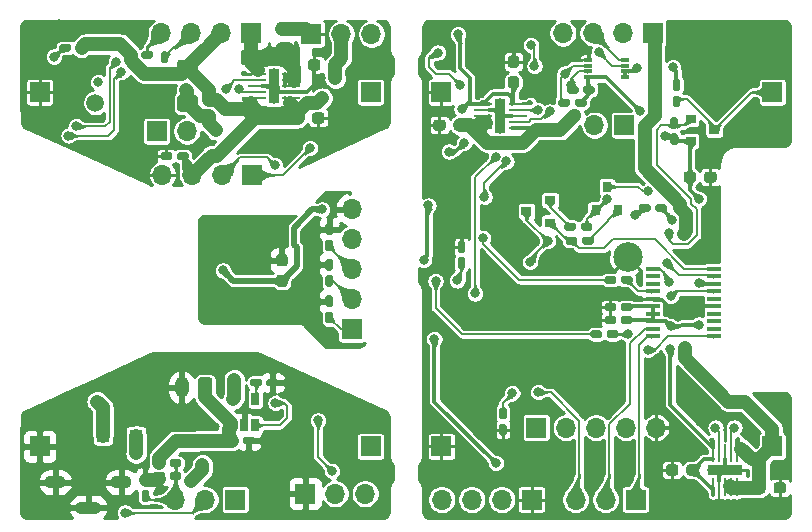
<source format=gbl>
%TF.GenerationSoftware,KiCad,Pcbnew,(5.1.6)-1*%
%TF.CreationDate,2020-09-30T10:21:44+09:00*%
%TF.ProjectId,schematic,73636865-6d61-4746-9963-2e6b69636164,rev?*%
%TF.SameCoordinates,Original*%
%TF.FileFunction,Copper,L2,Bot*%
%TF.FilePolarity,Positive*%
%FSLAX46Y46*%
G04 Gerber Fmt 4.6, Leading zero omitted, Abs format (unit mm)*
G04 Created by KiCad (PCBNEW (5.1.6)-1) date 2020-09-30 10:21:44*
%MOMM*%
%LPD*%
G01*
G04 APERTURE LIST*
%TA.AperFunction,ComponentPad*%
%ADD10O,1.200000X1.750000*%
%TD*%
%TA.AperFunction,SMDPad,CuDef*%
%ADD11R,1.100000X1.100000*%
%TD*%
%TA.AperFunction,ComponentPad*%
%ADD12C,1.500000*%
%TD*%
%TA.AperFunction,ComponentPad*%
%ADD13R,1.700000X1.700000*%
%TD*%
%TA.AperFunction,ComponentPad*%
%ADD14O,1.700000X1.700000*%
%TD*%
%TA.AperFunction,ComponentPad*%
%ADD15O,1.800000X1.100000*%
%TD*%
%TA.AperFunction,ComponentPad*%
%ADD16O,2.200000X1.100000*%
%TD*%
%TA.AperFunction,SMDPad,CuDef*%
%ADD17R,0.800000X0.900000*%
%TD*%
%TA.AperFunction,SMDPad,CuDef*%
%ADD18R,0.900000X0.800000*%
%TD*%
%TA.AperFunction,SMDPad,CuDef*%
%ADD19R,1.500000X0.250000*%
%TD*%
%TA.AperFunction,SMDPad,CuDef*%
%ADD20R,0.840000X3.000000*%
%TD*%
%TA.AperFunction,ComponentPad*%
%ADD21O,0.840000X3.000000*%
%TD*%
%TA.AperFunction,SMDPad,CuDef*%
%ADD22C,0.100000*%
%TD*%
%TA.AperFunction,SMDPad,CuDef*%
%ADD23R,0.650000X1.060000*%
%TD*%
%TA.AperFunction,SMDPad,CuDef*%
%ADD24R,0.250000X1.500000*%
%TD*%
%TA.AperFunction,SMDPad,CuDef*%
%ADD25R,3.000000X0.840000*%
%TD*%
%TA.AperFunction,ComponentPad*%
%ADD26O,3.000000X0.840000*%
%TD*%
%TA.AperFunction,SMDPad,CuDef*%
%ADD27R,1.200000X0.400000*%
%TD*%
%TA.AperFunction,ComponentPad*%
%ADD28C,2.500000*%
%TD*%
%TA.AperFunction,SMDPad,CuDef*%
%ADD29R,0.800000X0.300000*%
%TD*%
%TA.AperFunction,ViaPad*%
%ADD30C,0.800000*%
%TD*%
%TA.AperFunction,Conductor*%
%ADD31C,1.200000*%
%TD*%
%TA.AperFunction,Conductor*%
%ADD32C,0.300000*%
%TD*%
%TA.AperFunction,Conductor*%
%ADD33C,0.200000*%
%TD*%
%TA.AperFunction,Conductor*%
%ADD34C,0.500000*%
%TD*%
%TA.AperFunction,Conductor*%
%ADD35C,0.254000*%
%TD*%
%TA.AperFunction,Conductor*%
%ADD36C,0.025400*%
%TD*%
G04 APERTURE END LIST*
%TO.P,BT1,1*%
%TO.N,VBAT*%
%TA.AperFunction,ComponentPad*%
G36*
G01*
X70600000Y-89374999D02*
X70600000Y-90625001D01*
G75*
G02*
X70350001Y-90875000I-249999J0D01*
G01*
X69649999Y-90875000D01*
G75*
G02*
X69400000Y-90625001I0J249999D01*
G01*
X69400000Y-89374999D01*
G75*
G02*
X69649999Y-89125000I249999J0D01*
G01*
X70350001Y-89125000D01*
G75*
G02*
X70600000Y-89374999I0J-249999D01*
G01*
G37*
%TD.AperFunction*%
D10*
%TO.P,BT1,2*%
%TO.N,GNDD*%
X68000000Y-90000000D03*
%TD*%
%TO.P,C1,2*%
%TO.N,GNDD*%
%TA.AperFunction,SMDPad,CuDef*%
G36*
G01*
X76737500Y-60150000D02*
X76262500Y-60150000D01*
G75*
G02*
X76025000Y-59912500I0J237500D01*
G01*
X76025000Y-59337500D01*
G75*
G02*
X76262500Y-59100000I237500J0D01*
G01*
X76737500Y-59100000D01*
G75*
G02*
X76975000Y-59337500I0J-237500D01*
G01*
X76975000Y-59912500D01*
G75*
G02*
X76737500Y-60150000I-237500J0D01*
G01*
G37*
%TD.AperFunction*%
%TO.P,C1,1*%
%TO.N,+BATT*%
%TA.AperFunction,SMDPad,CuDef*%
G36*
G01*
X76737500Y-61900000D02*
X76262500Y-61900000D01*
G75*
G02*
X76025000Y-61662500I0J237500D01*
G01*
X76025000Y-61087500D01*
G75*
G02*
X76262500Y-60850000I237500J0D01*
G01*
X76737500Y-60850000D01*
G75*
G02*
X76975000Y-61087500I0J-237500D01*
G01*
X76975000Y-61662500D01*
G75*
G02*
X76737500Y-61900000I-237500J0D01*
G01*
G37*
%TD.AperFunction*%
%TD*%
%TO.P,C2,1*%
%TO.N,+5V*%
%TA.AperFunction,SMDPad,CuDef*%
G36*
G01*
X81500000Y-62462500D02*
X81500000Y-62937500D01*
G75*
G02*
X81262500Y-63175000I-237500J0D01*
G01*
X80687500Y-63175000D01*
G75*
G02*
X80450000Y-62937500I0J237500D01*
G01*
X80450000Y-62462500D01*
G75*
G02*
X80687500Y-62225000I237500J0D01*
G01*
X81262500Y-62225000D01*
G75*
G02*
X81500000Y-62462500I0J-237500D01*
G01*
G37*
%TD.AperFunction*%
%TO.P,C2,2*%
%TO.N,GNDD*%
%TA.AperFunction,SMDPad,CuDef*%
G36*
G01*
X79750000Y-62462500D02*
X79750000Y-62937500D01*
G75*
G02*
X79512500Y-63175000I-237500J0D01*
G01*
X78937500Y-63175000D01*
G75*
G02*
X78700000Y-62937500I0J237500D01*
G01*
X78700000Y-62462500D01*
G75*
G02*
X78937500Y-62225000I237500J0D01*
G01*
X79512500Y-62225000D01*
G75*
G02*
X79750000Y-62462500I0J-237500D01*
G01*
G37*
%TD.AperFunction*%
%TD*%
%TO.P,C7,1*%
%TO.N,+5V*%
%TA.AperFunction,SMDPad,CuDef*%
G36*
G01*
X77300000Y-67437500D02*
X77300000Y-66962500D01*
G75*
G02*
X77537500Y-66725000I237500J0D01*
G01*
X78112500Y-66725000D01*
G75*
G02*
X78350000Y-66962500I0J-237500D01*
G01*
X78350000Y-67437500D01*
G75*
G02*
X78112500Y-67675000I-237500J0D01*
G01*
X77537500Y-67675000D01*
G75*
G02*
X77300000Y-67437500I0J237500D01*
G01*
G37*
%TD.AperFunction*%
%TO.P,C7,2*%
%TO.N,GNDD*%
%TA.AperFunction,SMDPad,CuDef*%
G36*
G01*
X79050000Y-67437500D02*
X79050000Y-66962500D01*
G75*
G02*
X79287500Y-66725000I237500J0D01*
G01*
X79862500Y-66725000D01*
G75*
G02*
X80100000Y-66962500I0J-237500D01*
G01*
X80100000Y-67437500D01*
G75*
G02*
X79862500Y-67675000I-237500J0D01*
G01*
X79287500Y-67675000D01*
G75*
G02*
X79050000Y-67437500I0J237500D01*
G01*
G37*
%TD.AperFunction*%
%TD*%
%TO.P,C9,2*%
%TO.N,GNDD*%
%TA.AperFunction,SMDPad,CuDef*%
G36*
G01*
X73190000Y-94660000D02*
X73190000Y-94340000D01*
G75*
G02*
X73350000Y-94180000I160000J0D01*
G01*
X74030000Y-94180000D01*
G75*
G02*
X74190000Y-94340000I0J-160000D01*
G01*
X74190000Y-94660000D01*
G75*
G02*
X74030000Y-94820000I-160000J0D01*
G01*
X73350000Y-94820000D01*
G75*
G02*
X73190000Y-94660000I0J160000D01*
G01*
G37*
%TD.AperFunction*%
%TO.P,C9,1*%
%TO.N,VBAT*%
%TA.AperFunction,SMDPad,CuDef*%
G36*
G01*
X71810000Y-94660000D02*
X71810000Y-94340000D01*
G75*
G02*
X71970000Y-94180000I160000J0D01*
G01*
X72650000Y-94180000D01*
G75*
G02*
X72810000Y-94340000I0J-160000D01*
G01*
X72810000Y-94660000D01*
G75*
G02*
X72650000Y-94820000I-160000J0D01*
G01*
X71970000Y-94820000D01*
G75*
G02*
X71810000Y-94660000I0J160000D01*
G01*
G37*
%TD.AperFunction*%
%TD*%
%TO.P,C10,1*%
%TO.N,+3.3VA*%
%TA.AperFunction,SMDPad,CuDef*%
G36*
G01*
X106190000Y-84140000D02*
X106190000Y-84460000D01*
G75*
G02*
X106030000Y-84620000I-160000J0D01*
G01*
X105350000Y-84620000D01*
G75*
G02*
X105190000Y-84460000I0J160000D01*
G01*
X105190000Y-84140000D01*
G75*
G02*
X105350000Y-83980000I160000J0D01*
G01*
X106030000Y-83980000D01*
G75*
G02*
X106190000Y-84140000I0J-160000D01*
G01*
G37*
%TD.AperFunction*%
%TO.P,C10,2*%
%TO.N,GNDD*%
%TA.AperFunction,SMDPad,CuDef*%
G36*
G01*
X104810000Y-84140000D02*
X104810000Y-84460000D01*
G75*
G02*
X104650000Y-84620000I-160000J0D01*
G01*
X103970000Y-84620000D01*
G75*
G02*
X103810000Y-84460000I0J160000D01*
G01*
X103810000Y-84140000D01*
G75*
G02*
X103970000Y-83980000I160000J0D01*
G01*
X104650000Y-83980000D01*
G75*
G02*
X104810000Y-84140000I0J-160000D01*
G01*
G37*
%TD.AperFunction*%
%TD*%
%TO.P,C12,2*%
%TO.N,GNDD*%
%TA.AperFunction,SMDPad,CuDef*%
G36*
G01*
X118125000Y-98737500D02*
X118125000Y-98262500D01*
G75*
G02*
X118362500Y-98025000I237500J0D01*
G01*
X118937500Y-98025000D01*
G75*
G02*
X119175000Y-98262500I0J-237500D01*
G01*
X119175000Y-98737500D01*
G75*
G02*
X118937500Y-98975000I-237500J0D01*
G01*
X118362500Y-98975000D01*
G75*
G02*
X118125000Y-98737500I0J237500D01*
G01*
G37*
%TD.AperFunction*%
%TO.P,C12,1*%
%TO.N,+BATT*%
%TA.AperFunction,SMDPad,CuDef*%
G36*
G01*
X116375000Y-98737500D02*
X116375000Y-98262500D01*
G75*
G02*
X116612500Y-98025000I237500J0D01*
G01*
X117187500Y-98025000D01*
G75*
G02*
X117425000Y-98262500I0J-237500D01*
G01*
X117425000Y-98737500D01*
G75*
G02*
X117187500Y-98975000I-237500J0D01*
G01*
X116612500Y-98975000D01*
G75*
G02*
X116375000Y-98737500I0J237500D01*
G01*
G37*
%TD.AperFunction*%
%TD*%
%TO.P,C13,1*%
%TO.N,+3.3VA*%
%TA.AperFunction,SMDPad,CuDef*%
G36*
G01*
X106190000Y-83040000D02*
X106190000Y-83360000D01*
G75*
G02*
X106030000Y-83520000I-160000J0D01*
G01*
X105350000Y-83520000D01*
G75*
G02*
X105190000Y-83360000I0J160000D01*
G01*
X105190000Y-83040000D01*
G75*
G02*
X105350000Y-82880000I160000J0D01*
G01*
X106030000Y-82880000D01*
G75*
G02*
X106190000Y-83040000I0J-160000D01*
G01*
G37*
%TD.AperFunction*%
%TO.P,C13,2*%
%TO.N,GNDD*%
%TA.AperFunction,SMDPad,CuDef*%
G36*
G01*
X104810000Y-83040000D02*
X104810000Y-83360000D01*
G75*
G02*
X104650000Y-83520000I-160000J0D01*
G01*
X103970000Y-83520000D01*
G75*
G02*
X103810000Y-83360000I0J160000D01*
G01*
X103810000Y-83040000D01*
G75*
G02*
X103970000Y-82880000I160000J0D01*
G01*
X104650000Y-82880000D01*
G75*
G02*
X104810000Y-83040000I0J-160000D01*
G01*
G37*
%TD.AperFunction*%
%TD*%
%TO.P,C14,1*%
%TO.N,IO0*%
%TA.AperFunction,SMDPad,CuDef*%
G36*
G01*
X95040000Y-91710000D02*
X95360000Y-91710000D01*
G75*
G02*
X95520000Y-91870000I0J-160000D01*
G01*
X95520000Y-92550000D01*
G75*
G02*
X95360000Y-92710000I-160000J0D01*
G01*
X95040000Y-92710000D01*
G75*
G02*
X94880000Y-92550000I0J160000D01*
G01*
X94880000Y-91870000D01*
G75*
G02*
X95040000Y-91710000I160000J0D01*
G01*
G37*
%TD.AperFunction*%
%TO.P,C14,2*%
%TO.N,GNDD*%
%TA.AperFunction,SMDPad,CuDef*%
G36*
G01*
X95040000Y-93090000D02*
X95360000Y-93090000D01*
G75*
G02*
X95520000Y-93250000I0J-160000D01*
G01*
X95520000Y-93930000D01*
G75*
G02*
X95360000Y-94090000I-160000J0D01*
G01*
X95040000Y-94090000D01*
G75*
G02*
X94880000Y-93930000I0J160000D01*
G01*
X94880000Y-93250000D01*
G75*
G02*
X95040000Y-93090000I160000J0D01*
G01*
G37*
%TD.AperFunction*%
%TD*%
%TO.P,C15,2*%
%TO.N,GNDD*%
%TA.AperFunction,SMDPad,CuDef*%
G36*
G01*
X65110000Y-98310000D02*
X64790000Y-98310000D01*
G75*
G02*
X64630000Y-98150000I0J160000D01*
G01*
X64630000Y-97470000D01*
G75*
G02*
X64790000Y-97310000I160000J0D01*
G01*
X65110000Y-97310000D01*
G75*
G02*
X65270000Y-97470000I0J-160000D01*
G01*
X65270000Y-98150000D01*
G75*
G02*
X65110000Y-98310000I-160000J0D01*
G01*
G37*
%TD.AperFunction*%
%TO.P,C15,1*%
%TO.N,ADC1_Batt*%
%TA.AperFunction,SMDPad,CuDef*%
G36*
G01*
X65110000Y-99690000D02*
X64790000Y-99690000D01*
G75*
G02*
X64630000Y-99530000I0J160000D01*
G01*
X64630000Y-98850000D01*
G75*
G02*
X64790000Y-98690000I160000J0D01*
G01*
X65110000Y-98690000D01*
G75*
G02*
X65270000Y-98850000I0J-160000D01*
G01*
X65270000Y-99530000D01*
G75*
G02*
X65110000Y-99690000I-160000J0D01*
G01*
G37*
%TD.AperFunction*%
%TD*%
%TO.P,C16,1*%
%TO.N,+3.3VA*%
%TA.AperFunction,SMDPad,CuDef*%
G36*
G01*
X111800000Y-96762500D02*
X111800000Y-97237500D01*
G75*
G02*
X111562500Y-97475000I-237500J0D01*
G01*
X110987500Y-97475000D01*
G75*
G02*
X110750000Y-97237500I0J237500D01*
G01*
X110750000Y-96762500D01*
G75*
G02*
X110987500Y-96525000I237500J0D01*
G01*
X111562500Y-96525000D01*
G75*
G02*
X111800000Y-96762500I0J-237500D01*
G01*
G37*
%TD.AperFunction*%
%TO.P,C16,2*%
%TO.N,GNDD*%
%TA.AperFunction,SMDPad,CuDef*%
G36*
G01*
X110050000Y-96762500D02*
X110050000Y-97237500D01*
G75*
G02*
X109812500Y-97475000I-237500J0D01*
G01*
X109237500Y-97475000D01*
G75*
G02*
X109000000Y-97237500I0J237500D01*
G01*
X109000000Y-96762500D01*
G75*
G02*
X109237500Y-96525000I237500J0D01*
G01*
X109812500Y-96525000D01*
G75*
G02*
X110050000Y-96762500I0J-237500D01*
G01*
G37*
%TD.AperFunction*%
%TD*%
%TO.P,C17,2*%
%TO.N,GNDD*%
%TA.AperFunction,SMDPad,CuDef*%
G36*
G01*
X90350000Y-67562500D02*
X90350000Y-68037500D01*
G75*
G02*
X90112500Y-68275000I-237500J0D01*
G01*
X89537500Y-68275000D01*
G75*
G02*
X89300000Y-68037500I0J237500D01*
G01*
X89300000Y-67562500D01*
G75*
G02*
X89537500Y-67325000I237500J0D01*
G01*
X90112500Y-67325000D01*
G75*
G02*
X90350000Y-67562500I0J-237500D01*
G01*
G37*
%TD.AperFunction*%
%TO.P,C17,1*%
%TO.N,+BATT*%
%TA.AperFunction,SMDPad,CuDef*%
G36*
G01*
X92100000Y-67562500D02*
X92100000Y-68037500D01*
G75*
G02*
X91862500Y-68275000I-237500J0D01*
G01*
X91287500Y-68275000D01*
G75*
G02*
X91050000Y-68037500I0J237500D01*
G01*
X91050000Y-67562500D01*
G75*
G02*
X91287500Y-67325000I237500J0D01*
G01*
X91862500Y-67325000D01*
G75*
G02*
X92100000Y-67562500I0J-237500D01*
G01*
G37*
%TD.AperFunction*%
%TD*%
%TO.P,C18,2*%
%TO.N,GNDD*%
%TA.AperFunction,SMDPad,CuDef*%
G36*
G01*
X67220000Y-70260000D02*
X67220000Y-70580000D01*
G75*
G02*
X67060000Y-70740000I-160000J0D01*
G01*
X66380000Y-70740000D01*
G75*
G02*
X66220000Y-70580000I0J160000D01*
G01*
X66220000Y-70260000D01*
G75*
G02*
X66380000Y-70100000I160000J0D01*
G01*
X67060000Y-70100000D01*
G75*
G02*
X67220000Y-70260000I0J-160000D01*
G01*
G37*
%TD.AperFunction*%
%TO.P,C18,1*%
%TO.N,+5V*%
%TA.AperFunction,SMDPad,CuDef*%
G36*
G01*
X68600000Y-70260000D02*
X68600000Y-70580000D01*
G75*
G02*
X68440000Y-70740000I-160000J0D01*
G01*
X67760000Y-70740000D01*
G75*
G02*
X67600000Y-70580000I0J160000D01*
G01*
X67600000Y-70260000D01*
G75*
G02*
X67760000Y-70100000I160000J0D01*
G01*
X68440000Y-70100000D01*
G75*
G02*
X68600000Y-70260000I0J-160000D01*
G01*
G37*
%TD.AperFunction*%
%TD*%
%TO.P,C19,1*%
%TO.N,+3V3*%
%TA.AperFunction,SMDPad,CuDef*%
G36*
G01*
X96337500Y-64700000D02*
X95862500Y-64700000D01*
G75*
G02*
X95625000Y-64462500I0J237500D01*
G01*
X95625000Y-63887500D01*
G75*
G02*
X95862500Y-63650000I237500J0D01*
G01*
X96337500Y-63650000D01*
G75*
G02*
X96575000Y-63887500I0J-237500D01*
G01*
X96575000Y-64462500D01*
G75*
G02*
X96337500Y-64700000I-237500J0D01*
G01*
G37*
%TD.AperFunction*%
%TO.P,C19,2*%
%TO.N,GNDD*%
%TA.AperFunction,SMDPad,CuDef*%
G36*
G01*
X96337500Y-62950000D02*
X95862500Y-62950000D01*
G75*
G02*
X95625000Y-62712500I0J237500D01*
G01*
X95625000Y-62137500D01*
G75*
G02*
X95862500Y-61900000I237500J0D01*
G01*
X96337500Y-61900000D01*
G75*
G02*
X96575000Y-62137500I0J-237500D01*
G01*
X96575000Y-62712500D01*
G75*
G02*
X96337500Y-62950000I-237500J0D01*
G01*
G37*
%TD.AperFunction*%
%TD*%
%TO.P,C20,2*%
%TO.N,GNDD*%
%TA.AperFunction,SMDPad,CuDef*%
G36*
G01*
X76737500Y-79750000D02*
X76262500Y-79750000D01*
G75*
G02*
X76025000Y-79512500I0J237500D01*
G01*
X76025000Y-78937500D01*
G75*
G02*
X76262500Y-78700000I237500J0D01*
G01*
X76737500Y-78700000D01*
G75*
G02*
X76975000Y-78937500I0J-237500D01*
G01*
X76975000Y-79512500D01*
G75*
G02*
X76737500Y-79750000I-237500J0D01*
G01*
G37*
%TD.AperFunction*%
%TO.P,C20,1*%
%TO.N,+3V3*%
%TA.AperFunction,SMDPad,CuDef*%
G36*
G01*
X76737500Y-81500000D02*
X76262500Y-81500000D01*
G75*
G02*
X76025000Y-81262500I0J237500D01*
G01*
X76025000Y-80687500D01*
G75*
G02*
X76262500Y-80450000I237500J0D01*
G01*
X76737500Y-80450000D01*
G75*
G02*
X76975000Y-80687500I0J-237500D01*
G01*
X76975000Y-81262500D01*
G75*
G02*
X76737500Y-81500000I-237500J0D01*
G01*
G37*
%TD.AperFunction*%
%TD*%
%TO.P,C21,2*%
%TO.N,MD_VM*%
%TA.AperFunction,SMDPad,CuDef*%
G36*
G01*
X70190000Y-66540000D02*
X70510000Y-66540000D01*
G75*
G02*
X70670000Y-66700000I0J-160000D01*
G01*
X70670000Y-67380000D01*
G75*
G02*
X70510000Y-67540000I-160000J0D01*
G01*
X70190000Y-67540000D01*
G75*
G02*
X70030000Y-67380000I0J160000D01*
G01*
X70030000Y-66700000D01*
G75*
G02*
X70190000Y-66540000I160000J0D01*
G01*
G37*
%TD.AperFunction*%
%TO.P,C21,1*%
%TO.N,+5V*%
%TA.AperFunction,SMDPad,CuDef*%
G36*
G01*
X70190000Y-65160000D02*
X70510000Y-65160000D01*
G75*
G02*
X70670000Y-65320000I0J-160000D01*
G01*
X70670000Y-66000000D01*
G75*
G02*
X70510000Y-66160000I-160000J0D01*
G01*
X70190000Y-66160000D01*
G75*
G02*
X70030000Y-66000000I0J160000D01*
G01*
X70030000Y-65320000D01*
G75*
G02*
X70190000Y-65160000I160000J0D01*
G01*
G37*
%TD.AperFunction*%
%TD*%
%TO.P,C26,2*%
%TO.N,+3.3VA*%
%TA.AperFunction,SMDPad,CuDef*%
G36*
G01*
X111550000Y-71962500D02*
X111550000Y-72437500D01*
G75*
G02*
X111312500Y-72675000I-237500J0D01*
G01*
X110737500Y-72675000D01*
G75*
G02*
X110500000Y-72437500I0J237500D01*
G01*
X110500000Y-71962500D01*
G75*
G02*
X110737500Y-71725000I237500J0D01*
G01*
X111312500Y-71725000D01*
G75*
G02*
X111550000Y-71962500I0J-237500D01*
G01*
G37*
%TD.AperFunction*%
%TO.P,C26,1*%
%TO.N,GNDD*%
%TA.AperFunction,SMDPad,CuDef*%
G36*
G01*
X113300000Y-71962500D02*
X113300000Y-72437500D01*
G75*
G02*
X113062500Y-72675000I-237500J0D01*
G01*
X112487500Y-72675000D01*
G75*
G02*
X112250000Y-72437500I0J237500D01*
G01*
X112250000Y-71962500D01*
G75*
G02*
X112487500Y-71725000I237500J0D01*
G01*
X113062500Y-71725000D01*
G75*
G02*
X113300000Y-71962500I0J-237500D01*
G01*
G37*
%TD.AperFunction*%
%TD*%
D11*
%TO.P,D2,1*%
%TO.N,Net-(D2-Pad1)*%
X64150000Y-94100000D03*
%TO.P,D2,2*%
%TO.N,VBUS*%
X61350000Y-94100000D03*
%TD*%
D12*
%TO.P,IC1,11*%
%TO.N,GND*%
X60700000Y-65900000D03*
%TD*%
D13*
%TO.P,J1,1*%
%TO.N,GNDD*%
X79000000Y-60100000D03*
D14*
%TO.P,J1,2*%
%TO.N,+5V*%
X81540000Y-60100000D03*
%TO.P,J1,3*%
%TO.N,PWM0_5V*%
X84080000Y-60100000D03*
%TD*%
D15*
%TO.P,J2,6*%
%TO.N,GNDD*%
X57300000Y-98025000D03*
X62900000Y-98025000D03*
D16*
X60100000Y-100175000D03*
%TD*%
D13*
%TO.P,J3,1*%
%TO.N,D+*%
X72540000Y-99500000D03*
D14*
%TO.P,J3,2*%
%TO.N,D-*%
X70000000Y-99500000D03*
%TO.P,J3,3*%
%TO.N,ADC1_Batt*%
X67460000Y-99500000D03*
%TD*%
D13*
%TO.P,J4,1*%
%TO.N,GNDD*%
X97640000Y-99500000D03*
D14*
%TO.P,J4,2*%
%TO.N,N/C*%
X95100000Y-99500000D03*
%TO.P,J4,3*%
%TO.N,ESP32_TX*%
X92560000Y-99500000D03*
%TO.P,J4,4*%
%TO.N,ESP32_RX*%
X90020000Y-99500000D03*
%TD*%
D13*
%TO.P,J5,1*%
%TO.N,I2C_SDA_5V*%
X74000000Y-72000000D03*
D14*
%TO.P,J5,2*%
%TO.N,I2C_SCL_5V*%
X71460000Y-72000000D03*
%TO.P,J5,3*%
%TO.N,+5V*%
X68920000Y-72000000D03*
%TO.P,J5,4*%
%TO.N,GNDD*%
X66380000Y-72000000D03*
%TD*%
%TO.P,J6,5*%
%TO.N,GNDD*%
X108180000Y-93400000D03*
%TO.P,J6,4*%
%TO.N,+3V3*%
X105640000Y-93400000D03*
%TO.P,J6,3*%
%TO.N,LED_LEFT*%
X103100000Y-93400000D03*
%TO.P,J6,2*%
%TO.N,LED_BRAKE*%
X100560000Y-93400000D03*
D13*
%TO.P,J6,1*%
%TO.N,LED_RIGHT*%
X98020000Y-93400000D03*
%TD*%
%TO.P,J7,1*%
%TO.N,LED_RIGHT*%
X82400000Y-85080000D03*
D14*
%TO.P,J7,2*%
%TO.N,LED_BRAKE*%
X82400000Y-82540000D03*
%TO.P,J7,3*%
%TO.N,LED_LEFT*%
X82400000Y-80000000D03*
%TO.P,J7,4*%
%TO.N,+3V3*%
X82400000Y-77460000D03*
%TO.P,J7,5*%
%TO.N,GNDD*%
X82400000Y-74920000D03*
%TD*%
%TO.P,J8,3*%
%TO.N,ADC1_Batt*%
X101360000Y-99500000D03*
%TO.P,J8,2*%
%TO.N,D-*%
X103900000Y-99500000D03*
D13*
%TO.P,J8,1*%
%TO.N,D+*%
X106440000Y-99500000D03*
%TD*%
%TO.P,J9,1*%
%TO.N,GNDD*%
X90000000Y-65000000D03*
%TD*%
%TO.P,J10,1*%
%TO.N,GNDD*%
X56000000Y-65000000D03*
%TD*%
%TO.P,J11,1*%
%TO.N,GNDD*%
X56000000Y-95000000D03*
%TD*%
%TO.P,J12,1*%
%TO.N,+BATT*%
X84000000Y-95000000D03*
%TD*%
%TO.P,J13,1*%
%TO.N,+BATT*%
X118000000Y-95000000D03*
%TD*%
%TO.P,J14,1*%
%TO.N,GNDD*%
X90000000Y-95000000D03*
%TD*%
%TO.P,J17,1*%
%TO.N,PWM0_5V*%
X118000000Y-65000000D03*
%TD*%
%TO.P,J18,1*%
%TO.N,PWM0_5V*%
X84000000Y-65000000D03*
%TD*%
%TO.P,J19,1*%
%TO.N,GPIO_32*%
X105500000Y-67800000D03*
D14*
%TO.P,J19,2*%
%TO.N,GPIO_33*%
X102960000Y-67800000D03*
%TD*%
D13*
%TO.P,M1,1*%
%TO.N,Net-(IC1-Pad1)*%
X65900000Y-68300000D03*
D14*
%TO.P,M1,2*%
%TO.N,Net-(IC1-Pad3)*%
X68440000Y-68300000D03*
%TD*%
D17*
%TO.P,Q2,3*%
%TO.N,EN*%
X104000000Y-73000000D03*
%TO.P,Q2,2*%
%TO.N,RTS*%
X103050000Y-75000000D03*
%TO.P,Q2,1*%
%TO.N,Net-(Q2-Pad1)*%
X104950000Y-75000000D03*
%TD*%
D18*
%TO.P,Q3,1*%
%TO.N,Net-(Q3-Pad1)*%
X99200000Y-74150000D03*
%TO.P,Q3,2*%
%TO.N,DTR*%
X99200000Y-76050000D03*
%TO.P,Q3,3*%
%TO.N,IO0*%
X97200000Y-75100000D03*
%TD*%
%TO.P,Q8,1*%
%TO.N,+3.3VA*%
X111100000Y-69150000D03*
%TO.P,Q8,2*%
%TO.N,PWM0*%
X111100000Y-67250000D03*
%TO.P,Q8,3*%
%TO.N,PWM0_5V*%
X113100000Y-68200000D03*
%TD*%
%TO.P,R2,2*%
%TO.N,GNDD*%
%TA.AperFunction,SMDPad,CuDef*%
G36*
G01*
X75190000Y-89760000D02*
X75190000Y-89440000D01*
G75*
G02*
X75350000Y-89280000I160000J0D01*
G01*
X76030000Y-89280000D01*
G75*
G02*
X76190000Y-89440000I0J-160000D01*
G01*
X76190000Y-89760000D01*
G75*
G02*
X76030000Y-89920000I-160000J0D01*
G01*
X75350000Y-89920000D01*
G75*
G02*
X75190000Y-89760000I0J160000D01*
G01*
G37*
%TD.AperFunction*%
%TO.P,R2,1*%
%TO.N,Net-(R2-Pad1)*%
%TA.AperFunction,SMDPad,CuDef*%
G36*
G01*
X73810000Y-89760000D02*
X73810000Y-89440000D01*
G75*
G02*
X73970000Y-89280000I160000J0D01*
G01*
X74650000Y-89280000D01*
G75*
G02*
X74810000Y-89440000I0J-160000D01*
G01*
X74810000Y-89760000D01*
G75*
G02*
X74650000Y-89920000I-160000J0D01*
G01*
X73970000Y-89920000D01*
G75*
G02*
X73810000Y-89760000I0J160000D01*
G01*
G37*
%TD.AperFunction*%
%TD*%
%TO.P,R3,1*%
%TO.N,VBAT*%
%TA.AperFunction,SMDPad,CuDef*%
G36*
G01*
X65610000Y-96560000D02*
X65610000Y-96240000D01*
G75*
G02*
X65770000Y-96080000I160000J0D01*
G01*
X66450000Y-96080000D01*
G75*
G02*
X66610000Y-96240000I0J-160000D01*
G01*
X66610000Y-96560000D01*
G75*
G02*
X66450000Y-96720000I-160000J0D01*
G01*
X65770000Y-96720000D01*
G75*
G02*
X65610000Y-96560000I0J160000D01*
G01*
G37*
%TD.AperFunction*%
%TO.P,R3,2*%
%TO.N,ADC1_Batt*%
%TA.AperFunction,SMDPad,CuDef*%
G36*
G01*
X66990000Y-96560000D02*
X66990000Y-96240000D01*
G75*
G02*
X67150000Y-96080000I160000J0D01*
G01*
X67830000Y-96080000D01*
G75*
G02*
X67990000Y-96240000I0J-160000D01*
G01*
X67990000Y-96560000D01*
G75*
G02*
X67830000Y-96720000I-160000J0D01*
G01*
X67150000Y-96720000D01*
G75*
G02*
X66990000Y-96560000I0J160000D01*
G01*
G37*
%TD.AperFunction*%
%TD*%
%TO.P,R4,2*%
%TO.N,GNDD*%
%TA.AperFunction,SMDPad,CuDef*%
G36*
G01*
X66610000Y-97340000D02*
X66610000Y-97660000D01*
G75*
G02*
X66450000Y-97820000I-160000J0D01*
G01*
X65770000Y-97820000D01*
G75*
G02*
X65610000Y-97660000I0J160000D01*
G01*
X65610000Y-97340000D01*
G75*
G02*
X65770000Y-97180000I160000J0D01*
G01*
X66450000Y-97180000D01*
G75*
G02*
X66610000Y-97340000I0J-160000D01*
G01*
G37*
%TD.AperFunction*%
%TO.P,R4,1*%
%TO.N,ADC1_Batt*%
%TA.AperFunction,SMDPad,CuDef*%
G36*
G01*
X67990000Y-97340000D02*
X67990000Y-97660000D01*
G75*
G02*
X67830000Y-97820000I-160000J0D01*
G01*
X67150000Y-97820000D01*
G75*
G02*
X66990000Y-97660000I0J160000D01*
G01*
X66990000Y-97340000D01*
G75*
G02*
X67150000Y-97180000I160000J0D01*
G01*
X67830000Y-97180000D01*
G75*
G02*
X67990000Y-97340000I0J-160000D01*
G01*
G37*
%TD.AperFunction*%
%TD*%
%TO.P,R5,1*%
%TO.N,Net-(Q2-Pad1)*%
%TA.AperFunction,SMDPad,CuDef*%
G36*
G01*
X102890000Y-77440000D02*
X102890000Y-77760000D01*
G75*
G02*
X102730000Y-77920000I-160000J0D01*
G01*
X102050000Y-77920000D01*
G75*
G02*
X101890000Y-77760000I0J160000D01*
G01*
X101890000Y-77440000D01*
G75*
G02*
X102050000Y-77280000I160000J0D01*
G01*
X102730000Y-77280000D01*
G75*
G02*
X102890000Y-77440000I0J-160000D01*
G01*
G37*
%TD.AperFunction*%
%TO.P,R5,2*%
%TO.N,DTR*%
%TA.AperFunction,SMDPad,CuDef*%
G36*
G01*
X101510000Y-77440000D02*
X101510000Y-77760000D01*
G75*
G02*
X101350000Y-77920000I-160000J0D01*
G01*
X100670000Y-77920000D01*
G75*
G02*
X100510000Y-77760000I0J160000D01*
G01*
X100510000Y-77440000D01*
G75*
G02*
X100670000Y-77280000I160000J0D01*
G01*
X101350000Y-77280000D01*
G75*
G02*
X101510000Y-77440000I0J-160000D01*
G01*
G37*
%TD.AperFunction*%
%TD*%
%TO.P,R6,2*%
%TO.N,RTS*%
%TA.AperFunction,SMDPad,CuDef*%
G36*
G01*
X101790000Y-76560000D02*
X101790000Y-76240000D01*
G75*
G02*
X101950000Y-76080000I160000J0D01*
G01*
X102630000Y-76080000D01*
G75*
G02*
X102790000Y-76240000I0J-160000D01*
G01*
X102790000Y-76560000D01*
G75*
G02*
X102630000Y-76720000I-160000J0D01*
G01*
X101950000Y-76720000D01*
G75*
G02*
X101790000Y-76560000I0J160000D01*
G01*
G37*
%TD.AperFunction*%
%TO.P,R6,1*%
%TO.N,Net-(Q3-Pad1)*%
%TA.AperFunction,SMDPad,CuDef*%
G36*
G01*
X100410000Y-76560000D02*
X100410000Y-76240000D01*
G75*
G02*
X100570000Y-76080000I160000J0D01*
G01*
X101250000Y-76080000D01*
G75*
G02*
X101410000Y-76240000I0J-160000D01*
G01*
X101410000Y-76560000D01*
G75*
G02*
X101250000Y-76720000I-160000J0D01*
G01*
X100570000Y-76720000D01*
G75*
G02*
X100410000Y-76560000I0J160000D01*
G01*
G37*
%TD.AperFunction*%
%TD*%
%TO.P,R7,2*%
%TO.N,+3.3VA*%
%TA.AperFunction,SMDPad,CuDef*%
G36*
G01*
X109540000Y-68490000D02*
X109860000Y-68490000D01*
G75*
G02*
X110020000Y-68650000I0J-160000D01*
G01*
X110020000Y-69330000D01*
G75*
G02*
X109860000Y-69490000I-160000J0D01*
G01*
X109540000Y-69490000D01*
G75*
G02*
X109380000Y-69330000I0J160000D01*
G01*
X109380000Y-68650000D01*
G75*
G02*
X109540000Y-68490000I160000J0D01*
G01*
G37*
%TD.AperFunction*%
%TO.P,R7,1*%
%TO.N,PWM0*%
%TA.AperFunction,SMDPad,CuDef*%
G36*
G01*
X109540000Y-67110000D02*
X109860000Y-67110000D01*
G75*
G02*
X110020000Y-67270000I0J-160000D01*
G01*
X110020000Y-67950000D01*
G75*
G02*
X109860000Y-68110000I-160000J0D01*
G01*
X109540000Y-68110000D01*
G75*
G02*
X109380000Y-67950000I0J160000D01*
G01*
X109380000Y-67270000D01*
G75*
G02*
X109540000Y-67110000I160000J0D01*
G01*
G37*
%TD.AperFunction*%
%TD*%
%TO.P,R8,1*%
%TO.N,PWM0_5V*%
%TA.AperFunction,SMDPad,CuDef*%
G36*
G01*
X110060000Y-66290000D02*
X109740000Y-66290000D01*
G75*
G02*
X109580000Y-66130000I0J160000D01*
G01*
X109580000Y-65450000D01*
G75*
G02*
X109740000Y-65290000I160000J0D01*
G01*
X110060000Y-65290000D01*
G75*
G02*
X110220000Y-65450000I0J-160000D01*
G01*
X110220000Y-66130000D01*
G75*
G02*
X110060000Y-66290000I-160000J0D01*
G01*
G37*
%TD.AperFunction*%
%TO.P,R8,2*%
%TO.N,+5V*%
%TA.AperFunction,SMDPad,CuDef*%
G36*
G01*
X110060000Y-64910000D02*
X109740000Y-64910000D01*
G75*
G02*
X109580000Y-64750000I0J160000D01*
G01*
X109580000Y-64070000D01*
G75*
G02*
X109740000Y-63910000I160000J0D01*
G01*
X110060000Y-63910000D01*
G75*
G02*
X110220000Y-64070000I0J-160000D01*
G01*
X110220000Y-64750000D01*
G75*
G02*
X110060000Y-64910000I-160000J0D01*
G01*
G37*
%TD.AperFunction*%
%TD*%
%TO.P,R11,2*%
%TO.N,GNDD*%
%TA.AperFunction,SMDPad,CuDef*%
G36*
G01*
X80660000Y-80110000D02*
X80340000Y-80110000D01*
G75*
G02*
X80180000Y-79950000I0J160000D01*
G01*
X80180000Y-79270000D01*
G75*
G02*
X80340000Y-79110000I160000J0D01*
G01*
X80660000Y-79110000D01*
G75*
G02*
X80820000Y-79270000I0J-160000D01*
G01*
X80820000Y-79950000D01*
G75*
G02*
X80660000Y-80110000I-160000J0D01*
G01*
G37*
%TD.AperFunction*%
%TO.P,R11,1*%
%TO.N,LED_BRAKE*%
%TA.AperFunction,SMDPad,CuDef*%
G36*
G01*
X80660000Y-81490000D02*
X80340000Y-81490000D01*
G75*
G02*
X80180000Y-81330000I0J160000D01*
G01*
X80180000Y-80650000D01*
G75*
G02*
X80340000Y-80490000I160000J0D01*
G01*
X80660000Y-80490000D01*
G75*
G02*
X80820000Y-80650000I0J-160000D01*
G01*
X80820000Y-81330000D01*
G75*
G02*
X80660000Y-81490000I-160000J0D01*
G01*
G37*
%TD.AperFunction*%
%TD*%
%TO.P,R12,2*%
%TO.N,Net-(D6-Pad3)*%
%TA.AperFunction,SMDPad,CuDef*%
G36*
G01*
X103610000Y-85340000D02*
X103610000Y-85660000D01*
G75*
G02*
X103450000Y-85820000I-160000J0D01*
G01*
X102770000Y-85820000D01*
G75*
G02*
X102610000Y-85660000I0J160000D01*
G01*
X102610000Y-85340000D01*
G75*
G02*
X102770000Y-85180000I160000J0D01*
G01*
X103450000Y-85180000D01*
G75*
G02*
X103610000Y-85340000I0J-160000D01*
G01*
G37*
%TD.AperFunction*%
%TO.P,R12,1*%
%TO.N,CBUS2*%
%TA.AperFunction,SMDPad,CuDef*%
G36*
G01*
X104990000Y-85340000D02*
X104990000Y-85660000D01*
G75*
G02*
X104830000Y-85820000I-160000J0D01*
G01*
X104150000Y-85820000D01*
G75*
G02*
X103990000Y-85660000I0J160000D01*
G01*
X103990000Y-85340000D01*
G75*
G02*
X104150000Y-85180000I160000J0D01*
G01*
X104830000Y-85180000D01*
G75*
G02*
X104990000Y-85340000I0J-160000D01*
G01*
G37*
%TD.AperFunction*%
%TD*%
%TO.P,R13,2*%
%TO.N,GNDD*%
%TA.AperFunction,SMDPad,CuDef*%
G36*
G01*
X91860000Y-78610000D02*
X91540000Y-78610000D01*
G75*
G02*
X91380000Y-78450000I0J160000D01*
G01*
X91380000Y-77770000D01*
G75*
G02*
X91540000Y-77610000I160000J0D01*
G01*
X91860000Y-77610000D01*
G75*
G02*
X92020000Y-77770000I0J-160000D01*
G01*
X92020000Y-78450000D01*
G75*
G02*
X91860000Y-78610000I-160000J0D01*
G01*
G37*
%TD.AperFunction*%
%TO.P,R13,1*%
%TO.N,Net-(D6-Pad4)*%
%TA.AperFunction,SMDPad,CuDef*%
G36*
G01*
X91860000Y-79990000D02*
X91540000Y-79990000D01*
G75*
G02*
X91380000Y-79830000I0J160000D01*
G01*
X91380000Y-79150000D01*
G75*
G02*
X91540000Y-78990000I160000J0D01*
G01*
X91860000Y-78990000D01*
G75*
G02*
X92020000Y-79150000I0J-160000D01*
G01*
X92020000Y-79830000D01*
G75*
G02*
X91860000Y-79990000I-160000J0D01*
G01*
G37*
%TD.AperFunction*%
%TD*%
%TO.P,R17,1*%
%TO.N,MD_VM*%
%TA.AperFunction,SMDPad,CuDef*%
G36*
G01*
X69125000Y-66662500D02*
X67875000Y-66662500D01*
G75*
G02*
X67625000Y-66412500I0J250000D01*
G01*
X67625000Y-65487500D01*
G75*
G02*
X67875000Y-65237500I250000J0D01*
G01*
X69125000Y-65237500D01*
G75*
G02*
X69375000Y-65487500I0J-250000D01*
G01*
X69375000Y-66412500D01*
G75*
G02*
X69125000Y-66662500I-250000J0D01*
G01*
G37*
%TD.AperFunction*%
%TO.P,R17,2*%
%TO.N,+5V*%
%TA.AperFunction,SMDPad,CuDef*%
G36*
G01*
X69125000Y-63687500D02*
X67875000Y-63687500D01*
G75*
G02*
X67625000Y-63437500I0J250000D01*
G01*
X67625000Y-62512500D01*
G75*
G02*
X67875000Y-62262500I250000J0D01*
G01*
X69125000Y-62262500D01*
G75*
G02*
X69375000Y-62512500I0J-250000D01*
G01*
X69375000Y-63437500D01*
G75*
G02*
X69125000Y-63687500I-250000J0D01*
G01*
G37*
%TD.AperFunction*%
%TD*%
%TO.P,R18,1*%
%TO.N,+5V*%
%TA.AperFunction,SMDPad,CuDef*%
G36*
G01*
X60040000Y-61090000D02*
X60040000Y-61410000D01*
G75*
G02*
X59880000Y-61570000I-160000J0D01*
G01*
X59200000Y-61570000D01*
G75*
G02*
X59040000Y-61410000I0J160000D01*
G01*
X59040000Y-61090000D01*
G75*
G02*
X59200000Y-60930000I160000J0D01*
G01*
X59880000Y-60930000D01*
G75*
G02*
X60040000Y-61090000I0J-160000D01*
G01*
G37*
%TD.AperFunction*%
%TO.P,R18,2*%
%TO.N,Net-(D8-Pad2)*%
%TA.AperFunction,SMDPad,CuDef*%
G36*
G01*
X58660000Y-61090000D02*
X58660000Y-61410000D01*
G75*
G02*
X58500000Y-61570000I-160000J0D01*
G01*
X57820000Y-61570000D01*
G75*
G02*
X57660000Y-61410000I0J160000D01*
G01*
X57660000Y-61090000D01*
G75*
G02*
X57820000Y-60930000I160000J0D01*
G01*
X58500000Y-60930000D01*
G75*
G02*
X58660000Y-61090000I0J-160000D01*
G01*
G37*
%TD.AperFunction*%
%TD*%
%TO.P,R19,2*%
%TO.N,GNDD*%
%TA.AperFunction,SMDPad,CuDef*%
G36*
G01*
X80660000Y-83210000D02*
X80340000Y-83210000D01*
G75*
G02*
X80180000Y-83050000I0J160000D01*
G01*
X80180000Y-82370000D01*
G75*
G02*
X80340000Y-82210000I160000J0D01*
G01*
X80660000Y-82210000D01*
G75*
G02*
X80820000Y-82370000I0J-160000D01*
G01*
X80820000Y-83050000D01*
G75*
G02*
X80660000Y-83210000I-160000J0D01*
G01*
G37*
%TD.AperFunction*%
%TO.P,R19,1*%
%TO.N,LED_RIGHT*%
%TA.AperFunction,SMDPad,CuDef*%
G36*
G01*
X80660000Y-84590000D02*
X80340000Y-84590000D01*
G75*
G02*
X80180000Y-84430000I0J160000D01*
G01*
X80180000Y-83750000D01*
G75*
G02*
X80340000Y-83590000I160000J0D01*
G01*
X80660000Y-83590000D01*
G75*
G02*
X80820000Y-83750000I0J-160000D01*
G01*
X80820000Y-84430000D01*
G75*
G02*
X80660000Y-84590000I-160000J0D01*
G01*
G37*
%TD.AperFunction*%
%TD*%
%TO.P,R20,1*%
%TO.N,CBUS1*%
%TA.AperFunction,SMDPad,CuDef*%
G36*
G01*
X106190000Y-80740000D02*
X106190000Y-81060000D01*
G75*
G02*
X106030000Y-81220000I-160000J0D01*
G01*
X105350000Y-81220000D01*
G75*
G02*
X105190000Y-81060000I0J160000D01*
G01*
X105190000Y-80740000D01*
G75*
G02*
X105350000Y-80580000I160000J0D01*
G01*
X106030000Y-80580000D01*
G75*
G02*
X106190000Y-80740000I0J-160000D01*
G01*
G37*
%TD.AperFunction*%
%TO.P,R20,2*%
%TO.N,Net-(D6-Pad2)*%
%TA.AperFunction,SMDPad,CuDef*%
G36*
G01*
X104810000Y-80740000D02*
X104810000Y-81060000D01*
G75*
G02*
X104650000Y-81220000I-160000J0D01*
G01*
X103970000Y-81220000D01*
G75*
G02*
X103810000Y-81060000I0J160000D01*
G01*
X103810000Y-80740000D01*
G75*
G02*
X103970000Y-80580000I160000J0D01*
G01*
X104650000Y-80580000D01*
G75*
G02*
X104810000Y-80740000I0J-160000D01*
G01*
G37*
%TD.AperFunction*%
%TD*%
%TO.P,R22,2*%
%TO.N,GNDD*%
%TA.AperFunction,SMDPad,CuDef*%
G36*
G01*
X80660000Y-77110000D02*
X80340000Y-77110000D01*
G75*
G02*
X80180000Y-76950000I0J160000D01*
G01*
X80180000Y-76270000D01*
G75*
G02*
X80340000Y-76110000I160000J0D01*
G01*
X80660000Y-76110000D01*
G75*
G02*
X80820000Y-76270000I0J-160000D01*
G01*
X80820000Y-76950000D01*
G75*
G02*
X80660000Y-77110000I-160000J0D01*
G01*
G37*
%TD.AperFunction*%
%TO.P,R22,1*%
%TO.N,LED_LEFT*%
%TA.AperFunction,SMDPad,CuDef*%
G36*
G01*
X80660000Y-78490000D02*
X80340000Y-78490000D01*
G75*
G02*
X80180000Y-78330000I0J160000D01*
G01*
X80180000Y-77650000D01*
G75*
G02*
X80340000Y-77490000I160000J0D01*
G01*
X80660000Y-77490000D01*
G75*
G02*
X80820000Y-77650000I0J-160000D01*
G01*
X80820000Y-78330000D01*
G75*
G02*
X80660000Y-78490000I-160000J0D01*
G01*
G37*
%TD.AperFunction*%
%TD*%
%TO.P,R24,2*%
%TO.N,+3.3VA*%
%TA.AperFunction,SMDPad,CuDef*%
G36*
G01*
X101990000Y-64960000D02*
X101990000Y-64640000D01*
G75*
G02*
X102150000Y-64480000I160000J0D01*
G01*
X102830000Y-64480000D01*
G75*
G02*
X102990000Y-64640000I0J-160000D01*
G01*
X102990000Y-64960000D01*
G75*
G02*
X102830000Y-65120000I-160000J0D01*
G01*
X102150000Y-65120000D01*
G75*
G02*
X101990000Y-64960000I0J160000D01*
G01*
G37*
%TD.AperFunction*%
%TO.P,R24,1*%
%TO.N,I2C_SCL*%
%TA.AperFunction,SMDPad,CuDef*%
G36*
G01*
X100610000Y-64960000D02*
X100610000Y-64640000D01*
G75*
G02*
X100770000Y-64480000I160000J0D01*
G01*
X101450000Y-64480000D01*
G75*
G02*
X101610000Y-64640000I0J-160000D01*
G01*
X101610000Y-64960000D01*
G75*
G02*
X101450000Y-65120000I-160000J0D01*
G01*
X100770000Y-65120000D01*
G75*
G02*
X100610000Y-64960000I0J160000D01*
G01*
G37*
%TD.AperFunction*%
%TD*%
%TO.P,R26,1*%
%TO.N,+3.3VA*%
%TA.AperFunction,SMDPad,CuDef*%
G36*
G01*
X102290000Y-65740000D02*
X102290000Y-66060000D01*
G75*
G02*
X102130000Y-66220000I-160000J0D01*
G01*
X101450000Y-66220000D01*
G75*
G02*
X101290000Y-66060000I0J160000D01*
G01*
X101290000Y-65740000D01*
G75*
G02*
X101450000Y-65580000I160000J0D01*
G01*
X102130000Y-65580000D01*
G75*
G02*
X102290000Y-65740000I0J-160000D01*
G01*
G37*
%TD.AperFunction*%
%TO.P,R26,2*%
%TO.N,I2C_SDA*%
%TA.AperFunction,SMDPad,CuDef*%
G36*
G01*
X100910000Y-65740000D02*
X100910000Y-66060000D01*
G75*
G02*
X100750000Y-66220000I-160000J0D01*
G01*
X100070000Y-66220000D01*
G75*
G02*
X99910000Y-66060000I0J160000D01*
G01*
X99910000Y-65740000D01*
G75*
G02*
X100070000Y-65580000I160000J0D01*
G01*
X100750000Y-65580000D01*
G75*
G02*
X100910000Y-65740000I0J-160000D01*
G01*
G37*
%TD.AperFunction*%
%TD*%
%TO.P,R28,1*%
%TO.N,I2C_SDA_5V*%
%TA.AperFunction,SMDPad,CuDef*%
G36*
G01*
X66390000Y-61560000D02*
X66710000Y-61560000D01*
G75*
G02*
X66870000Y-61720000I0J-160000D01*
G01*
X66870000Y-62400000D01*
G75*
G02*
X66710000Y-62560000I-160000J0D01*
G01*
X66390000Y-62560000D01*
G75*
G02*
X66230000Y-62400000I0J160000D01*
G01*
X66230000Y-61720000D01*
G75*
G02*
X66390000Y-61560000I160000J0D01*
G01*
G37*
%TD.AperFunction*%
%TO.P,R28,2*%
%TO.N,+5V*%
%TA.AperFunction,SMDPad,CuDef*%
G36*
G01*
X66390000Y-62940000D02*
X66710000Y-62940000D01*
G75*
G02*
X66870000Y-63100000I0J-160000D01*
G01*
X66870000Y-63780000D01*
G75*
G02*
X66710000Y-63940000I-160000J0D01*
G01*
X66390000Y-63940000D01*
G75*
G02*
X66230000Y-63780000I0J160000D01*
G01*
X66230000Y-63100000D01*
G75*
G02*
X66390000Y-62940000I160000J0D01*
G01*
G37*
%TD.AperFunction*%
%TD*%
%TO.P,R29,2*%
%TO.N,IO0*%
%TA.AperFunction,SMDPad,CuDef*%
G36*
G01*
X107710000Y-74640000D02*
X107710000Y-74960000D01*
G75*
G02*
X107550000Y-75120000I-160000J0D01*
G01*
X106870000Y-75120000D01*
G75*
G02*
X106710000Y-74960000I0J160000D01*
G01*
X106710000Y-74640000D01*
G75*
G02*
X106870000Y-74480000I160000J0D01*
G01*
X107550000Y-74480000D01*
G75*
G02*
X107710000Y-74640000I0J-160000D01*
G01*
G37*
%TD.AperFunction*%
%TO.P,R29,1*%
%TO.N,+3.3VA*%
%TA.AperFunction,SMDPad,CuDef*%
G36*
G01*
X109090000Y-74640000D02*
X109090000Y-74960000D01*
G75*
G02*
X108930000Y-75120000I-160000J0D01*
G01*
X108250000Y-75120000D01*
G75*
G02*
X108090000Y-74960000I0J160000D01*
G01*
X108090000Y-74640000D01*
G75*
G02*
X108250000Y-74480000I160000J0D01*
G01*
X108930000Y-74480000D01*
G75*
G02*
X109090000Y-74640000I0J-160000D01*
G01*
G37*
%TD.AperFunction*%
%TD*%
%TO.P,R30,1*%
%TO.N,+5V*%
%TA.AperFunction,SMDPad,CuDef*%
G36*
G01*
X63210000Y-62010000D02*
X63210000Y-61690000D01*
G75*
G02*
X63370000Y-61530000I160000J0D01*
G01*
X64050000Y-61530000D01*
G75*
G02*
X64210000Y-61690000I0J-160000D01*
G01*
X64210000Y-62010000D01*
G75*
G02*
X64050000Y-62170000I-160000J0D01*
G01*
X63370000Y-62170000D01*
G75*
G02*
X63210000Y-62010000I0J160000D01*
G01*
G37*
%TD.AperFunction*%
%TO.P,R30,2*%
%TO.N,I2C_SCL_5V*%
%TA.AperFunction,SMDPad,CuDef*%
G36*
G01*
X64590000Y-62010000D02*
X64590000Y-61690000D01*
G75*
G02*
X64750000Y-61530000I160000J0D01*
G01*
X65430000Y-61530000D01*
G75*
G02*
X65590000Y-61690000I0J-160000D01*
G01*
X65590000Y-62010000D01*
G75*
G02*
X65430000Y-62170000I-160000J0D01*
G01*
X64750000Y-62170000D01*
G75*
G02*
X64590000Y-62010000I0J160000D01*
G01*
G37*
%TD.AperFunction*%
%TD*%
D13*
%TO.P,SW3,1*%
%TO.N,GNDD*%
X78460000Y-99000000D03*
D14*
%TO.P,SW3,2*%
%TO.N,Net-(Q5-Pad1)*%
X81000000Y-99000000D03*
%TO.P,SW3,3*%
X83540000Y-99000000D03*
%TD*%
D19*
%TO.P,U1,1*%
%TO.N,+5V*%
X74350000Y-65500000D03*
%TO.P,U1,2*%
%TO.N,Net-(L1-Pad2)*%
X74350000Y-65000000D03*
%TO.P,U1,3*%
%TO.N,GNDD*%
X74350000Y-64500000D03*
%TO.P,U1,4*%
%TO.N,Net-(L1-Pad1)*%
X74350000Y-64000000D03*
%TO.P,U1,5*%
%TO.N,+BATT*%
X74350000Y-63500000D03*
%TO.P,U1,6*%
X77250000Y-63500000D03*
%TO.P,U1,7*%
X77250000Y-64000000D03*
%TO.P,U1,8*%
X77250000Y-64500000D03*
%TO.P,U1,9*%
%TO.N,GNDD*%
X77250000Y-65000000D03*
%TO.P,U1,10*%
%TO.N,+5V*%
X77250000Y-65500000D03*
D20*
%TO.P,U1,11*%
%TO.N,GNDD*%
X75800000Y-64500000D03*
D21*
X75800000Y-64500000D03*
%TA.AperFunction,SMDPad,CuDef*%
D22*
%TO.P,U1,5*%
%TO.N,+BATT*%
G36*
X73260225Y-63175145D02*
G01*
X73260826Y-63175145D01*
X73261621Y-63175223D01*
X73268657Y-63175616D01*
X73279519Y-63177297D01*
X73290165Y-63180030D01*
X73300493Y-63183789D01*
X73310405Y-63188538D01*
X73319807Y-63194232D01*
X73327518Y-63200000D01*
X73356900Y-63200000D01*
X73606900Y-63375000D01*
X73956900Y-63375000D01*
X73956900Y-63625000D01*
X73256900Y-63625000D01*
X73256900Y-63624866D01*
X73251403Y-63624866D01*
X73240426Y-63624329D01*
X73238857Y-63624241D01*
X73234166Y-63623715D01*
X73229484Y-63623256D01*
X73218611Y-63621650D01*
X73217058Y-63621409D01*
X73212430Y-63620425D01*
X73207833Y-63619515D01*
X73197177Y-63616858D01*
X73197167Y-63616856D01*
X73197156Y-63616853D01*
X73195647Y-63616466D01*
X73191130Y-63615033D01*
X73186645Y-63613679D01*
X73176291Y-63609992D01*
X73174814Y-63609455D01*
X73170472Y-63607594D01*
X73166140Y-63605809D01*
X73156194Y-63601130D01*
X73156187Y-63601127D01*
X73156183Y-63601125D01*
X73156178Y-63601122D01*
X73154777Y-63600451D01*
X73150661Y-63598189D01*
X73146479Y-63595965D01*
X73137038Y-63590337D01*
X73135694Y-63589523D01*
X73131793Y-63586852D01*
X73127876Y-63584249D01*
X73119030Y-63577726D01*
X73117772Y-63576785D01*
X73114149Y-63573744D01*
X73110523Y-63570787D01*
X73102362Y-63563440D01*
X73102353Y-63563432D01*
X73102343Y-63563422D01*
X73101194Y-63562374D01*
X73097855Y-63558965D01*
X73094554Y-63555687D01*
X73087142Y-63547570D01*
X73086090Y-63546402D01*
X73083119Y-63542707D01*
X73080135Y-63539100D01*
X73073553Y-63530302D01*
X73073548Y-63530296D01*
X73073540Y-63530283D01*
X73072619Y-63529035D01*
X73070044Y-63525101D01*
X73067402Y-63521183D01*
X73061709Y-63511783D01*
X73060905Y-63510433D01*
X73058703Y-63506221D01*
X73056488Y-63502125D01*
X73051738Y-63492214D01*
X73051069Y-63490792D01*
X73049308Y-63486435D01*
X73047473Y-63482069D01*
X73043714Y-63471740D01*
X73043187Y-63470260D01*
X73041853Y-63465726D01*
X73040464Y-63461240D01*
X73037731Y-63450595D01*
X73037351Y-63449070D01*
X73036456Y-63444379D01*
X73035523Y-63439836D01*
X73033841Y-63428975D01*
X73033612Y-63427420D01*
X73033185Y-63422734D01*
X73032691Y-63418033D01*
X73032078Y-63407059D01*
X73032001Y-63405490D01*
X73032035Y-63400743D01*
X73032002Y-63396076D01*
X73032462Y-63385095D01*
X73032538Y-63383526D01*
X73033031Y-63378837D01*
X73033458Y-63374143D01*
X73034988Y-63363259D01*
X73035218Y-63361705D01*
X73036163Y-63357103D01*
X73037046Y-63352471D01*
X73039630Y-63341788D01*
X73040010Y-63340264D01*
X73041410Y-63335742D01*
X73042736Y-63331237D01*
X73046350Y-63320857D01*
X73046878Y-63319377D01*
X73048694Y-63315056D01*
X73050465Y-63310673D01*
X73055075Y-63300695D01*
X73055744Y-63299274D01*
X73057991Y-63295118D01*
X73060170Y-63290949D01*
X73065732Y-63281469D01*
X73066536Y-63280120D01*
X73069191Y-63276183D01*
X73071748Y-63272276D01*
X73078208Y-63263384D01*
X73078213Y-63263376D01*
X73078224Y-63263363D01*
X73079140Y-63262119D01*
X73082153Y-63258476D01*
X73085101Y-63254811D01*
X73092399Y-63246592D01*
X73093450Y-63245424D01*
X73096813Y-63242085D01*
X73100081Y-63238747D01*
X73108145Y-63231279D01*
X73108151Y-63231273D01*
X73108158Y-63231267D01*
X73109305Y-63230219D01*
X73112966Y-63227233D01*
X73116571Y-63224208D01*
X73125326Y-63217563D01*
X73126584Y-63216622D01*
X73130540Y-63213994D01*
X73134389Y-63211358D01*
X73143751Y-63205598D01*
X73143752Y-63205597D01*
X73143757Y-63205594D01*
X73143764Y-63205590D01*
X73145095Y-63204784D01*
X73149234Y-63202583D01*
X73153389Y-63200299D01*
X73163258Y-63195487D01*
X73163265Y-63195483D01*
X73163274Y-63195479D01*
X73164684Y-63194803D01*
X73169033Y-63193011D01*
X73173367Y-63191153D01*
X73183668Y-63187322D01*
X73185144Y-63186785D01*
X73189668Y-63185419D01*
X73194143Y-63183999D01*
X73204770Y-63181191D01*
X73206292Y-63180800D01*
X73210966Y-63179874D01*
X73215527Y-63178905D01*
X73226372Y-63177149D01*
X73226375Y-63177148D01*
X73226379Y-63177148D01*
X73227929Y-63176907D01*
X73232642Y-63176445D01*
X73237297Y-63175923D01*
X73248267Y-63175233D01*
X73249835Y-63175145D01*
X73252200Y-63175145D01*
X73254541Y-63175014D01*
X73256112Y-63175003D01*
X73257683Y-63175003D01*
X73260225Y-63175145D01*
G37*
%TD.AperFunction*%
%TA.AperFunction,SMDPad,CuDef*%
%TO.P,U1,1*%
%TO.N,+5V*%
G36*
X74000000Y-65625000D02*
G01*
X73600000Y-65625000D01*
X73400000Y-65800000D01*
X73370500Y-65800000D01*
X73366759Y-65803051D01*
X73357604Y-65809134D01*
X73347900Y-65814294D01*
X73337737Y-65818481D01*
X73327215Y-65821658D01*
X73316433Y-65823793D01*
X73305495Y-65824866D01*
X73294503Y-65824866D01*
X73283526Y-65824329D01*
X73281957Y-65824241D01*
X73277266Y-65823715D01*
X73272584Y-65823256D01*
X73261711Y-65821650D01*
X73260158Y-65821409D01*
X73255530Y-65820425D01*
X73250933Y-65819515D01*
X73240277Y-65816858D01*
X73240267Y-65816856D01*
X73240256Y-65816853D01*
X73238747Y-65816466D01*
X73234230Y-65815033D01*
X73229745Y-65813679D01*
X73219391Y-65809992D01*
X73217914Y-65809455D01*
X73213572Y-65807594D01*
X73209240Y-65805809D01*
X73199294Y-65801130D01*
X73199287Y-65801127D01*
X73199283Y-65801125D01*
X73199278Y-65801122D01*
X73197877Y-65800451D01*
X73193761Y-65798189D01*
X73189579Y-65795965D01*
X73180138Y-65790337D01*
X73178794Y-65789523D01*
X73174893Y-65786852D01*
X73170976Y-65784249D01*
X73162130Y-65777726D01*
X73160872Y-65776785D01*
X73157249Y-65773744D01*
X73153623Y-65770787D01*
X73145462Y-65763440D01*
X73145453Y-65763432D01*
X73145443Y-65763422D01*
X73144294Y-65762374D01*
X73140955Y-65758965D01*
X73137654Y-65755687D01*
X73130242Y-65747570D01*
X73129190Y-65746402D01*
X73126219Y-65742707D01*
X73123235Y-65739100D01*
X73116653Y-65730302D01*
X73116648Y-65730296D01*
X73116640Y-65730283D01*
X73115719Y-65729035D01*
X73113144Y-65725101D01*
X73110502Y-65721183D01*
X73104809Y-65711783D01*
X73104005Y-65710433D01*
X73101803Y-65706221D01*
X73099588Y-65702125D01*
X73094838Y-65692214D01*
X73094169Y-65690792D01*
X73092408Y-65686435D01*
X73090573Y-65682069D01*
X73086814Y-65671740D01*
X73086287Y-65670260D01*
X73084953Y-65665726D01*
X73083564Y-65661240D01*
X73080831Y-65650595D01*
X73080451Y-65649070D01*
X73079556Y-65644379D01*
X73078623Y-65639836D01*
X73076941Y-65628975D01*
X73076712Y-65627420D01*
X73076285Y-65622734D01*
X73075791Y-65618033D01*
X73075178Y-65607059D01*
X73075101Y-65605490D01*
X73075135Y-65600743D01*
X73075102Y-65596076D01*
X73075562Y-65585095D01*
X73075638Y-65583526D01*
X73076131Y-65578837D01*
X73076558Y-65574143D01*
X73078088Y-65563259D01*
X73078318Y-65561705D01*
X73079263Y-65557103D01*
X73080146Y-65552471D01*
X73082730Y-65541788D01*
X73083110Y-65540264D01*
X73084510Y-65535742D01*
X73085836Y-65531237D01*
X73089450Y-65520857D01*
X73089978Y-65519377D01*
X73091794Y-65515056D01*
X73093565Y-65510673D01*
X73098175Y-65500695D01*
X73098844Y-65499274D01*
X73101091Y-65495118D01*
X73103270Y-65490949D01*
X73108832Y-65481469D01*
X73109636Y-65480120D01*
X73112291Y-65476183D01*
X73114848Y-65472276D01*
X73121308Y-65463384D01*
X73121313Y-65463376D01*
X73121324Y-65463363D01*
X73122240Y-65462119D01*
X73125253Y-65458476D01*
X73128201Y-65454811D01*
X73135499Y-65446592D01*
X73136550Y-65445424D01*
X73139913Y-65442085D01*
X73143181Y-65438747D01*
X73151245Y-65431279D01*
X73151251Y-65431273D01*
X73151258Y-65431267D01*
X73152405Y-65430219D01*
X73156066Y-65427233D01*
X73159671Y-65424208D01*
X73168426Y-65417563D01*
X73169684Y-65416622D01*
X73173640Y-65413994D01*
X73177489Y-65411358D01*
X73186851Y-65405598D01*
X73186852Y-65405597D01*
X73186857Y-65405594D01*
X73186864Y-65405590D01*
X73188195Y-65404784D01*
X73192334Y-65402583D01*
X73196489Y-65400299D01*
X73206358Y-65395487D01*
X73206365Y-65395483D01*
X73206374Y-65395479D01*
X73207784Y-65394803D01*
X73212133Y-65393011D01*
X73216467Y-65391153D01*
X73226768Y-65387322D01*
X73228244Y-65386785D01*
X73232768Y-65385419D01*
X73237243Y-65383999D01*
X73247870Y-65381191D01*
X73249392Y-65380800D01*
X73254066Y-65379874D01*
X73258627Y-65378905D01*
X73269472Y-65377149D01*
X73269475Y-65377148D01*
X73269479Y-65377148D01*
X73271029Y-65376907D01*
X73275742Y-65376445D01*
X73280397Y-65375923D01*
X73291367Y-65375233D01*
X73292935Y-65375145D01*
X73295300Y-65375145D01*
X73297641Y-65375014D01*
X73299212Y-65375003D01*
X73300000Y-65375003D01*
X73300000Y-65375000D01*
X74000000Y-65375000D01*
X74000000Y-65625000D01*
G37*
%TD.AperFunction*%
%TA.AperFunction,SMDPad,CuDef*%
%TO.P,U1,10*%
G36*
X78000000Y-65625000D02*
G01*
X77600000Y-65625000D01*
X77400000Y-65800000D01*
X77370500Y-65800000D01*
X77366759Y-65803051D01*
X77357604Y-65809134D01*
X77347900Y-65814294D01*
X77337737Y-65818481D01*
X77327215Y-65821658D01*
X77316433Y-65823793D01*
X77305495Y-65824866D01*
X77294503Y-65824866D01*
X77283526Y-65824329D01*
X77281957Y-65824241D01*
X77277266Y-65823715D01*
X77272584Y-65823256D01*
X77261711Y-65821650D01*
X77260158Y-65821409D01*
X77255530Y-65820425D01*
X77250933Y-65819515D01*
X77240277Y-65816858D01*
X77240267Y-65816856D01*
X77240256Y-65816853D01*
X77238747Y-65816466D01*
X77234230Y-65815033D01*
X77229745Y-65813679D01*
X77219391Y-65809992D01*
X77217914Y-65809455D01*
X77213572Y-65807594D01*
X77209240Y-65805809D01*
X77199294Y-65801130D01*
X77199287Y-65801127D01*
X77199283Y-65801125D01*
X77199278Y-65801122D01*
X77197877Y-65800451D01*
X77193761Y-65798189D01*
X77189579Y-65795965D01*
X77180138Y-65790337D01*
X77178794Y-65789523D01*
X77174893Y-65786852D01*
X77170976Y-65784249D01*
X77162130Y-65777726D01*
X77160872Y-65776785D01*
X77157249Y-65773744D01*
X77153623Y-65770787D01*
X77145462Y-65763440D01*
X77145453Y-65763432D01*
X77145443Y-65763422D01*
X77144294Y-65762374D01*
X77140955Y-65758965D01*
X77137654Y-65755687D01*
X77130242Y-65747570D01*
X77129190Y-65746402D01*
X77126219Y-65742707D01*
X77123235Y-65739100D01*
X77116653Y-65730302D01*
X77116648Y-65730296D01*
X77116640Y-65730283D01*
X77115719Y-65729035D01*
X77113144Y-65725101D01*
X77110502Y-65721183D01*
X77104809Y-65711783D01*
X77104005Y-65710433D01*
X77101803Y-65706221D01*
X77099588Y-65702125D01*
X77094838Y-65692214D01*
X77094169Y-65690792D01*
X77092408Y-65686435D01*
X77090573Y-65682069D01*
X77086814Y-65671740D01*
X77086287Y-65670260D01*
X77084953Y-65665726D01*
X77083564Y-65661240D01*
X77080831Y-65650595D01*
X77080451Y-65649070D01*
X77079556Y-65644379D01*
X77078623Y-65639836D01*
X77076941Y-65628975D01*
X77076712Y-65627420D01*
X77076285Y-65622734D01*
X77075791Y-65618033D01*
X77075178Y-65607059D01*
X77075101Y-65605490D01*
X77075135Y-65600743D01*
X77075102Y-65596076D01*
X77075562Y-65585095D01*
X77075638Y-65583526D01*
X77076131Y-65578837D01*
X77076558Y-65574143D01*
X77078088Y-65563259D01*
X77078318Y-65561705D01*
X77079263Y-65557103D01*
X77080146Y-65552471D01*
X77082730Y-65541788D01*
X77083110Y-65540264D01*
X77084510Y-65535742D01*
X77085836Y-65531237D01*
X77089450Y-65520857D01*
X77089978Y-65519377D01*
X77091794Y-65515056D01*
X77093565Y-65510673D01*
X77098175Y-65500695D01*
X77098844Y-65499274D01*
X77101091Y-65495118D01*
X77103270Y-65490949D01*
X77108832Y-65481469D01*
X77109636Y-65480120D01*
X77112291Y-65476183D01*
X77114848Y-65472276D01*
X77121308Y-65463384D01*
X77121313Y-65463376D01*
X77121324Y-65463363D01*
X77122240Y-65462119D01*
X77125253Y-65458476D01*
X77128201Y-65454811D01*
X77135499Y-65446592D01*
X77136550Y-65445424D01*
X77139913Y-65442085D01*
X77143181Y-65438747D01*
X77151245Y-65431279D01*
X77151251Y-65431273D01*
X77151258Y-65431267D01*
X77152405Y-65430219D01*
X77156066Y-65427233D01*
X77159671Y-65424208D01*
X77168426Y-65417563D01*
X77169684Y-65416622D01*
X77173640Y-65413994D01*
X77177489Y-65411358D01*
X77186851Y-65405598D01*
X77186852Y-65405597D01*
X77186857Y-65405594D01*
X77186864Y-65405590D01*
X77188195Y-65404784D01*
X77192334Y-65402583D01*
X77196489Y-65400299D01*
X77206358Y-65395487D01*
X77206365Y-65395483D01*
X77206374Y-65395479D01*
X77207784Y-65394803D01*
X77212133Y-65393011D01*
X77216467Y-65391153D01*
X77226768Y-65387322D01*
X77228244Y-65386785D01*
X77232768Y-65385419D01*
X77237243Y-65383999D01*
X77247870Y-65381191D01*
X77249392Y-65380800D01*
X77254066Y-65379874D01*
X77258627Y-65378905D01*
X77269472Y-65377149D01*
X77269475Y-65377148D01*
X77269479Y-65377148D01*
X77271029Y-65376907D01*
X77275742Y-65376445D01*
X77280397Y-65375923D01*
X77291367Y-65375233D01*
X77292935Y-65375145D01*
X77295300Y-65375145D01*
X77297641Y-65375014D01*
X77299212Y-65375003D01*
X77300000Y-65375003D01*
X77300000Y-65375000D01*
X78000000Y-65375000D01*
X78000000Y-65625000D01*
G37*
%TD.AperFunction*%
%TD*%
D23*
%TO.P,U3,1*%
%TO.N,STAT*%
X74250000Y-93200000D03*
%TO.P,U3,2*%
%TO.N,GNDD*%
X73300000Y-93200000D03*
%TO.P,U3,3*%
%TO.N,VBAT*%
X72350000Y-93200000D03*
%TO.P,U3,4*%
%TO.N,VBUS*%
X72350000Y-91000000D03*
%TO.P,U3,5*%
%TO.N,Net-(R2-Pad1)*%
X74250000Y-91000000D03*
%TD*%
D24*
%TO.P,U4,1*%
%TO.N,+3.3VA*%
X113000000Y-95550000D03*
%TO.P,U4,2*%
%TO.N,Net-(L2-Pad2)*%
X113500000Y-95550000D03*
%TO.P,U4,3*%
%TO.N,GNDD*%
X114000000Y-95550000D03*
%TO.P,U4,4*%
%TO.N,Net-(L2-Pad1)*%
X114500000Y-95550000D03*
%TO.P,U4,5*%
%TO.N,+BATT*%
X115000000Y-95550000D03*
%TO.P,U4,6*%
X115000000Y-98450000D03*
%TO.P,U4,7*%
X114500000Y-98450000D03*
%TO.P,U4,8*%
X114000000Y-98450000D03*
%TO.P,U4,9*%
%TO.N,GNDD*%
X113500000Y-98450000D03*
%TO.P,U4,10*%
%TO.N,+3.3VA*%
X113000000Y-98450000D03*
D25*
%TO.P,U4,11*%
%TO.N,GNDD*%
X114000000Y-97000000D03*
D26*
X114000000Y-97000000D03*
%TA.AperFunction,SMDPad,CuDef*%
D22*
%TO.P,U4,5*%
%TO.N,+BATT*%
G36*
X115324855Y-94460225D02*
G01*
X115324855Y-94460826D01*
X115324777Y-94461621D01*
X115324384Y-94468657D01*
X115322703Y-94479519D01*
X115319970Y-94490165D01*
X115316211Y-94500493D01*
X115311462Y-94510405D01*
X115305768Y-94519807D01*
X115300000Y-94527518D01*
X115300000Y-94556900D01*
X115125000Y-94806900D01*
X115125000Y-95156900D01*
X114875000Y-95156900D01*
X114875000Y-94456900D01*
X114875134Y-94456900D01*
X114875134Y-94451403D01*
X114875671Y-94440426D01*
X114875759Y-94438857D01*
X114876285Y-94434166D01*
X114876744Y-94429484D01*
X114878350Y-94418611D01*
X114878591Y-94417058D01*
X114879575Y-94412430D01*
X114880485Y-94407833D01*
X114883142Y-94397177D01*
X114883144Y-94397167D01*
X114883147Y-94397156D01*
X114883534Y-94395647D01*
X114884967Y-94391130D01*
X114886321Y-94386645D01*
X114890008Y-94376291D01*
X114890545Y-94374814D01*
X114892406Y-94370472D01*
X114894191Y-94366140D01*
X114898870Y-94356194D01*
X114898873Y-94356187D01*
X114898875Y-94356183D01*
X114898878Y-94356178D01*
X114899549Y-94354777D01*
X114901811Y-94350661D01*
X114904035Y-94346479D01*
X114909663Y-94337038D01*
X114910477Y-94335694D01*
X114913148Y-94331793D01*
X114915751Y-94327876D01*
X114922274Y-94319030D01*
X114923215Y-94317772D01*
X114926256Y-94314149D01*
X114929213Y-94310523D01*
X114936560Y-94302362D01*
X114936568Y-94302353D01*
X114936578Y-94302343D01*
X114937626Y-94301194D01*
X114941035Y-94297855D01*
X114944313Y-94294554D01*
X114952430Y-94287142D01*
X114953598Y-94286090D01*
X114957293Y-94283119D01*
X114960900Y-94280135D01*
X114969698Y-94273553D01*
X114969704Y-94273548D01*
X114969717Y-94273540D01*
X114970965Y-94272619D01*
X114974899Y-94270044D01*
X114978817Y-94267402D01*
X114988217Y-94261709D01*
X114989567Y-94260905D01*
X114993779Y-94258703D01*
X114997875Y-94256488D01*
X115007786Y-94251738D01*
X115009208Y-94251069D01*
X115013565Y-94249308D01*
X115017931Y-94247473D01*
X115028260Y-94243714D01*
X115029740Y-94243187D01*
X115034274Y-94241853D01*
X115038760Y-94240464D01*
X115049405Y-94237731D01*
X115050930Y-94237351D01*
X115055621Y-94236456D01*
X115060164Y-94235523D01*
X115071025Y-94233841D01*
X115072580Y-94233612D01*
X115077266Y-94233185D01*
X115081967Y-94232691D01*
X115092941Y-94232078D01*
X115094510Y-94232001D01*
X115099257Y-94232035D01*
X115103924Y-94232002D01*
X115114905Y-94232462D01*
X115116474Y-94232538D01*
X115121163Y-94233031D01*
X115125857Y-94233458D01*
X115136741Y-94234988D01*
X115138295Y-94235218D01*
X115142897Y-94236163D01*
X115147529Y-94237046D01*
X115158212Y-94239630D01*
X115159736Y-94240010D01*
X115164258Y-94241410D01*
X115168763Y-94242736D01*
X115179143Y-94246350D01*
X115180623Y-94246878D01*
X115184944Y-94248694D01*
X115189327Y-94250465D01*
X115199305Y-94255075D01*
X115200726Y-94255744D01*
X115204882Y-94257991D01*
X115209051Y-94260170D01*
X115218531Y-94265732D01*
X115219880Y-94266536D01*
X115223817Y-94269191D01*
X115227724Y-94271748D01*
X115236616Y-94278208D01*
X115236624Y-94278213D01*
X115236637Y-94278224D01*
X115237881Y-94279140D01*
X115241524Y-94282153D01*
X115245189Y-94285101D01*
X115253408Y-94292399D01*
X115254576Y-94293450D01*
X115257915Y-94296813D01*
X115261253Y-94300081D01*
X115268721Y-94308145D01*
X115268727Y-94308151D01*
X115268733Y-94308158D01*
X115269781Y-94309305D01*
X115272767Y-94312966D01*
X115275792Y-94316571D01*
X115282437Y-94325326D01*
X115283378Y-94326584D01*
X115286006Y-94330540D01*
X115288642Y-94334389D01*
X115294402Y-94343751D01*
X115294403Y-94343752D01*
X115294406Y-94343757D01*
X115294410Y-94343764D01*
X115295216Y-94345095D01*
X115297417Y-94349234D01*
X115299701Y-94353389D01*
X115304513Y-94363258D01*
X115304517Y-94363265D01*
X115304521Y-94363274D01*
X115305197Y-94364684D01*
X115306989Y-94369033D01*
X115308847Y-94373367D01*
X115312678Y-94383668D01*
X115313215Y-94385144D01*
X115314581Y-94389668D01*
X115316001Y-94394143D01*
X115318809Y-94404770D01*
X115319200Y-94406292D01*
X115320126Y-94410966D01*
X115321095Y-94415527D01*
X115322851Y-94426372D01*
X115322852Y-94426375D01*
X115322852Y-94426379D01*
X115323093Y-94427929D01*
X115323555Y-94432642D01*
X115324077Y-94437297D01*
X115324767Y-94448267D01*
X115324855Y-94449835D01*
X115324855Y-94452200D01*
X115324986Y-94454541D01*
X115324997Y-94456112D01*
X115324997Y-94457683D01*
X115324855Y-94460225D01*
G37*
%TD.AperFunction*%
%TA.AperFunction,SMDPad,CuDef*%
%TO.P,U4,1*%
%TO.N,+3.3VA*%
G36*
X112875000Y-95200000D02*
G01*
X112875000Y-94800000D01*
X112700000Y-94600000D01*
X112700000Y-94570500D01*
X112696949Y-94566759D01*
X112690866Y-94557604D01*
X112685706Y-94547900D01*
X112681519Y-94537737D01*
X112678342Y-94527215D01*
X112676207Y-94516433D01*
X112675134Y-94505495D01*
X112675134Y-94494503D01*
X112675671Y-94483526D01*
X112675759Y-94481957D01*
X112676285Y-94477266D01*
X112676744Y-94472584D01*
X112678350Y-94461711D01*
X112678591Y-94460158D01*
X112679575Y-94455530D01*
X112680485Y-94450933D01*
X112683142Y-94440277D01*
X112683144Y-94440267D01*
X112683147Y-94440256D01*
X112683534Y-94438747D01*
X112684967Y-94434230D01*
X112686321Y-94429745D01*
X112690008Y-94419391D01*
X112690545Y-94417914D01*
X112692406Y-94413572D01*
X112694191Y-94409240D01*
X112698870Y-94399294D01*
X112698873Y-94399287D01*
X112698875Y-94399283D01*
X112698878Y-94399278D01*
X112699549Y-94397877D01*
X112701811Y-94393761D01*
X112704035Y-94389579D01*
X112709663Y-94380138D01*
X112710477Y-94378794D01*
X112713148Y-94374893D01*
X112715751Y-94370976D01*
X112722274Y-94362130D01*
X112723215Y-94360872D01*
X112726256Y-94357249D01*
X112729213Y-94353623D01*
X112736560Y-94345462D01*
X112736568Y-94345453D01*
X112736578Y-94345443D01*
X112737626Y-94344294D01*
X112741035Y-94340955D01*
X112744313Y-94337654D01*
X112752430Y-94330242D01*
X112753598Y-94329190D01*
X112757293Y-94326219D01*
X112760900Y-94323235D01*
X112769698Y-94316653D01*
X112769704Y-94316648D01*
X112769717Y-94316640D01*
X112770965Y-94315719D01*
X112774899Y-94313144D01*
X112778817Y-94310502D01*
X112788217Y-94304809D01*
X112789567Y-94304005D01*
X112793779Y-94301803D01*
X112797875Y-94299588D01*
X112807786Y-94294838D01*
X112809208Y-94294169D01*
X112813565Y-94292408D01*
X112817931Y-94290573D01*
X112828260Y-94286814D01*
X112829740Y-94286287D01*
X112834274Y-94284953D01*
X112838760Y-94283564D01*
X112849405Y-94280831D01*
X112850930Y-94280451D01*
X112855621Y-94279556D01*
X112860164Y-94278623D01*
X112871025Y-94276941D01*
X112872580Y-94276712D01*
X112877266Y-94276285D01*
X112881967Y-94275791D01*
X112892941Y-94275178D01*
X112894510Y-94275101D01*
X112899257Y-94275135D01*
X112903924Y-94275102D01*
X112914905Y-94275562D01*
X112916474Y-94275638D01*
X112921163Y-94276131D01*
X112925857Y-94276558D01*
X112936741Y-94278088D01*
X112938295Y-94278318D01*
X112942897Y-94279263D01*
X112947529Y-94280146D01*
X112958212Y-94282730D01*
X112959736Y-94283110D01*
X112964258Y-94284510D01*
X112968763Y-94285836D01*
X112979143Y-94289450D01*
X112980623Y-94289978D01*
X112984944Y-94291794D01*
X112989327Y-94293565D01*
X112999305Y-94298175D01*
X113000726Y-94298844D01*
X113004882Y-94301091D01*
X113009051Y-94303270D01*
X113018531Y-94308832D01*
X113019880Y-94309636D01*
X113023817Y-94312291D01*
X113027724Y-94314848D01*
X113036616Y-94321308D01*
X113036624Y-94321313D01*
X113036637Y-94321324D01*
X113037881Y-94322240D01*
X113041524Y-94325253D01*
X113045189Y-94328201D01*
X113053408Y-94335499D01*
X113054576Y-94336550D01*
X113057915Y-94339913D01*
X113061253Y-94343181D01*
X113068721Y-94351245D01*
X113068727Y-94351251D01*
X113068733Y-94351258D01*
X113069781Y-94352405D01*
X113072767Y-94356066D01*
X113075792Y-94359671D01*
X113082437Y-94368426D01*
X113083378Y-94369684D01*
X113086006Y-94373640D01*
X113088642Y-94377489D01*
X113094402Y-94386851D01*
X113094403Y-94386852D01*
X113094406Y-94386857D01*
X113094410Y-94386864D01*
X113095216Y-94388195D01*
X113097417Y-94392334D01*
X113099701Y-94396489D01*
X113104513Y-94406358D01*
X113104517Y-94406365D01*
X113104521Y-94406374D01*
X113105197Y-94407784D01*
X113106989Y-94412133D01*
X113108847Y-94416467D01*
X113112678Y-94426768D01*
X113113215Y-94428244D01*
X113114581Y-94432768D01*
X113116001Y-94437243D01*
X113118809Y-94447870D01*
X113119200Y-94449392D01*
X113120126Y-94454066D01*
X113121095Y-94458627D01*
X113122851Y-94469472D01*
X113122852Y-94469475D01*
X113122852Y-94469479D01*
X113123093Y-94471029D01*
X113123555Y-94475742D01*
X113124077Y-94480397D01*
X113124767Y-94491367D01*
X113124855Y-94492935D01*
X113124855Y-94495300D01*
X113124986Y-94497641D01*
X113124997Y-94499212D01*
X113124997Y-94500000D01*
X113125000Y-94500000D01*
X113125000Y-95200000D01*
X112875000Y-95200000D01*
G37*
%TD.AperFunction*%
%TA.AperFunction,SMDPad,CuDef*%
%TO.P,U4,10*%
G36*
X112875000Y-99200000D02*
G01*
X112875000Y-98800000D01*
X112700000Y-98600000D01*
X112700000Y-98570500D01*
X112696949Y-98566759D01*
X112690866Y-98557604D01*
X112685706Y-98547900D01*
X112681519Y-98537737D01*
X112678342Y-98527215D01*
X112676207Y-98516433D01*
X112675134Y-98505495D01*
X112675134Y-98494503D01*
X112675671Y-98483526D01*
X112675759Y-98481957D01*
X112676285Y-98477266D01*
X112676744Y-98472584D01*
X112678350Y-98461711D01*
X112678591Y-98460158D01*
X112679575Y-98455530D01*
X112680485Y-98450933D01*
X112683142Y-98440277D01*
X112683144Y-98440267D01*
X112683147Y-98440256D01*
X112683534Y-98438747D01*
X112684967Y-98434230D01*
X112686321Y-98429745D01*
X112690008Y-98419391D01*
X112690545Y-98417914D01*
X112692406Y-98413572D01*
X112694191Y-98409240D01*
X112698870Y-98399294D01*
X112698873Y-98399287D01*
X112698875Y-98399283D01*
X112698878Y-98399278D01*
X112699549Y-98397877D01*
X112701811Y-98393761D01*
X112704035Y-98389579D01*
X112709663Y-98380138D01*
X112710477Y-98378794D01*
X112713148Y-98374893D01*
X112715751Y-98370976D01*
X112722274Y-98362130D01*
X112723215Y-98360872D01*
X112726256Y-98357249D01*
X112729213Y-98353623D01*
X112736560Y-98345462D01*
X112736568Y-98345453D01*
X112736578Y-98345443D01*
X112737626Y-98344294D01*
X112741035Y-98340955D01*
X112744313Y-98337654D01*
X112752430Y-98330242D01*
X112753598Y-98329190D01*
X112757293Y-98326219D01*
X112760900Y-98323235D01*
X112769698Y-98316653D01*
X112769704Y-98316648D01*
X112769717Y-98316640D01*
X112770965Y-98315719D01*
X112774899Y-98313144D01*
X112778817Y-98310502D01*
X112788217Y-98304809D01*
X112789567Y-98304005D01*
X112793779Y-98301803D01*
X112797875Y-98299588D01*
X112807786Y-98294838D01*
X112809208Y-98294169D01*
X112813565Y-98292408D01*
X112817931Y-98290573D01*
X112828260Y-98286814D01*
X112829740Y-98286287D01*
X112834274Y-98284953D01*
X112838760Y-98283564D01*
X112849405Y-98280831D01*
X112850930Y-98280451D01*
X112855621Y-98279556D01*
X112860164Y-98278623D01*
X112871025Y-98276941D01*
X112872580Y-98276712D01*
X112877266Y-98276285D01*
X112881967Y-98275791D01*
X112892941Y-98275178D01*
X112894510Y-98275101D01*
X112899257Y-98275135D01*
X112903924Y-98275102D01*
X112914905Y-98275562D01*
X112916474Y-98275638D01*
X112921163Y-98276131D01*
X112925857Y-98276558D01*
X112936741Y-98278088D01*
X112938295Y-98278318D01*
X112942897Y-98279263D01*
X112947529Y-98280146D01*
X112958212Y-98282730D01*
X112959736Y-98283110D01*
X112964258Y-98284510D01*
X112968763Y-98285836D01*
X112979143Y-98289450D01*
X112980623Y-98289978D01*
X112984944Y-98291794D01*
X112989327Y-98293565D01*
X112999305Y-98298175D01*
X113000726Y-98298844D01*
X113004882Y-98301091D01*
X113009051Y-98303270D01*
X113018531Y-98308832D01*
X113019880Y-98309636D01*
X113023817Y-98312291D01*
X113027724Y-98314848D01*
X113036616Y-98321308D01*
X113036624Y-98321313D01*
X113036637Y-98321324D01*
X113037881Y-98322240D01*
X113041524Y-98325253D01*
X113045189Y-98328201D01*
X113053408Y-98335499D01*
X113054576Y-98336550D01*
X113057915Y-98339913D01*
X113061253Y-98343181D01*
X113068721Y-98351245D01*
X113068727Y-98351251D01*
X113068733Y-98351258D01*
X113069781Y-98352405D01*
X113072767Y-98356066D01*
X113075792Y-98359671D01*
X113082437Y-98368426D01*
X113083378Y-98369684D01*
X113086006Y-98373640D01*
X113088642Y-98377489D01*
X113094402Y-98386851D01*
X113094403Y-98386852D01*
X113094406Y-98386857D01*
X113094410Y-98386864D01*
X113095216Y-98388195D01*
X113097417Y-98392334D01*
X113099701Y-98396489D01*
X113104513Y-98406358D01*
X113104517Y-98406365D01*
X113104521Y-98406374D01*
X113105197Y-98407784D01*
X113106989Y-98412133D01*
X113108847Y-98416467D01*
X113112678Y-98426768D01*
X113113215Y-98428244D01*
X113114581Y-98432768D01*
X113116001Y-98437243D01*
X113118809Y-98447870D01*
X113119200Y-98449392D01*
X113120126Y-98454066D01*
X113121095Y-98458627D01*
X113122851Y-98469472D01*
X113122852Y-98469475D01*
X113122852Y-98469479D01*
X113123093Y-98471029D01*
X113123555Y-98475742D01*
X113124077Y-98480397D01*
X113124767Y-98491367D01*
X113124855Y-98492935D01*
X113124855Y-98495300D01*
X113124986Y-98497641D01*
X113124997Y-98499212D01*
X113124997Y-98500000D01*
X113125000Y-98500000D01*
X113125000Y-99200000D01*
X112875000Y-99200000D01*
G37*
%TD.AperFunction*%
%TD*%
D27*
%TO.P,U5,1*%
%TO.N,DTR*%
X113100000Y-79942500D03*
%TO.P,U5,2*%
%TO.N,RTS*%
X113100000Y-80577500D03*
%TO.P,U5,3*%
%TO.N,+3.3VA*%
X113100000Y-81212500D03*
%TO.P,U5,4*%
%TO.N,UART_TX*%
X113100000Y-81847500D03*
%TO.P,U5,5*%
%TO.N,N/C*%
X113100000Y-82482500D03*
%TO.P,U5,6*%
%TO.N,GNDD*%
X113100000Y-83117500D03*
%TO.P,U5,7*%
%TO.N,N/C*%
X113100000Y-83752500D03*
%TO.P,U5,8*%
X113100000Y-84387500D03*
%TO.P,U5,9*%
X113100000Y-85022500D03*
%TO.P,U5,10*%
%TO.N,CBUS2*%
X113100000Y-85657500D03*
%TO.P,U5,11*%
%TO.N,D+*%
X107900000Y-85657500D03*
%TO.P,U5,12*%
%TO.N,D-*%
X107900000Y-85022500D03*
%TO.P,U5,13*%
%TO.N,+3.3VA*%
X107900000Y-84387500D03*
%TO.P,U5,14*%
X107900000Y-83752500D03*
%TO.P,U5,15*%
X107900000Y-83117500D03*
%TO.P,U5,16*%
%TO.N,GNDD*%
X107900000Y-82482500D03*
%TO.P,U5,17*%
%TO.N,CBUS1*%
X107900000Y-81847500D03*
%TO.P,U5,18*%
%TO.N,N/C*%
X107900000Y-81212500D03*
%TO.P,U5,19*%
X107900000Y-80577500D03*
%TO.P,U5,20*%
%TO.N,UART_RX*%
X107900000Y-79942500D03*
%TD*%
%TA.AperFunction,SMDPad,CuDef*%
D22*
%TO.P,U6,10*%
%TO.N,+3V3*%
G36*
X92800000Y-65875000D02*
G01*
X93200000Y-65875000D01*
X93400000Y-65700000D01*
X93429500Y-65700000D01*
X93433241Y-65696949D01*
X93442396Y-65690866D01*
X93452100Y-65685706D01*
X93462263Y-65681519D01*
X93472785Y-65678342D01*
X93483567Y-65676207D01*
X93494505Y-65675134D01*
X93505497Y-65675134D01*
X93516474Y-65675671D01*
X93518043Y-65675759D01*
X93522734Y-65676285D01*
X93527416Y-65676744D01*
X93538289Y-65678350D01*
X93539842Y-65678591D01*
X93544470Y-65679575D01*
X93549067Y-65680485D01*
X93559723Y-65683142D01*
X93559733Y-65683144D01*
X93559744Y-65683147D01*
X93561253Y-65683534D01*
X93565770Y-65684967D01*
X93570255Y-65686321D01*
X93580609Y-65690008D01*
X93582086Y-65690545D01*
X93586428Y-65692406D01*
X93590760Y-65694191D01*
X93600706Y-65698870D01*
X93600713Y-65698873D01*
X93600717Y-65698875D01*
X93600722Y-65698878D01*
X93602123Y-65699549D01*
X93606239Y-65701811D01*
X93610421Y-65704035D01*
X93619862Y-65709663D01*
X93621206Y-65710477D01*
X93625107Y-65713148D01*
X93629024Y-65715751D01*
X93637870Y-65722274D01*
X93639128Y-65723215D01*
X93642751Y-65726256D01*
X93646377Y-65729213D01*
X93654538Y-65736560D01*
X93654547Y-65736568D01*
X93654557Y-65736578D01*
X93655706Y-65737626D01*
X93659045Y-65741035D01*
X93662346Y-65744313D01*
X93669758Y-65752430D01*
X93670810Y-65753598D01*
X93673781Y-65757293D01*
X93676765Y-65760900D01*
X93683347Y-65769698D01*
X93683352Y-65769704D01*
X93683360Y-65769717D01*
X93684281Y-65770965D01*
X93686856Y-65774899D01*
X93689498Y-65778817D01*
X93695191Y-65788217D01*
X93695995Y-65789567D01*
X93698197Y-65793779D01*
X93700412Y-65797875D01*
X93705162Y-65807786D01*
X93705831Y-65809208D01*
X93707592Y-65813565D01*
X93709427Y-65817931D01*
X93713186Y-65828260D01*
X93713713Y-65829740D01*
X93715047Y-65834274D01*
X93716436Y-65838760D01*
X93719169Y-65849405D01*
X93719549Y-65850930D01*
X93720444Y-65855621D01*
X93721377Y-65860164D01*
X93723059Y-65871025D01*
X93723288Y-65872580D01*
X93723715Y-65877266D01*
X93724209Y-65881967D01*
X93724822Y-65892941D01*
X93724899Y-65894510D01*
X93724865Y-65899257D01*
X93724898Y-65903924D01*
X93724438Y-65914905D01*
X93724362Y-65916474D01*
X93723869Y-65921163D01*
X93723442Y-65925857D01*
X93721912Y-65936741D01*
X93721682Y-65938295D01*
X93720737Y-65942897D01*
X93719854Y-65947529D01*
X93717270Y-65958212D01*
X93716890Y-65959736D01*
X93715490Y-65964258D01*
X93714164Y-65968763D01*
X93710550Y-65979143D01*
X93710022Y-65980623D01*
X93708206Y-65984944D01*
X93706435Y-65989327D01*
X93701825Y-65999305D01*
X93701156Y-66000726D01*
X93698909Y-66004882D01*
X93696730Y-66009051D01*
X93691168Y-66018531D01*
X93690364Y-66019880D01*
X93687709Y-66023817D01*
X93685152Y-66027724D01*
X93678692Y-66036616D01*
X93678687Y-66036624D01*
X93678676Y-66036637D01*
X93677760Y-66037881D01*
X93674747Y-66041524D01*
X93671799Y-66045189D01*
X93664501Y-66053408D01*
X93663450Y-66054576D01*
X93660087Y-66057915D01*
X93656819Y-66061253D01*
X93648755Y-66068721D01*
X93648749Y-66068727D01*
X93648742Y-66068733D01*
X93647595Y-66069781D01*
X93643934Y-66072767D01*
X93640329Y-66075792D01*
X93631574Y-66082437D01*
X93630316Y-66083378D01*
X93626360Y-66086006D01*
X93622511Y-66088642D01*
X93613149Y-66094402D01*
X93613148Y-66094403D01*
X93613143Y-66094406D01*
X93613136Y-66094410D01*
X93611805Y-66095216D01*
X93607666Y-66097417D01*
X93603511Y-66099701D01*
X93593642Y-66104513D01*
X93593635Y-66104517D01*
X93593626Y-66104521D01*
X93592216Y-66105197D01*
X93587867Y-66106989D01*
X93583533Y-66108847D01*
X93573232Y-66112678D01*
X93571756Y-66113215D01*
X93567232Y-66114581D01*
X93562757Y-66116001D01*
X93552130Y-66118809D01*
X93550608Y-66119200D01*
X93545934Y-66120126D01*
X93541373Y-66121095D01*
X93530528Y-66122851D01*
X93530525Y-66122852D01*
X93530521Y-66122852D01*
X93528971Y-66123093D01*
X93524258Y-66123555D01*
X93519603Y-66124077D01*
X93508633Y-66124767D01*
X93507065Y-66124855D01*
X93504700Y-66124855D01*
X93502359Y-66124986D01*
X93500788Y-66124997D01*
X93500000Y-66124997D01*
X93500000Y-66125000D01*
X92800000Y-66125000D01*
X92800000Y-65875000D01*
G37*
%TD.AperFunction*%
%TA.AperFunction,SMDPad,CuDef*%
%TO.P,U6,1*%
G36*
X96800000Y-65875000D02*
G01*
X97200000Y-65875000D01*
X97400000Y-65700000D01*
X97429500Y-65700000D01*
X97433241Y-65696949D01*
X97442396Y-65690866D01*
X97452100Y-65685706D01*
X97462263Y-65681519D01*
X97472785Y-65678342D01*
X97483567Y-65676207D01*
X97494505Y-65675134D01*
X97505497Y-65675134D01*
X97516474Y-65675671D01*
X97518043Y-65675759D01*
X97522734Y-65676285D01*
X97527416Y-65676744D01*
X97538289Y-65678350D01*
X97539842Y-65678591D01*
X97544470Y-65679575D01*
X97549067Y-65680485D01*
X97559723Y-65683142D01*
X97559733Y-65683144D01*
X97559744Y-65683147D01*
X97561253Y-65683534D01*
X97565770Y-65684967D01*
X97570255Y-65686321D01*
X97580609Y-65690008D01*
X97582086Y-65690545D01*
X97586428Y-65692406D01*
X97590760Y-65694191D01*
X97600706Y-65698870D01*
X97600713Y-65698873D01*
X97600717Y-65698875D01*
X97600722Y-65698878D01*
X97602123Y-65699549D01*
X97606239Y-65701811D01*
X97610421Y-65704035D01*
X97619862Y-65709663D01*
X97621206Y-65710477D01*
X97625107Y-65713148D01*
X97629024Y-65715751D01*
X97637870Y-65722274D01*
X97639128Y-65723215D01*
X97642751Y-65726256D01*
X97646377Y-65729213D01*
X97654538Y-65736560D01*
X97654547Y-65736568D01*
X97654557Y-65736578D01*
X97655706Y-65737626D01*
X97659045Y-65741035D01*
X97662346Y-65744313D01*
X97669758Y-65752430D01*
X97670810Y-65753598D01*
X97673781Y-65757293D01*
X97676765Y-65760900D01*
X97683347Y-65769698D01*
X97683352Y-65769704D01*
X97683360Y-65769717D01*
X97684281Y-65770965D01*
X97686856Y-65774899D01*
X97689498Y-65778817D01*
X97695191Y-65788217D01*
X97695995Y-65789567D01*
X97698197Y-65793779D01*
X97700412Y-65797875D01*
X97705162Y-65807786D01*
X97705831Y-65809208D01*
X97707592Y-65813565D01*
X97709427Y-65817931D01*
X97713186Y-65828260D01*
X97713713Y-65829740D01*
X97715047Y-65834274D01*
X97716436Y-65838760D01*
X97719169Y-65849405D01*
X97719549Y-65850930D01*
X97720444Y-65855621D01*
X97721377Y-65860164D01*
X97723059Y-65871025D01*
X97723288Y-65872580D01*
X97723715Y-65877266D01*
X97724209Y-65881967D01*
X97724822Y-65892941D01*
X97724899Y-65894510D01*
X97724865Y-65899257D01*
X97724898Y-65903924D01*
X97724438Y-65914905D01*
X97724362Y-65916474D01*
X97723869Y-65921163D01*
X97723442Y-65925857D01*
X97721912Y-65936741D01*
X97721682Y-65938295D01*
X97720737Y-65942897D01*
X97719854Y-65947529D01*
X97717270Y-65958212D01*
X97716890Y-65959736D01*
X97715490Y-65964258D01*
X97714164Y-65968763D01*
X97710550Y-65979143D01*
X97710022Y-65980623D01*
X97708206Y-65984944D01*
X97706435Y-65989327D01*
X97701825Y-65999305D01*
X97701156Y-66000726D01*
X97698909Y-66004882D01*
X97696730Y-66009051D01*
X97691168Y-66018531D01*
X97690364Y-66019880D01*
X97687709Y-66023817D01*
X97685152Y-66027724D01*
X97678692Y-66036616D01*
X97678687Y-66036624D01*
X97678676Y-66036637D01*
X97677760Y-66037881D01*
X97674747Y-66041524D01*
X97671799Y-66045189D01*
X97664501Y-66053408D01*
X97663450Y-66054576D01*
X97660087Y-66057915D01*
X97656819Y-66061253D01*
X97648755Y-66068721D01*
X97648749Y-66068727D01*
X97648742Y-66068733D01*
X97647595Y-66069781D01*
X97643934Y-66072767D01*
X97640329Y-66075792D01*
X97631574Y-66082437D01*
X97630316Y-66083378D01*
X97626360Y-66086006D01*
X97622511Y-66088642D01*
X97613149Y-66094402D01*
X97613148Y-66094403D01*
X97613143Y-66094406D01*
X97613136Y-66094410D01*
X97611805Y-66095216D01*
X97607666Y-66097417D01*
X97603511Y-66099701D01*
X97593642Y-66104513D01*
X97593635Y-66104517D01*
X97593626Y-66104521D01*
X97592216Y-66105197D01*
X97587867Y-66106989D01*
X97583533Y-66108847D01*
X97573232Y-66112678D01*
X97571756Y-66113215D01*
X97567232Y-66114581D01*
X97562757Y-66116001D01*
X97552130Y-66118809D01*
X97550608Y-66119200D01*
X97545934Y-66120126D01*
X97541373Y-66121095D01*
X97530528Y-66122851D01*
X97530525Y-66122852D01*
X97530521Y-66122852D01*
X97528971Y-66123093D01*
X97524258Y-66123555D01*
X97519603Y-66124077D01*
X97508633Y-66124767D01*
X97507065Y-66124855D01*
X97504700Y-66124855D01*
X97502359Y-66124986D01*
X97500788Y-66124997D01*
X97500000Y-66124997D01*
X97500000Y-66125000D01*
X96800000Y-66125000D01*
X96800000Y-65875000D01*
G37*
%TD.AperFunction*%
%TA.AperFunction,SMDPad,CuDef*%
%TO.P,U6,5*%
%TO.N,+BATT*%
G36*
X97539775Y-68324855D02*
G01*
X97539174Y-68324855D01*
X97538379Y-68324777D01*
X97531343Y-68324384D01*
X97520481Y-68322703D01*
X97509835Y-68319970D01*
X97499507Y-68316211D01*
X97489595Y-68311462D01*
X97480193Y-68305768D01*
X97472482Y-68300000D01*
X97443100Y-68300000D01*
X97193100Y-68125000D01*
X96843100Y-68125000D01*
X96843100Y-67875000D01*
X97543100Y-67875000D01*
X97543100Y-67875134D01*
X97548597Y-67875134D01*
X97559574Y-67875671D01*
X97561143Y-67875759D01*
X97565834Y-67876285D01*
X97570516Y-67876744D01*
X97581389Y-67878350D01*
X97582942Y-67878591D01*
X97587570Y-67879575D01*
X97592167Y-67880485D01*
X97602823Y-67883142D01*
X97602833Y-67883144D01*
X97602844Y-67883147D01*
X97604353Y-67883534D01*
X97608870Y-67884967D01*
X97613355Y-67886321D01*
X97623709Y-67890008D01*
X97625186Y-67890545D01*
X97629528Y-67892406D01*
X97633860Y-67894191D01*
X97643806Y-67898870D01*
X97643813Y-67898873D01*
X97643817Y-67898875D01*
X97643822Y-67898878D01*
X97645223Y-67899549D01*
X97649339Y-67901811D01*
X97653521Y-67904035D01*
X97662962Y-67909663D01*
X97664306Y-67910477D01*
X97668207Y-67913148D01*
X97672124Y-67915751D01*
X97680970Y-67922274D01*
X97682228Y-67923215D01*
X97685851Y-67926256D01*
X97689477Y-67929213D01*
X97697638Y-67936560D01*
X97697647Y-67936568D01*
X97697657Y-67936578D01*
X97698806Y-67937626D01*
X97702145Y-67941035D01*
X97705446Y-67944313D01*
X97712858Y-67952430D01*
X97713910Y-67953598D01*
X97716881Y-67957293D01*
X97719865Y-67960900D01*
X97726447Y-67969698D01*
X97726452Y-67969704D01*
X97726460Y-67969717D01*
X97727381Y-67970965D01*
X97729956Y-67974899D01*
X97732598Y-67978817D01*
X97738291Y-67988217D01*
X97739095Y-67989567D01*
X97741297Y-67993779D01*
X97743512Y-67997875D01*
X97748262Y-68007786D01*
X97748931Y-68009208D01*
X97750692Y-68013565D01*
X97752527Y-68017931D01*
X97756286Y-68028260D01*
X97756813Y-68029740D01*
X97758147Y-68034274D01*
X97759536Y-68038760D01*
X97762269Y-68049405D01*
X97762649Y-68050930D01*
X97763544Y-68055621D01*
X97764477Y-68060164D01*
X97766159Y-68071025D01*
X97766388Y-68072580D01*
X97766815Y-68077266D01*
X97767309Y-68081967D01*
X97767922Y-68092941D01*
X97767999Y-68094510D01*
X97767965Y-68099257D01*
X97767998Y-68103924D01*
X97767538Y-68114905D01*
X97767462Y-68116474D01*
X97766969Y-68121163D01*
X97766542Y-68125857D01*
X97765012Y-68136741D01*
X97764782Y-68138295D01*
X97763837Y-68142897D01*
X97762954Y-68147529D01*
X97760370Y-68158212D01*
X97759990Y-68159736D01*
X97758590Y-68164258D01*
X97757264Y-68168763D01*
X97753650Y-68179143D01*
X97753122Y-68180623D01*
X97751306Y-68184944D01*
X97749535Y-68189327D01*
X97744925Y-68199305D01*
X97744256Y-68200726D01*
X97742009Y-68204882D01*
X97739830Y-68209051D01*
X97734268Y-68218531D01*
X97733464Y-68219880D01*
X97730809Y-68223817D01*
X97728252Y-68227724D01*
X97721792Y-68236616D01*
X97721787Y-68236624D01*
X97721776Y-68236637D01*
X97720860Y-68237881D01*
X97717847Y-68241524D01*
X97714899Y-68245189D01*
X97707601Y-68253408D01*
X97706550Y-68254576D01*
X97703187Y-68257915D01*
X97699919Y-68261253D01*
X97691855Y-68268721D01*
X97691849Y-68268727D01*
X97691842Y-68268733D01*
X97690695Y-68269781D01*
X97687034Y-68272767D01*
X97683429Y-68275792D01*
X97674674Y-68282437D01*
X97673416Y-68283378D01*
X97669460Y-68286006D01*
X97665611Y-68288642D01*
X97656249Y-68294402D01*
X97656248Y-68294403D01*
X97656243Y-68294406D01*
X97656236Y-68294410D01*
X97654905Y-68295216D01*
X97650766Y-68297417D01*
X97646611Y-68299701D01*
X97636742Y-68304513D01*
X97636735Y-68304517D01*
X97636726Y-68304521D01*
X97635316Y-68305197D01*
X97630967Y-68306989D01*
X97626633Y-68308847D01*
X97616332Y-68312678D01*
X97614856Y-68313215D01*
X97610332Y-68314581D01*
X97605857Y-68316001D01*
X97595230Y-68318809D01*
X97593708Y-68319200D01*
X97589034Y-68320126D01*
X97584473Y-68321095D01*
X97573628Y-68322851D01*
X97573625Y-68322852D01*
X97573621Y-68322852D01*
X97572071Y-68323093D01*
X97567358Y-68323555D01*
X97562703Y-68324077D01*
X97551733Y-68324767D01*
X97550165Y-68324855D01*
X97547800Y-68324855D01*
X97545459Y-68324986D01*
X97543888Y-68324997D01*
X97542317Y-68324997D01*
X97539775Y-68324855D01*
G37*
%TD.AperFunction*%
D21*
%TO.P,U6,11*%
%TO.N,GNDD*%
X95000000Y-67000000D03*
D20*
X95000000Y-67000000D03*
D19*
%TO.P,U6,10*%
%TO.N,+3V3*%
X93550000Y-66000000D03*
%TO.P,U6,9*%
%TO.N,GNDD*%
X93550000Y-66500000D03*
%TO.P,U6,8*%
%TO.N,+BATT*%
X93550000Y-67000000D03*
%TO.P,U6,7*%
X93550000Y-67500000D03*
%TO.P,U6,6*%
X93550000Y-68000000D03*
%TO.P,U6,5*%
X96450000Y-68000000D03*
%TO.P,U6,4*%
%TO.N,Net-(L3-Pad1)*%
X96450000Y-67500000D03*
%TO.P,U6,3*%
%TO.N,GNDD*%
X96450000Y-67000000D03*
%TO.P,U6,2*%
%TO.N,Net-(L3-Pad2)*%
X96450000Y-66500000D03*
%TO.P,U6,1*%
%TO.N,+3V3*%
X96450000Y-66000000D03*
%TD*%
D28*
%TO.P,U8,39*%
%TO.N,GNDD*%
X105755000Y-79000000D03*
%TD*%
D29*
%TO.P,U9,1*%
%TO.N,+3.3VA*%
X102450000Y-63750000D03*
%TO.P,U9,2*%
%TO.N,I2C_SCL*%
X102450000Y-63250000D03*
%TO.P,U9,3*%
%TO.N,I2C_SDA*%
X102450000Y-62750000D03*
%TO.P,U9,4*%
%TO.N,GNDD*%
X102450000Y-62250000D03*
%TO.P,U9,5*%
%TO.N,I2C_SDA_5V*%
X105550000Y-62250000D03*
%TO.P,U9,6*%
%TO.N,I2C_SCL_5V*%
X105550000Y-62750000D03*
%TO.P,U9,7*%
%TO.N,+5V*%
X105550000Y-63250000D03*
%TO.P,U9,8*%
X105550000Y-63750000D03*
%TD*%
D14*
%TO.P,J15,4*%
%TO.N,I2C_SCL_5V*%
X66280000Y-60000000D03*
%TO.P,J15,3*%
%TO.N,I2C_SDA_5V*%
X68820000Y-60000000D03*
%TO.P,J15,2*%
%TO.N,+5V*%
X71360000Y-60000000D03*
D13*
%TO.P,J15,1*%
%TO.N,+BATT*%
X73900000Y-60000000D03*
%TD*%
%TO.P,J16,1*%
%TO.N,+BATT*%
X107900000Y-60000000D03*
D14*
%TO.P,J16,2*%
%TO.N,+5V*%
X105360000Y-60000000D03*
%TO.P,J16,3*%
%TO.N,I2C_SDA_5V*%
X102820000Y-60000000D03*
%TO.P,J16,4*%
%TO.N,I2C_SCL_5V*%
X100280000Y-60000000D03*
%TD*%
D30*
%TO.N,VBAT*%
X69300000Y-94550000D03*
%TO.N,GNDD*%
X78700000Y-81200000D03*
X78700000Y-78800000D03*
X72500000Y-83200000D03*
X78700000Y-76700000D03*
X72600000Y-77200000D03*
X74800000Y-77100000D03*
X78910000Y-68360000D03*
X82450000Y-68120000D03*
X80860000Y-69320000D03*
X84680000Y-67550000D03*
X85180000Y-62820000D03*
X83050000Y-62900000D03*
X80180000Y-61650000D03*
X75870000Y-70030000D03*
X63370000Y-71330000D03*
X55450000Y-67540000D03*
X55050000Y-61940000D03*
X55200000Y-59460000D03*
X69330000Y-69670000D03*
X67380000Y-69410000D03*
X79780000Y-63830000D03*
X105600000Y-69600000D03*
X113000000Y-78600000D03*
X99000000Y-80000000D03*
X99100000Y-81800000D03*
X105100000Y-82200000D03*
X99300000Y-84500000D03*
X102000000Y-84400000D03*
X102300000Y-81900000D03*
X102100000Y-79800000D03*
X97600000Y-77800000D03*
X101400000Y-73800000D03*
X97900000Y-73700000D03*
X104400000Y-66100000D03*
X94000000Y-61900000D03*
X92100000Y-59300000D03*
X108100000Y-90900000D03*
X92600000Y-70200000D03*
X90900000Y-71400000D03*
X90700000Y-73600000D03*
X91900000Y-73200000D03*
X118700000Y-59900000D03*
X118700000Y-62600000D03*
X118700000Y-68500000D03*
X115500000Y-68500000D03*
X115200000Y-59900000D03*
X111900000Y-59900000D03*
X112500000Y-65900000D03*
X109800000Y-59900000D03*
X115200000Y-62500000D03*
X113900000Y-69500000D03*
X113100000Y-75100000D03*
X100100000Y-78600000D03*
X93700000Y-79300000D03*
X94000000Y-82900000D03*
X92000000Y-76500000D03*
X92300000Y-84300000D03*
X90300000Y-87500000D03*
X90400000Y-90700000D03*
X89400000Y-92700000D03*
X91800000Y-94900000D03*
X92500000Y-92900000D03*
X96400000Y-95400000D03*
X100800000Y-95500000D03*
X103000000Y-97300000D03*
X105500000Y-95100000D03*
X105500000Y-97300000D03*
X108000000Y-97400000D03*
X109600000Y-100300000D03*
X113700000Y-100600000D03*
X118500000Y-100500000D03*
X118700000Y-91100000D03*
X111400000Y-61900000D03*
X112400000Y-64500000D03*
X101900000Y-86500000D03*
X97900000Y-86700000D03*
X105100000Y-86700000D03*
X105200000Y-91000000D03*
X103400000Y-91800000D03*
X102200000Y-90400000D03*
X74900000Y-87800000D03*
X77500000Y-89000000D03*
X80000000Y-90000000D03*
X83000000Y-91400000D03*
X85100000Y-92400000D03*
X85200000Y-97100000D03*
X85100000Y-100600000D03*
X74300000Y-100600000D03*
X73300000Y-96200000D03*
X77000000Y-94000000D03*
X70500000Y-87700000D03*
X65800000Y-87700000D03*
X66100000Y-92200000D03*
X62800000Y-93800000D03*
X55000000Y-92400000D03*
X58300000Y-90700000D03*
X61400000Y-89400000D03*
X54900000Y-100600000D03*
X57500000Y-100600000D03*
X54900000Y-97700000D03*
X60800000Y-96200000D03*
X59200000Y-94600000D03*
X82100000Y-65700000D03*
X57600000Y-59200000D03*
X89100000Y-59600000D03*
X88900000Y-69100000D03*
X110800000Y-90400000D03*
X111900000Y-92900000D03*
X112900000Y-91800000D03*
%TO.N,+BATT*%
X110600000Y-86700000D03*
X110500000Y-77000000D03*
X108063107Y-63536893D03*
X101408238Y-66836214D03*
%TO.N,+5V*%
X74000000Y-66400000D03*
X63110000Y-61250000D03*
X79900000Y-65500000D03*
X106600000Y-63000000D03*
X109600000Y-62900000D03*
X81020000Y-63840000D03*
%TO.N,VBUS*%
X72450000Y-89350000D03*
X60850000Y-91200000D03*
%TO.N,+3V3*%
X79895736Y-74936130D03*
X71500000Y-80100000D03*
X91708744Y-66431032D03*
X90650000Y-70040000D03*
X91920000Y-69310000D03*
X94600000Y-96400000D03*
X89400000Y-85900000D03*
X88900000Y-74600000D03*
X88500000Y-79200000D03*
X91400000Y-60100000D03*
%TO.N,+3.3VA*%
X109400000Y-84800000D03*
X109375853Y-86785170D03*
X106801179Y-66585513D03*
X108900010Y-68709376D03*
X111806303Y-74033697D03*
X109544674Y-75861807D03*
X111800000Y-84680000D03*
X111800000Y-81167490D03*
%TO.N,EN*%
X107520000Y-73410000D03*
%TO.N,IO0*%
X99000000Y-77600000D03*
X96000000Y-90500000D03*
X106400835Y-75389155D03*
X97500000Y-79400000D03*
%TO.N,ADC1_Batt*%
X98200000Y-90410000D03*
%TO.N,MD_VM*%
X70900000Y-68200000D03*
X68400000Y-64800000D03*
%TO.N,GND*%
X60935000Y-64165000D03*
%TO.N,Net-(D2-Pad1)*%
X69750000Y-96550000D03*
X68800000Y-97950000D03*
X64140000Y-95580000D03*
%TO.N,STAT*%
X75950000Y-91300000D03*
%TO.N,Net-(D6-Pad2)*%
X93540000Y-77340000D03*
%TO.N,Net-(D6-Pad3)*%
X89500000Y-80990000D03*
%TO.N,Net-(D6-Pad4)*%
X91340000Y-80940000D03*
%TO.N,Net-(D8-Pad2)*%
X57200000Y-62000000D03*
%TO.N,I2C_SDA_5V*%
X62900000Y-63300000D03*
X78880000Y-69720000D03*
X58420000Y-68680000D03*
%TO.N,I2C_SCL_5V*%
X62465927Y-62421362D03*
X103320000Y-61580000D03*
X75890000Y-71200000D03*
X59080000Y-67900000D03*
%TO.N,D-*%
X63200000Y-100600000D03*
%TO.N,Net-(L1-Pad1)*%
X71750000Y-64700000D03*
%TO.N,Net-(L1-Pad2)*%
X72850000Y-64700000D03*
%TO.N,Net-(L2-Pad2)*%
X113200000Y-93400000D03*
%TO.N,Net-(L2-Pad1)*%
X114800000Y-93400000D03*
%TO.N,Net-(L3-Pad1)*%
X99156823Y-66636354D03*
%TO.N,Net-(L3-Pad2)*%
X98184707Y-66500000D03*
%TO.N,RTS*%
X109100000Y-79500000D03*
X104060000Y-74030002D03*
%TO.N,Net-(Q5-Pad1)*%
X80750000Y-97100000D03*
X79550000Y-92800000D03*
%TO.N,PWM0*%
X109246340Y-76926645D03*
%TO.N,CBUS2*%
X107494990Y-86806680D03*
X105795608Y-85496210D03*
%TO.N,I2C_SCL*%
X101010000Y-64414961D03*
%TO.N,SPI_MISO*%
X91610000Y-64420000D03*
X89680000Y-61650000D03*
%TO.N,I2C_SDA*%
X100428408Y-63432427D03*
%TO.N,IMU_CS*%
X92850000Y-82040000D03*
X94610620Y-70460011D03*
%TO.N,SPI_MOSI*%
X93640000Y-73880000D03*
X95500619Y-70870285D03*
X97870000Y-62790000D03*
X97570000Y-61000000D03*
%TO.N,UART_TX*%
X109417430Y-82285039D03*
%TO.N,UART_RX*%
X109300000Y-81100000D03*
%TD*%
D31*
%TO.N,VBAT*%
X70000000Y-90850000D02*
X72194999Y-93044999D01*
X70000000Y-90000000D02*
X70000000Y-90850000D01*
X71990000Y-93560000D02*
X72194999Y-93355001D01*
X72310000Y-94500000D02*
X71990000Y-94180000D01*
X71990000Y-94180000D02*
X71990000Y-93560000D01*
X72310000Y-94500000D02*
X69350000Y-94500000D01*
X69350000Y-94500000D02*
X69300000Y-94550000D01*
X67510624Y-94550000D02*
X66110000Y-95950624D01*
X66110000Y-95950624D02*
X66110000Y-96400000D01*
X69300000Y-94550000D02*
X67510624Y-94550000D01*
%TO.N,GNDD*%
X78525000Y-59625000D02*
X79000000Y-60100000D01*
X76500000Y-59625000D02*
X78525000Y-59625000D01*
X65829990Y-97780010D02*
X66110000Y-97780010D01*
X64950000Y-97810000D02*
X65800000Y-97810000D01*
X65800000Y-97810000D02*
X65829990Y-97780010D01*
D32*
X66610000Y-71770000D02*
X66380000Y-72000000D01*
X74850000Y-64500000D02*
X75800000Y-64500000D01*
X76300000Y-65000000D02*
X75800000Y-64500000D01*
X76750000Y-65000000D02*
X76300000Y-65000000D01*
X79225000Y-62700000D02*
X79225000Y-63994002D01*
X78610000Y-65000000D02*
X79780000Y-63830000D01*
X77910231Y-65000000D02*
X78610000Y-65000000D01*
X77885222Y-65025009D02*
X77910231Y-65000000D01*
X76750000Y-65000000D02*
X77089769Y-65000000D01*
X77114778Y-65025009D02*
X77885222Y-65025009D01*
X77089769Y-65000000D02*
X77114778Y-65025009D01*
X114000000Y-96050000D02*
X114000000Y-97000000D01*
X113500000Y-97500000D02*
X114000000Y-97000000D01*
X113500000Y-97950000D02*
X113500000Y-97500000D01*
X95950000Y-67000000D02*
X95000000Y-67000000D01*
X94500000Y-66500000D02*
X95000000Y-67000000D01*
X94050000Y-66500000D02*
X94500000Y-66500000D01*
X107900000Y-82482500D02*
X108004999Y-82587499D01*
X108004999Y-82587499D02*
X108687499Y-82587499D01*
X109217500Y-83117500D02*
X113100000Y-83117500D01*
X108687499Y-82587499D02*
X109217500Y-83117500D01*
D33*
X113500000Y-100400000D02*
X113500000Y-97950000D01*
X113700000Y-100600000D02*
X113500000Y-100400000D01*
X102450000Y-62250000D02*
X101950000Y-62250000D01*
D31*
%TO.N,+BATT*%
X73900000Y-62550000D02*
X74444999Y-63094999D01*
X73900000Y-60000000D02*
X73900000Y-62550000D01*
X76500000Y-61375000D02*
X76500000Y-62000000D01*
X76500000Y-62000000D02*
X77500000Y-63000000D01*
X77500000Y-63000000D02*
X77500000Y-64094999D01*
X76500000Y-61375000D02*
X76500000Y-61400000D01*
X76500000Y-61400000D02*
X75800000Y-62100000D01*
X76500000Y-61375000D02*
X76975000Y-61375000D01*
X76975000Y-61375000D02*
X77400000Y-61800000D01*
X118000000Y-95000000D02*
X118000000Y-93500000D01*
X118000000Y-93500000D02*
X115700000Y-91200000D01*
X115700000Y-91200000D02*
X114300000Y-91200000D01*
X114300000Y-91200000D02*
X110600000Y-87500000D01*
X110600000Y-87500000D02*
X110600000Y-86700000D01*
X93880001Y-69280001D02*
X93300000Y-68700000D01*
X93300000Y-68700000D02*
X93300000Y-67600000D01*
X93300000Y-67600000D02*
X93799990Y-67600000D01*
D32*
X97780001Y-68000000D02*
X97980001Y-68200000D01*
X95950000Y-68000000D02*
X97780001Y-68000000D01*
D31*
X116900000Y-96100000D02*
X118000000Y-95000000D01*
X116900000Y-98500000D02*
X116900000Y-96100000D01*
X114550000Y-98500000D02*
X114405001Y-98355001D01*
X116900000Y-98500000D02*
X114550000Y-98500000D01*
X116900000Y-96100000D02*
X116300000Y-96100000D01*
X116300000Y-96100000D02*
X115405001Y-95205001D01*
X108063107Y-60163107D02*
X107900000Y-60000000D01*
X108063107Y-63536893D02*
X108063107Y-60163107D01*
X97980001Y-68200000D02*
X100044452Y-68200000D01*
X100044452Y-68200000D02*
X101244442Y-67000010D01*
X92100000Y-67800000D02*
X91575000Y-67800000D01*
X93880001Y-69280001D02*
X92400000Y-67800000D01*
X92400000Y-67800000D02*
X92100000Y-67800000D01*
X93955999Y-69280001D02*
X93880001Y-69280001D01*
X96900000Y-69280001D02*
X93955999Y-69280001D01*
X97980001Y-68200000D02*
X96900000Y-69280001D01*
D32*
X76750000Y-64500000D02*
X76750000Y-64000000D01*
X76750000Y-64000000D02*
X76750000Y-63500000D01*
X94050000Y-67000000D02*
X94050000Y-67500000D01*
D31*
X110724675Y-75295406D02*
X110724675Y-76775325D01*
X108063107Y-66992370D02*
X107219989Y-67835488D01*
X110239987Y-74810718D02*
X110724675Y-75295406D01*
X108063107Y-63536893D02*
X108063107Y-66992370D01*
X107219989Y-67835488D02*
X107219989Y-71430916D01*
X110724675Y-76775325D02*
X110500000Y-77000000D01*
X110239987Y-74450914D02*
X110239987Y-74810718D01*
X107219989Y-71430916D02*
X110239987Y-74450914D01*
%TO.N,+5V*%
X63110000Y-61250000D02*
X63710000Y-61850000D01*
X70200000Y-61160000D02*
X71360000Y-60000000D01*
X68035000Y-63440000D02*
X68500000Y-62975000D01*
X66550000Y-63440000D02*
X68035000Y-63440000D01*
X68500000Y-62860000D02*
X70200000Y-61160000D01*
X68500000Y-62975000D02*
X68500000Y-62860000D01*
X73900000Y-66900000D02*
X73900000Y-65905001D01*
X74200000Y-67200000D02*
X73900000Y-66900000D01*
X81540000Y-62135000D02*
X80975000Y-62700000D01*
X81540000Y-60100000D02*
X81540000Y-62135000D01*
X70350000Y-65660000D02*
X70960000Y-65660000D01*
X71700000Y-66400000D02*
X74000000Y-66400000D01*
X70960000Y-65660000D02*
X71700000Y-66400000D01*
X69071618Y-63519990D02*
X69044990Y-63519990D01*
X69044990Y-63519990D02*
X68500000Y-62975000D01*
X70350000Y-64798372D02*
X69071618Y-63519990D01*
X70350000Y-65660000D02*
X70350000Y-64798372D01*
X64850624Y-63440000D02*
X63710000Y-62299376D01*
X66550000Y-63440000D02*
X64850624Y-63440000D01*
X63710000Y-62299376D02*
X63710000Y-61850000D01*
X59540000Y-61250000D02*
X59860000Y-60930000D01*
X62790000Y-60930000D02*
X63110000Y-61250000D01*
X59860000Y-60930000D02*
X62790000Y-60930000D01*
X71030001Y-70369999D02*
X74200000Y-67200000D01*
X70550001Y-70369999D02*
X71030001Y-70369999D01*
X68920000Y-72000000D02*
X70550001Y-70369999D01*
D32*
X105550000Y-63250000D02*
X106350000Y-63250000D01*
X106350000Y-63250000D02*
X106600000Y-63000000D01*
X105550000Y-63750000D02*
X105550000Y-63250000D01*
X109900000Y-63200000D02*
X109600000Y-62900000D01*
X109900000Y-64615000D02*
X109900000Y-63200000D01*
D31*
X80975000Y-62700000D02*
X80975000Y-63795000D01*
X80975000Y-63795000D02*
X81020000Y-63840000D01*
X77825000Y-66575000D02*
X77205019Y-65955019D01*
X77825000Y-67200000D02*
X77825000Y-66575000D01*
D32*
X68920000Y-71240000D02*
X68100000Y-70420000D01*
X68920000Y-72000000D02*
X68920000Y-71240000D01*
D31*
X79900000Y-65500000D02*
X79469989Y-65930011D01*
X78619989Y-65930011D02*
X77825000Y-66725000D01*
X77825000Y-66725000D02*
X77825000Y-67200000D01*
X79469989Y-65930011D02*
X78619989Y-65930011D01*
D33*
X77225000Y-66275000D02*
X76300000Y-67200000D01*
X77225000Y-65975000D02*
X77225000Y-66275000D01*
D32*
X77225000Y-65975000D02*
X77825000Y-66575000D01*
X76750000Y-65500000D02*
X77225000Y-65975000D01*
D31*
X77825000Y-67200000D02*
X76300000Y-67200000D01*
X76300000Y-67200000D02*
X74200000Y-67200000D01*
D33*
X77825000Y-67200000D02*
X77530000Y-67200000D01*
X77530000Y-67200000D02*
X76780000Y-66450000D01*
D31*
%TO.N,VBUS*%
X72450000Y-90900000D02*
X72350000Y-91000000D01*
X72450000Y-89350000D02*
X72450000Y-90900000D01*
X61350000Y-94100000D02*
X61350000Y-91700000D01*
X61350000Y-91700000D02*
X60850000Y-91200000D01*
D34*
%TO.N,+3V3*%
X82400000Y-77460000D02*
X82400000Y-77175598D01*
X76500000Y-80975000D02*
X72375000Y-80975000D01*
X72375000Y-80975000D02*
X71500000Y-80100000D01*
X77750000Y-79725000D02*
X76500000Y-80975000D01*
X77750000Y-78150000D02*
X77750000Y-79725000D01*
D32*
X96100000Y-64175000D02*
X96100000Y-65850000D01*
X96100000Y-65850000D02*
X95950000Y-66000000D01*
X95950000Y-65435998D02*
X95634002Y-65120000D01*
X95950000Y-66000000D02*
X95950000Y-65435998D01*
X94365998Y-65120000D02*
X93485998Y-66000000D01*
X93485998Y-66000000D02*
X92900000Y-66000000D01*
X95634002Y-65120000D02*
X94365998Y-65120000D01*
X92139776Y-66000000D02*
X94050000Y-66000000D01*
X91708744Y-66431032D02*
X92139776Y-66000000D01*
X91708744Y-66431032D02*
X92410000Y-65729776D01*
X92410000Y-65729776D02*
X92410000Y-63810000D01*
X92410000Y-63810000D02*
X91580000Y-62980000D01*
X91190000Y-70040000D02*
X91920000Y-69310000D01*
X90650000Y-70040000D02*
X91190000Y-70040000D01*
D34*
X79895736Y-74936130D02*
X79063870Y-74936130D01*
X79063870Y-74936130D02*
X77519990Y-76480010D01*
X77519990Y-77919990D02*
X77750000Y-78150000D01*
X77519990Y-76480010D02*
X77519990Y-77919990D01*
D32*
X94600000Y-96400000D02*
X89400000Y-91200000D01*
X89400000Y-91200000D02*
X89400000Y-85900000D01*
X88800000Y-77200000D02*
X88800000Y-74700000D01*
X88800000Y-74700000D02*
X88900000Y-74600000D01*
X88800000Y-77200000D02*
X88800000Y-78900000D01*
X88800000Y-78900000D02*
X88500000Y-79200000D01*
X91580000Y-60280000D02*
X91400000Y-60100000D01*
X91580000Y-62980000D02*
X91580000Y-60280000D01*
%TO.N,+3.3VA*%
X113000000Y-98725000D02*
X111275000Y-97000000D01*
X113000000Y-99100000D02*
X113000000Y-98725000D01*
X112225000Y-96050000D02*
X113000000Y-96050000D01*
X111275000Y-97000000D02*
X112225000Y-96050000D01*
X108987500Y-84387500D02*
X107900000Y-84387500D01*
X109400000Y-84800000D02*
X108987500Y-84387500D01*
X107900000Y-84387500D02*
X107900000Y-83117500D01*
X113000000Y-95100000D02*
X109375853Y-91475853D01*
X109375853Y-91475853D02*
X109375853Y-86785170D01*
X110065000Y-69150000D02*
X109700000Y-68785000D01*
X111100000Y-69150000D02*
X110065000Y-69150000D01*
X111025000Y-69225000D02*
X111100000Y-69150000D01*
X111025000Y-72200000D02*
X111025000Y-69225000D01*
X102450000Y-64760000D02*
X102490000Y-64800000D01*
X102450000Y-63750000D02*
X102450000Y-64760000D01*
X102490000Y-65200000D02*
X101790000Y-65900000D01*
X102490000Y-64800000D02*
X102490000Y-65200000D01*
X102450000Y-63750000D02*
X103965666Y-63750000D01*
X103965666Y-63750000D02*
X106801179Y-66585513D01*
X108975634Y-68785000D02*
X108900010Y-68709376D01*
X109700000Y-68785000D02*
X108975634Y-68785000D01*
X108590000Y-74800000D02*
X108756187Y-74966187D01*
X111025000Y-72200000D02*
X111025000Y-73252394D01*
X111025000Y-73252394D02*
X111806303Y-74033697D01*
X109544674Y-75754674D02*
X109544674Y-75861807D01*
X108590000Y-74800000D02*
X109544674Y-75754674D01*
X110350000Y-84680000D02*
X110230000Y-84800000D01*
X111800000Y-84680000D02*
X110350000Y-84680000D01*
X109400000Y-84800000D02*
X110230000Y-84800000D01*
X105772500Y-83117500D02*
X105690000Y-83200000D01*
X107900000Y-83117500D02*
X105772500Y-83117500D01*
X107812500Y-84300000D02*
X107900000Y-84387500D01*
X105690000Y-84300000D02*
X107812500Y-84300000D01*
X111845010Y-81212500D02*
X111800000Y-81167490D01*
X113100000Y-81212500D02*
X111845010Y-81212500D01*
D33*
%TO.N,EN*%
X107520000Y-73410000D02*
X107030000Y-73410000D01*
X106620000Y-73000000D02*
X104000000Y-73000000D01*
X107030000Y-73410000D02*
X106620000Y-73000000D01*
%TO.N,IO0*%
X97200000Y-75800000D02*
X97200000Y-75100000D01*
X99000000Y-77600000D02*
X97200000Y-75800000D01*
X95200000Y-92210000D02*
X95200000Y-91300000D01*
X95200000Y-91300000D02*
X96000000Y-90500000D01*
X106620845Y-75389155D02*
X106400835Y-75389155D01*
X107210000Y-74800000D02*
X106620845Y-75389155D01*
X97500000Y-79100000D02*
X97500000Y-79400000D01*
X99000000Y-77600000D02*
X97500000Y-79100000D01*
%TO.N,ADC1_Batt*%
X101690001Y-92857599D02*
X99242402Y-90410000D01*
X101360000Y-99500000D02*
X101690001Y-99169999D01*
X99242402Y-90410000D02*
X98200000Y-90410000D01*
X101690001Y-99169999D02*
X101690001Y-92857599D01*
X67490000Y-96400000D02*
X67490000Y-97500000D01*
X67490000Y-99470000D02*
X67460000Y-99500000D01*
X67490000Y-97500000D02*
X67490000Y-99470000D01*
X65260000Y-99500000D02*
X64950000Y-99190000D01*
X67460000Y-99500000D02*
X65260000Y-99500000D01*
D31*
%TO.N,MD_VM*%
X69590000Y-67040000D02*
X70350000Y-67040000D01*
X68500000Y-65950000D02*
X69590000Y-67040000D01*
X70350000Y-67040000D02*
X70350000Y-67650000D01*
X70350000Y-67650000D02*
X70900000Y-68200000D01*
X68500000Y-65950000D02*
X68500000Y-64900000D01*
X68500000Y-64900000D02*
X68400000Y-64800000D01*
%TO.N,Net-(D2-Pad1)*%
X69750000Y-96550000D02*
X69750000Y-97000000D01*
X69750000Y-97000000D02*
X68800000Y-97950000D01*
X64150000Y-94100000D02*
X64150000Y-95570000D01*
X64150000Y-95570000D02*
X64140000Y-95580000D01*
D33*
%TO.N,STAT*%
X75950000Y-91300000D02*
X76650000Y-91300000D01*
X76650000Y-91300000D02*
X76950000Y-91600000D01*
X76950000Y-91600000D02*
X76950000Y-92600000D01*
X76350000Y-93200000D02*
X74250000Y-93200000D01*
X76950000Y-92600000D02*
X76350000Y-93200000D01*
%TO.N,Net-(D6-Pad2)*%
X104310000Y-80900000D02*
X96610000Y-80900000D01*
X96610000Y-80900000D02*
X93540000Y-77830000D01*
X93540000Y-77830000D02*
X93540000Y-77340000D01*
%TO.N,Net-(D6-Pad3)*%
X103110000Y-85500000D02*
X91730000Y-85500000D01*
X91730000Y-85500000D02*
X89500000Y-83270000D01*
X89500000Y-83270000D02*
X89500000Y-80990000D01*
%TO.N,Net-(D6-Pad4)*%
X91340000Y-80940000D02*
X91570000Y-80940000D01*
X91700000Y-80810000D02*
X91700000Y-79490000D01*
X91570000Y-80940000D02*
X91700000Y-80810000D01*
%TO.N,Net-(D8-Pad2)*%
X57950000Y-61250000D02*
X57200000Y-62000000D01*
X58160000Y-61250000D02*
X57950000Y-61250000D01*
%TO.N,I2C_SDA_5V*%
X68610000Y-60000000D02*
X68820000Y-60000000D01*
X66550000Y-62060000D02*
X68610000Y-60000000D01*
X61800000Y-68700000D02*
X60500000Y-68700000D01*
X62300000Y-68200000D02*
X61800000Y-68700000D01*
X62900000Y-63300000D02*
X62300000Y-63900000D01*
X62300000Y-63900000D02*
X62300000Y-68200000D01*
X105070000Y-62250000D02*
X102820000Y-60000000D01*
X105550000Y-62250000D02*
X105070000Y-62250000D01*
X74000000Y-72000000D02*
X74683598Y-72000000D01*
X74000000Y-72000000D02*
X76600000Y-72000000D01*
X78880000Y-69720000D02*
X77300000Y-71300000D01*
X76600000Y-72000000D02*
X77300000Y-71300000D01*
X77300000Y-71300000D02*
X77220000Y-71380000D01*
X60500000Y-68700000D02*
X58440000Y-68700000D01*
X58440000Y-68700000D02*
X58420000Y-68680000D01*
%TO.N,I2C_SCL_5V*%
X65090000Y-61190000D02*
X65090000Y-61850000D01*
X66280000Y-60000000D02*
X65090000Y-61190000D01*
X61500000Y-67900000D02*
X61899999Y-67500001D01*
X61899999Y-62987290D02*
X62465927Y-62421362D01*
X61899999Y-67500001D02*
X61899999Y-62987290D01*
X105550000Y-62750000D02*
X104470000Y-62750000D01*
X104470000Y-62750000D02*
X103320000Y-61600000D01*
X103320000Y-61600000D02*
X103320000Y-61580000D01*
X71460000Y-72000000D02*
X72933144Y-70526856D01*
X75216856Y-70526856D02*
X72933144Y-70526856D01*
X75890000Y-71200000D02*
X75216856Y-70526856D01*
X61500000Y-67900000D02*
X59080000Y-67900000D01*
%TO.N,PWM0_5V*%
X113100000Y-67895998D02*
X113100000Y-68200000D01*
X110789002Y-65585000D02*
X113100000Y-67895998D01*
X109900000Y-65585000D02*
X110789002Y-65585000D01*
X116300000Y-65000000D02*
X113100000Y-68200000D01*
X118000000Y-65000000D02*
X116300000Y-65000000D01*
%TO.N,D+*%
X107500000Y-85657500D02*
X106770001Y-86387499D01*
X106770001Y-86387499D02*
X106770001Y-99169999D01*
X107900000Y-85657500D02*
X107500000Y-85657500D01*
X106770001Y-99169999D02*
X106440000Y-99500000D01*
%TO.N,D-*%
X68869999Y-100630001D02*
X70000000Y-99500000D01*
X64480001Y-100630001D02*
X68869999Y-100630001D01*
X64480001Y-100630001D02*
X63230001Y-100630001D01*
X63230001Y-100630001D02*
X63200000Y-100600000D01*
X104230001Y-99169999D02*
X104230001Y-93137597D01*
X103900000Y-99500000D02*
X104230001Y-99169999D01*
X105977598Y-91390000D02*
X105977598Y-86275900D01*
X107230998Y-85022500D02*
X107900000Y-85022500D01*
X104230001Y-93137597D02*
X105977598Y-91390000D01*
X105977598Y-86275900D02*
X107230998Y-85022500D01*
%TO.N,LED_LEFT*%
X80500000Y-78100000D02*
X80500000Y-77990000D01*
X82400000Y-80000000D02*
X80500000Y-78100000D01*
%TO.N,LED_BRAKE*%
X80850000Y-80990000D02*
X80500000Y-80990000D01*
X82400000Y-82540000D02*
X80850000Y-80990000D01*
%TO.N,LED_RIGHT*%
X81490000Y-85080000D02*
X80500000Y-84090000D01*
X82400000Y-85080000D02*
X81490000Y-85080000D01*
%TO.N,Net-(L1-Pad1)*%
X72250000Y-64200000D02*
X71750000Y-64700000D01*
X72450000Y-64000000D02*
X72250000Y-64200000D01*
X74850000Y-64000000D02*
X72450000Y-64000000D01*
%TO.N,Net-(L1-Pad2)*%
X74850000Y-65000000D02*
X73150000Y-65000000D01*
X73150000Y-65000000D02*
X72850000Y-64700000D01*
%TO.N,Net-(L2-Pad2)*%
X113500000Y-96050000D02*
X113500000Y-93700000D01*
X113500000Y-93700000D02*
X113200000Y-93400000D01*
%TO.N,Net-(L2-Pad1)*%
X114500000Y-96050000D02*
X114500000Y-93700000D01*
X114500000Y-93700000D02*
X114800000Y-93400000D01*
%TO.N,Net-(L3-Pad1)*%
X97615489Y-67319990D02*
X98473187Y-67319990D01*
X95950000Y-67500000D02*
X97435479Y-67500000D01*
X98473187Y-67319990D02*
X99156823Y-66636354D01*
X97435479Y-67500000D02*
X97615489Y-67319990D01*
%TO.N,Net-(L3-Pad2)*%
X98184707Y-66500000D02*
X98186613Y-66498094D01*
X95950000Y-66500000D02*
X98184707Y-66500000D01*
%TO.N,RTS*%
X102290000Y-75760000D02*
X103050000Y-75000000D01*
X102290000Y-76400000D02*
X102290000Y-75760000D01*
X104019998Y-74030002D02*
X103050000Y-75000000D01*
X104060000Y-74030002D02*
X104019998Y-74030002D01*
X110087489Y-80487489D02*
X109100000Y-79500000D01*
X113009989Y-80487489D02*
X110087489Y-80487489D01*
X113100000Y-80577500D02*
X113009989Y-80487489D01*
%TO.N,Net-(Q2-Pad1)*%
X102390000Y-77600000D02*
X104090000Y-75900000D01*
X104090000Y-75900000D02*
X104100000Y-75900000D01*
X104090000Y-75860000D02*
X104950000Y-75000000D01*
X104090000Y-75900000D02*
X104090000Y-75860000D01*
%TO.N,Net-(Q3-Pad1)*%
X99200000Y-74690000D02*
X100910000Y-76400000D01*
X99200000Y-74150000D02*
X99200000Y-74690000D01*
%TO.N,DTR*%
X100750000Y-77600000D02*
X99200000Y-76050000D01*
X101010000Y-77600000D02*
X100750000Y-77600000D01*
X113100000Y-79942500D02*
X110548904Y-79942500D01*
X101610010Y-78200010D02*
X101010000Y-77600000D01*
X108076403Y-77469999D02*
X104530001Y-77469999D01*
X104530001Y-77469999D02*
X103799990Y-78200010D01*
X110548904Y-79942500D02*
X108076403Y-77469999D01*
X103799990Y-78200010D02*
X101610010Y-78200010D01*
%TO.N,Net-(Q5-Pad1)*%
X79550000Y-95900000D02*
X80750000Y-97100000D01*
X79550000Y-92800000D02*
X79550000Y-95900000D01*
%TO.N,PWM0*%
X110535000Y-67815000D02*
X111100000Y-67250000D01*
X109700000Y-67815000D02*
X110535000Y-67815000D01*
X109246340Y-77492330D02*
X109246340Y-76926645D01*
X109634021Y-77880011D02*
X109246340Y-77492330D01*
X110864512Y-77880011D02*
X109634021Y-77880011D01*
X108220000Y-68190000D02*
X108220000Y-71186404D01*
X111604686Y-74930894D02*
X111604686Y-77139837D01*
X108595000Y-67815000D02*
X108220000Y-68190000D01*
X108220000Y-71186404D02*
X111119998Y-74086402D01*
X111604686Y-77139837D02*
X110864512Y-77880011D01*
X111119998Y-74086402D02*
X111119998Y-74446206D01*
X109700000Y-67815000D02*
X108595000Y-67815000D01*
X111119998Y-74446206D02*
X111604686Y-74930894D01*
%TO.N,Net-(R2-Pad1)*%
X74310000Y-90940000D02*
X74250000Y-91000000D01*
X74310000Y-89600000D02*
X74310000Y-90940000D01*
%TO.N,CBUS2*%
X109204002Y-85657500D02*
X108054822Y-86806680D01*
X108054822Y-86806680D02*
X107494990Y-86806680D01*
X113100000Y-85657500D02*
X109204002Y-85657500D01*
X105791818Y-85500000D02*
X105795608Y-85496210D01*
X104490000Y-85500000D02*
X105791818Y-85500000D01*
%TO.N,CBUS1*%
X106637500Y-81847500D02*
X105690000Y-80900000D01*
X107900000Y-81847500D02*
X106637500Y-81847500D01*
%TO.N,I2C_SCL*%
X101110000Y-64800000D02*
X101110000Y-64514961D01*
X101110000Y-64514961D02*
X101010000Y-64414961D01*
X101609276Y-63250000D02*
X102450000Y-63250000D01*
X101010000Y-63849276D02*
X101609276Y-63250000D01*
X101010000Y-64414961D02*
X101010000Y-63849276D01*
%TO.N,SPI_MISO*%
X91610000Y-64420000D02*
X90620000Y-63430000D01*
X90620000Y-63430000D02*
X89500000Y-63430000D01*
X89500000Y-63430000D02*
X88960000Y-62890000D01*
X88960000Y-62890000D02*
X88960000Y-62060000D01*
X88960000Y-62060000D02*
X89370000Y-61650000D01*
X89370000Y-61650000D02*
X89680000Y-61650000D01*
%TO.N,I2C_SDA*%
X100090000Y-63770835D02*
X100428408Y-63432427D01*
X101110835Y-62750000D02*
X100428408Y-63432427D01*
X100410000Y-65900000D02*
X100090000Y-65580000D01*
X100090000Y-65580000D02*
X100090000Y-63770835D01*
X102450000Y-62750000D02*
X101110835Y-62750000D01*
%TO.N,IMU_CS*%
X92850000Y-72220631D02*
X94610620Y-70460011D01*
X92850000Y-82040000D02*
X92850000Y-72220631D01*
%TO.N,SPI_MOSI*%
X93640000Y-72730904D02*
X95500619Y-70870285D01*
X93640000Y-73880000D02*
X93640000Y-72730904D01*
X97870000Y-62790000D02*
X97870000Y-61300000D01*
X97870000Y-61300000D02*
X97570000Y-61000000D01*
%TO.N,UART_TX*%
X109854969Y-81847500D02*
X109417430Y-82285039D01*
X113100000Y-81847500D02*
X109854969Y-81847500D01*
%TO.N,UART_RX*%
X109300000Y-80706404D02*
X109300000Y-81100000D01*
X107900000Y-79942500D02*
X108536096Y-79942500D01*
X108536096Y-79942500D02*
X109300000Y-80706404D01*
%TD*%
D35*
%TO.N,+5V*%
G36*
X74477000Y-66101250D02*
G01*
X74635750Y-66260000D01*
X75089915Y-66262992D01*
X75102127Y-66261984D01*
X75109289Y-66270711D01*
X75167304Y-66318322D01*
X75233492Y-66353701D01*
X75305311Y-66375487D01*
X75380000Y-66382843D01*
X75779368Y-66382843D01*
X75800000Y-66384875D01*
X75820632Y-66382843D01*
X76220000Y-66382843D01*
X76294689Y-66375487D01*
X76366508Y-66353701D01*
X76432696Y-66318322D01*
X76490711Y-66270711D01*
X76497873Y-66261984D01*
X76510085Y-66262992D01*
X76746293Y-66261436D01*
X76746327Y-66261464D01*
X76763342Y-66275342D01*
X76813524Y-66312341D01*
X76815901Y-66313920D01*
X76769463Y-66370506D01*
X76710498Y-66480820D01*
X76674188Y-66600518D01*
X76661928Y-66725000D01*
X76665000Y-66914250D01*
X76823750Y-67073000D01*
X77698000Y-67073000D01*
X77698000Y-67053000D01*
X77952000Y-67053000D01*
X77952000Y-67073000D01*
X77972000Y-67073000D01*
X77972000Y-67327000D01*
X77952000Y-67327000D01*
X77952000Y-67347000D01*
X77698000Y-67347000D01*
X77698000Y-67327000D01*
X76823750Y-67327000D01*
X76777750Y-67373000D01*
X74052606Y-67373000D01*
X73627000Y-66947394D01*
X73627000Y-66394241D01*
X73718418Y-66352943D01*
X73820173Y-66280198D01*
X73839746Y-66263072D01*
X74000000Y-66263072D01*
X74028822Y-66260233D01*
X74064250Y-66260000D01*
X74067862Y-66256388D01*
X74124482Y-66250812D01*
X74244180Y-66214502D01*
X74354494Y-66155537D01*
X74451185Y-66076185D01*
X74477000Y-66044729D01*
X74477000Y-66101250D01*
G37*
X74477000Y-66101250D02*
X74635750Y-66260000D01*
X75089915Y-66262992D01*
X75102127Y-66261984D01*
X75109289Y-66270711D01*
X75167304Y-66318322D01*
X75233492Y-66353701D01*
X75305311Y-66375487D01*
X75380000Y-66382843D01*
X75779368Y-66382843D01*
X75800000Y-66384875D01*
X75820632Y-66382843D01*
X76220000Y-66382843D01*
X76294689Y-66375487D01*
X76366508Y-66353701D01*
X76432696Y-66318322D01*
X76490711Y-66270711D01*
X76497873Y-66261984D01*
X76510085Y-66262992D01*
X76746293Y-66261436D01*
X76746327Y-66261464D01*
X76763342Y-66275342D01*
X76813524Y-66312341D01*
X76815901Y-66313920D01*
X76769463Y-66370506D01*
X76710498Y-66480820D01*
X76674188Y-66600518D01*
X76661928Y-66725000D01*
X76665000Y-66914250D01*
X76823750Y-67073000D01*
X77698000Y-67073000D01*
X77698000Y-67053000D01*
X77952000Y-67053000D01*
X77952000Y-67073000D01*
X77972000Y-67073000D01*
X77972000Y-67327000D01*
X77952000Y-67327000D01*
X77952000Y-67347000D01*
X77698000Y-67347000D01*
X77698000Y-67327000D01*
X76823750Y-67327000D01*
X76777750Y-67373000D01*
X74052606Y-67373000D01*
X73627000Y-66947394D01*
X73627000Y-66394241D01*
X73718418Y-66352943D01*
X73820173Y-66280198D01*
X73839746Y-66263072D01*
X74000000Y-66263072D01*
X74028822Y-66260233D01*
X74064250Y-66260000D01*
X74067862Y-66256388D01*
X74124482Y-66250812D01*
X74244180Y-66214502D01*
X74354494Y-66155537D01*
X74451185Y-66076185D01*
X74477000Y-66044729D01*
X74477000Y-66101250D01*
%TO.N,+BATT*%
G36*
X74027000Y-61326250D02*
G01*
X74185750Y-61485000D01*
X74750000Y-61488072D01*
X74874482Y-61475812D01*
X74994180Y-61439502D01*
X75104494Y-61380537D01*
X75201185Y-61301185D01*
X75280537Y-61204494D01*
X75339502Y-61094180D01*
X75375812Y-60974482D01*
X75387060Y-60860276D01*
X75390000Y-61089250D01*
X75548750Y-61248000D01*
X76373000Y-61248000D01*
X76373000Y-61228000D01*
X76627000Y-61228000D01*
X76627000Y-61248000D01*
X77451250Y-61248000D01*
X77610000Y-61089250D01*
X77613072Y-60850000D01*
X77606810Y-60786416D01*
X77767157Y-60946763D01*
X77767157Y-60950000D01*
X77774513Y-61024689D01*
X77796299Y-61096508D01*
X77831678Y-61162696D01*
X77873000Y-61213048D01*
X77873000Y-62737778D01*
X77535750Y-62740000D01*
X77377000Y-62898750D01*
X77377000Y-64125000D01*
X77123000Y-64125000D01*
X77123000Y-62898750D01*
X76964250Y-62740000D01*
X76510085Y-62737008D01*
X76497873Y-62738016D01*
X76490711Y-62729289D01*
X76432696Y-62681678D01*
X76366508Y-62646299D01*
X76294689Y-62624513D01*
X76220000Y-62617157D01*
X75820632Y-62617157D01*
X75800000Y-62615125D01*
X75779368Y-62617157D01*
X75380000Y-62617157D01*
X75305311Y-62624513D01*
X75233492Y-62646299D01*
X75167304Y-62681678D01*
X75109289Y-62729289D01*
X75102127Y-62738016D01*
X75089915Y-62737008D01*
X74635750Y-62740000D01*
X74477000Y-62898750D01*
X74477000Y-63007788D01*
X74408085Y-62923815D01*
X74311394Y-62844463D01*
X74201080Y-62785498D01*
X74081382Y-62749188D01*
X74072570Y-62748320D01*
X74064250Y-62740000D01*
X73982632Y-62739462D01*
X73956900Y-62736928D01*
X73808034Y-62736928D01*
X73722810Y-62677271D01*
X73601080Y-62610498D01*
X73508809Y-62582508D01*
X73489151Y-62574245D01*
X73477106Y-62570517D01*
X73476229Y-62573349D01*
X73475064Y-62572997D01*
X73475943Y-62570157D01*
X73468169Y-62567751D01*
X73435649Y-62561077D01*
X73412114Y-62553959D01*
X73411560Y-62553849D01*
X73411124Y-62556043D01*
X73393680Y-62552463D01*
X73394091Y-62550389D01*
X73390206Y-62549620D01*
X73370342Y-62547673D01*
X73346209Y-62542720D01*
X73336884Y-62541740D01*
X73336608Y-62544366D01*
X73329253Y-62543646D01*
X73329534Y-62540968D01*
X73324346Y-62540423D01*
X73257683Y-62536931D01*
X73256112Y-62536931D01*
X73251644Y-62536947D01*
X73250073Y-62536958D01*
X73189178Y-62540364D01*
X73177726Y-62540964D01*
X73176164Y-62541128D01*
X73171677Y-62541615D01*
X73149858Y-62544062D01*
X73127000Y-62547765D01*
X73127000Y-61900000D01*
X75386928Y-61900000D01*
X75399188Y-62024482D01*
X75435498Y-62144180D01*
X75494463Y-62254494D01*
X75573815Y-62351185D01*
X75670506Y-62430537D01*
X75780820Y-62489502D01*
X75900518Y-62525812D01*
X76025000Y-62538072D01*
X76214250Y-62535000D01*
X76373000Y-62376250D01*
X76373000Y-61502000D01*
X76627000Y-61502000D01*
X76627000Y-62376250D01*
X76785750Y-62535000D01*
X76975000Y-62538072D01*
X77099482Y-62525812D01*
X77219180Y-62489502D01*
X77329494Y-62430537D01*
X77426185Y-62351185D01*
X77505537Y-62254494D01*
X77564502Y-62144180D01*
X77600812Y-62024482D01*
X77613072Y-61900000D01*
X77610000Y-61660750D01*
X77451250Y-61502000D01*
X76627000Y-61502000D01*
X76373000Y-61502000D01*
X75548750Y-61502000D01*
X75390000Y-61660750D01*
X75386928Y-61900000D01*
X73127000Y-61900000D01*
X73127000Y-61487653D01*
X73614250Y-61485000D01*
X73773000Y-61326250D01*
X73773000Y-60627000D01*
X74027000Y-60627000D01*
X74027000Y-61326250D01*
G37*
X74027000Y-61326250D02*
X74185750Y-61485000D01*
X74750000Y-61488072D01*
X74874482Y-61475812D01*
X74994180Y-61439502D01*
X75104494Y-61380537D01*
X75201185Y-61301185D01*
X75280537Y-61204494D01*
X75339502Y-61094180D01*
X75375812Y-60974482D01*
X75387060Y-60860276D01*
X75390000Y-61089250D01*
X75548750Y-61248000D01*
X76373000Y-61248000D01*
X76373000Y-61228000D01*
X76627000Y-61228000D01*
X76627000Y-61248000D01*
X77451250Y-61248000D01*
X77610000Y-61089250D01*
X77613072Y-60850000D01*
X77606810Y-60786416D01*
X77767157Y-60946763D01*
X77767157Y-60950000D01*
X77774513Y-61024689D01*
X77796299Y-61096508D01*
X77831678Y-61162696D01*
X77873000Y-61213048D01*
X77873000Y-62737778D01*
X77535750Y-62740000D01*
X77377000Y-62898750D01*
X77377000Y-64125000D01*
X77123000Y-64125000D01*
X77123000Y-62898750D01*
X76964250Y-62740000D01*
X76510085Y-62737008D01*
X76497873Y-62738016D01*
X76490711Y-62729289D01*
X76432696Y-62681678D01*
X76366508Y-62646299D01*
X76294689Y-62624513D01*
X76220000Y-62617157D01*
X75820632Y-62617157D01*
X75800000Y-62615125D01*
X75779368Y-62617157D01*
X75380000Y-62617157D01*
X75305311Y-62624513D01*
X75233492Y-62646299D01*
X75167304Y-62681678D01*
X75109289Y-62729289D01*
X75102127Y-62738016D01*
X75089915Y-62737008D01*
X74635750Y-62740000D01*
X74477000Y-62898750D01*
X74477000Y-63007788D01*
X74408085Y-62923815D01*
X74311394Y-62844463D01*
X74201080Y-62785498D01*
X74081382Y-62749188D01*
X74072570Y-62748320D01*
X74064250Y-62740000D01*
X73982632Y-62739462D01*
X73956900Y-62736928D01*
X73808034Y-62736928D01*
X73722810Y-62677271D01*
X73601080Y-62610498D01*
X73508809Y-62582508D01*
X73489151Y-62574245D01*
X73477106Y-62570517D01*
X73476229Y-62573349D01*
X73475064Y-62572997D01*
X73475943Y-62570157D01*
X73468169Y-62567751D01*
X73435649Y-62561077D01*
X73412114Y-62553959D01*
X73411560Y-62553849D01*
X73411124Y-62556043D01*
X73393680Y-62552463D01*
X73394091Y-62550389D01*
X73390206Y-62549620D01*
X73370342Y-62547673D01*
X73346209Y-62542720D01*
X73336884Y-62541740D01*
X73336608Y-62544366D01*
X73329253Y-62543646D01*
X73329534Y-62540968D01*
X73324346Y-62540423D01*
X73257683Y-62536931D01*
X73256112Y-62536931D01*
X73251644Y-62536947D01*
X73250073Y-62536958D01*
X73189178Y-62540364D01*
X73177726Y-62540964D01*
X73176164Y-62541128D01*
X73171677Y-62541615D01*
X73149858Y-62544062D01*
X73127000Y-62547765D01*
X73127000Y-61900000D01*
X75386928Y-61900000D01*
X75399188Y-62024482D01*
X75435498Y-62144180D01*
X75494463Y-62254494D01*
X75573815Y-62351185D01*
X75670506Y-62430537D01*
X75780820Y-62489502D01*
X75900518Y-62525812D01*
X76025000Y-62538072D01*
X76214250Y-62535000D01*
X76373000Y-62376250D01*
X76373000Y-61502000D01*
X76627000Y-61502000D01*
X76627000Y-62376250D01*
X76785750Y-62535000D01*
X76975000Y-62538072D01*
X77099482Y-62525812D01*
X77219180Y-62489502D01*
X77329494Y-62430537D01*
X77426185Y-62351185D01*
X77505537Y-62254494D01*
X77564502Y-62144180D01*
X77600812Y-62024482D01*
X77613072Y-61900000D01*
X77610000Y-61660750D01*
X77451250Y-61502000D01*
X76627000Y-61502000D01*
X76373000Y-61502000D01*
X75548750Y-61502000D01*
X75390000Y-61660750D01*
X75386928Y-61900000D01*
X73127000Y-61900000D01*
X73127000Y-61487653D01*
X73614250Y-61485000D01*
X73773000Y-61326250D01*
X73773000Y-60627000D01*
X74027000Y-60627000D01*
X74027000Y-61326250D01*
%TO.N,GNDD*%
G36*
X74528331Y-87139874D02*
G01*
X74646837Y-87175580D01*
X74653596Y-87178514D01*
X85206288Y-92002602D01*
X85316937Y-92067001D01*
X85396255Y-92136930D01*
X85460483Y-92220936D01*
X85507170Y-92315816D01*
X85535471Y-92421440D01*
X85544000Y-92525176D01*
X85543999Y-95651223D01*
X85546175Y-95673318D01*
X85564844Y-95865448D01*
X85572800Y-95905814D01*
X85580152Y-95946273D01*
X85581939Y-95952384D01*
X85638022Y-96139318D01*
X85653702Y-96177550D01*
X85668851Y-96216009D01*
X85671790Y-96221653D01*
X85671792Y-96221658D01*
X85671795Y-96221662D01*
X85763116Y-96394138D01*
X85785931Y-96428609D01*
X85808254Y-96463381D01*
X85812233Y-96468347D01*
X85812239Y-96468355D01*
X85873000Y-96543122D01*
X85873000Y-97883944D01*
X85813745Y-97956591D01*
X85790876Y-97991008D01*
X85767521Y-98025113D01*
X85764492Y-98030714D01*
X85672860Y-98203030D01*
X85657111Y-98241234D01*
X85640825Y-98279225D01*
X85638944Y-98285302D01*
X85638941Y-98285309D01*
X85638940Y-98285316D01*
X85582523Y-98472142D01*
X85574487Y-98512715D01*
X85565898Y-98553112D01*
X85565232Y-98559444D01*
X85546178Y-98753677D01*
X85546178Y-98753732D01*
X85544000Y-98775846D01*
X85543999Y-100477693D01*
X85531493Y-100605237D01*
X85500929Y-100706469D01*
X85451287Y-100799834D01*
X85384453Y-100881781D01*
X85302979Y-100949182D01*
X85209962Y-100999476D01*
X85108947Y-101030745D01*
X84982852Y-101043999D01*
X69115833Y-101044000D01*
X69138521Y-101031873D01*
X69211763Y-100971765D01*
X69219845Y-100961917D01*
X69257700Y-100927600D01*
X69309711Y-100888975D01*
X69367375Y-100854167D01*
X69431614Y-100823058D01*
X69503257Y-100795786D01*
X69582924Y-100772695D01*
X69671071Y-100754217D01*
X69767918Y-100740828D01*
X69873548Y-100732980D01*
X69992113Y-100731000D01*
X70121243Y-100731000D01*
X70359069Y-100683693D01*
X70583097Y-100590898D01*
X70784717Y-100456180D01*
X70956180Y-100284717D01*
X71090898Y-100083097D01*
X71183693Y-99859069D01*
X71231000Y-99621243D01*
X71231000Y-99378757D01*
X71183693Y-99140931D01*
X71090898Y-98916903D01*
X70956180Y-98715283D01*
X70890897Y-98650000D01*
X71307157Y-98650000D01*
X71307157Y-100350000D01*
X71314513Y-100424689D01*
X71336299Y-100496508D01*
X71371678Y-100562696D01*
X71419289Y-100620711D01*
X71477304Y-100668322D01*
X71543492Y-100703701D01*
X71615311Y-100725487D01*
X71690000Y-100732843D01*
X73390000Y-100732843D01*
X73464689Y-100725487D01*
X73536508Y-100703701D01*
X73602696Y-100668322D01*
X73660711Y-100620711D01*
X73708322Y-100562696D01*
X73743701Y-100496508D01*
X73765487Y-100424689D01*
X73772843Y-100350000D01*
X73772843Y-99850000D01*
X76971928Y-99850000D01*
X76984188Y-99974482D01*
X77020498Y-100094180D01*
X77079463Y-100204494D01*
X77158815Y-100301185D01*
X77255506Y-100380537D01*
X77365820Y-100439502D01*
X77485518Y-100475812D01*
X77610000Y-100488072D01*
X78174250Y-100485000D01*
X78333000Y-100326250D01*
X78333000Y-99127000D01*
X77133750Y-99127000D01*
X76975000Y-99285750D01*
X76971928Y-99850000D01*
X73772843Y-99850000D01*
X73772843Y-98650000D01*
X73765487Y-98575311D01*
X73743701Y-98503492D01*
X73708322Y-98437304D01*
X73660711Y-98379289D01*
X73602696Y-98331678D01*
X73536508Y-98296299D01*
X73464689Y-98274513D01*
X73390000Y-98267157D01*
X71690000Y-98267157D01*
X71615311Y-98274513D01*
X71543492Y-98296299D01*
X71477304Y-98331678D01*
X71419289Y-98379289D01*
X71371678Y-98437304D01*
X71336299Y-98503492D01*
X71314513Y-98575311D01*
X71307157Y-98650000D01*
X70890897Y-98650000D01*
X70784717Y-98543820D01*
X70583097Y-98409102D01*
X70359069Y-98316307D01*
X70121243Y-98269000D01*
X69878757Y-98269000D01*
X69865758Y-98271586D01*
X69987344Y-98150000D01*
X76971928Y-98150000D01*
X76975000Y-98714250D01*
X77133750Y-98873000D01*
X78333000Y-98873000D01*
X78333000Y-97673750D01*
X78587000Y-97673750D01*
X78587000Y-98873000D01*
X78607000Y-98873000D01*
X78607000Y-99127000D01*
X78587000Y-99127000D01*
X78587000Y-100326250D01*
X78745750Y-100485000D01*
X79310000Y-100488072D01*
X79434482Y-100475812D01*
X79554180Y-100439502D01*
X79664494Y-100380537D01*
X79761185Y-100301185D01*
X79840537Y-100204494D01*
X79899502Y-100094180D01*
X79935812Y-99974482D01*
X79948072Y-99850000D01*
X79946927Y-99639706D01*
X80043820Y-99784717D01*
X80215283Y-99956180D01*
X80416903Y-100090898D01*
X80640931Y-100183693D01*
X80878757Y-100231000D01*
X81121243Y-100231000D01*
X81359069Y-100183693D01*
X81583097Y-100090898D01*
X81784717Y-99956180D01*
X81956180Y-99784717D01*
X82090898Y-99583097D01*
X82183693Y-99359069D01*
X82231000Y-99121243D01*
X82231000Y-98878757D01*
X82309000Y-98878757D01*
X82309000Y-99121243D01*
X82356307Y-99359069D01*
X82449102Y-99583097D01*
X82583820Y-99784717D01*
X82755283Y-99956180D01*
X82956903Y-100090898D01*
X83180931Y-100183693D01*
X83418757Y-100231000D01*
X83661243Y-100231000D01*
X83899069Y-100183693D01*
X84123097Y-100090898D01*
X84324717Y-99956180D01*
X84496180Y-99784717D01*
X84630898Y-99583097D01*
X84723693Y-99359069D01*
X84771000Y-99121243D01*
X84771000Y-98878757D01*
X84723693Y-98640931D01*
X84630898Y-98416903D01*
X84496180Y-98215283D01*
X84324717Y-98043820D01*
X84123097Y-97909102D01*
X83899069Y-97816307D01*
X83661243Y-97769000D01*
X83418757Y-97769000D01*
X83180931Y-97816307D01*
X82956903Y-97909102D01*
X82755283Y-98043820D01*
X82583820Y-98215283D01*
X82449102Y-98416903D01*
X82356307Y-98640931D01*
X82309000Y-98878757D01*
X82231000Y-98878757D01*
X82183693Y-98640931D01*
X82090898Y-98416903D01*
X81956180Y-98215283D01*
X81784717Y-98043820D01*
X81583097Y-97909102D01*
X81359069Y-97816307D01*
X81146896Y-97774103D01*
X81247859Y-97706642D01*
X81356642Y-97597859D01*
X81442113Y-97469942D01*
X81500987Y-97327809D01*
X81531000Y-97176922D01*
X81531000Y-97023078D01*
X81500987Y-96872191D01*
X81442113Y-96730058D01*
X81356642Y-96602141D01*
X81247859Y-96493358D01*
X81119942Y-96407887D01*
X80977809Y-96349013D01*
X80826922Y-96319000D01*
X80750521Y-96319000D01*
X80721643Y-96318202D01*
X80703392Y-96316266D01*
X80687044Y-96313178D01*
X80672035Y-96309028D01*
X80657673Y-96303722D01*
X80643341Y-96297013D01*
X80628517Y-96288517D01*
X80612816Y-96277762D01*
X80595991Y-96264225D01*
X80573305Y-96243068D01*
X80031000Y-95700764D01*
X80031000Y-94150000D01*
X82767157Y-94150000D01*
X82767157Y-95850000D01*
X82774513Y-95924689D01*
X82796299Y-95996508D01*
X82831678Y-96062696D01*
X82879289Y-96120711D01*
X82937304Y-96168322D01*
X83003492Y-96203701D01*
X83075311Y-96225487D01*
X83150000Y-96232843D01*
X84850000Y-96232843D01*
X84924689Y-96225487D01*
X84996508Y-96203701D01*
X85062696Y-96168322D01*
X85120711Y-96120711D01*
X85168322Y-96062696D01*
X85203701Y-95996508D01*
X85225487Y-95924689D01*
X85232843Y-95850000D01*
X85232843Y-94150000D01*
X85225487Y-94075311D01*
X85203701Y-94003492D01*
X85168322Y-93937304D01*
X85120711Y-93879289D01*
X85062696Y-93831678D01*
X84996508Y-93796299D01*
X84924689Y-93774513D01*
X84850000Y-93767157D01*
X83150000Y-93767157D01*
X83075311Y-93774513D01*
X83003492Y-93796299D01*
X82937304Y-93831678D01*
X82879289Y-93879289D01*
X82831678Y-93937304D01*
X82796299Y-94003492D01*
X82774513Y-94075311D01*
X82767157Y-94150000D01*
X80031000Y-94150000D01*
X80031000Y-93530891D01*
X80032082Y-93499877D01*
X80034406Y-93478419D01*
X80037905Y-93459699D01*
X80042378Y-93443216D01*
X80047765Y-93428346D01*
X80054176Y-93414422D01*
X80061853Y-93400875D01*
X80071214Y-93387155D01*
X80082771Y-93372857D01*
X80102607Y-93351894D01*
X80156642Y-93297859D01*
X80242113Y-93169942D01*
X80300987Y-93027809D01*
X80331000Y-92876922D01*
X80331000Y-92723078D01*
X80300987Y-92572191D01*
X80242113Y-92430058D01*
X80156642Y-92302141D01*
X80047859Y-92193358D01*
X79919942Y-92107887D01*
X79777809Y-92049013D01*
X79626922Y-92019000D01*
X79473078Y-92019000D01*
X79322191Y-92049013D01*
X79180058Y-92107887D01*
X79052141Y-92193358D01*
X78943358Y-92302141D01*
X78857887Y-92430058D01*
X78799013Y-92572191D01*
X78769000Y-92723078D01*
X78769000Y-92876922D01*
X78799013Y-93027809D01*
X78857887Y-93169942D01*
X78943358Y-93297859D01*
X78997386Y-93351887D01*
X79017227Y-93372856D01*
X79028785Y-93387155D01*
X79038146Y-93400875D01*
X79045823Y-93414422D01*
X79052234Y-93428346D01*
X79057621Y-93443216D01*
X79062094Y-93459699D01*
X79065593Y-93478419D01*
X79067917Y-93499877D01*
X79069000Y-93530910D01*
X79069001Y-95876364D01*
X79066673Y-95900000D01*
X79075960Y-95994292D01*
X79095358Y-96058236D01*
X79103465Y-96084961D01*
X79148129Y-96168522D01*
X79208237Y-96241764D01*
X79226589Y-96256825D01*
X79893068Y-96923305D01*
X79914225Y-96945991D01*
X79927756Y-96962809D01*
X79938517Y-96978519D01*
X79947016Y-96993348D01*
X79953722Y-97007673D01*
X79959029Y-97022037D01*
X79963181Y-97037052D01*
X79966265Y-97053382D01*
X79968202Y-97071643D01*
X79969000Y-97100521D01*
X79969000Y-97176922D01*
X79999013Y-97327809D01*
X80057887Y-97469942D01*
X80143358Y-97597859D01*
X80252141Y-97706642D01*
X80380058Y-97792113D01*
X80522191Y-97850987D01*
X80545846Y-97855692D01*
X80416903Y-97909102D01*
X80215283Y-98043820D01*
X80043820Y-98215283D01*
X79946927Y-98360294D01*
X79948072Y-98150000D01*
X79935812Y-98025518D01*
X79899502Y-97905820D01*
X79840537Y-97795506D01*
X79761185Y-97698815D01*
X79664494Y-97619463D01*
X79554180Y-97560498D01*
X79434482Y-97524188D01*
X79310000Y-97511928D01*
X78745750Y-97515000D01*
X78587000Y-97673750D01*
X78333000Y-97673750D01*
X78174250Y-97515000D01*
X77610000Y-97511928D01*
X77485518Y-97524188D01*
X77365820Y-97560498D01*
X77255506Y-97619463D01*
X77158815Y-97698815D01*
X77079463Y-97795506D01*
X77020498Y-97905820D01*
X76984188Y-98025518D01*
X76971928Y-98150000D01*
X69987344Y-98150000D01*
X70409598Y-97727746D01*
X70447028Y-97697028D01*
X70569618Y-97547651D01*
X70660711Y-97377229D01*
X70668398Y-97351887D01*
X70716805Y-97192310D01*
X70735746Y-97000000D01*
X70731000Y-96951814D01*
X70731000Y-96501813D01*
X70716805Y-96357690D01*
X70660711Y-96172771D01*
X70569618Y-96002349D01*
X70447028Y-95852972D01*
X70297651Y-95730382D01*
X70127228Y-95639289D01*
X69942309Y-95583195D01*
X69750000Y-95564254D01*
X69557690Y-95583195D01*
X69372771Y-95639289D01*
X69202349Y-95730382D01*
X69052972Y-95852972D01*
X68930382Y-96002349D01*
X68839289Y-96172772D01*
X68783195Y-96357691D01*
X68769000Y-96501814D01*
X68769000Y-96593656D01*
X68296296Y-97066361D01*
X68281357Y-97038413D01*
X68213848Y-96956152D01*
X68206352Y-96950000D01*
X68213848Y-96943848D01*
X68281357Y-96861587D01*
X68331522Y-96767737D01*
X68362412Y-96665903D01*
X68372843Y-96560000D01*
X68372843Y-96240000D01*
X68362412Y-96134097D01*
X68331522Y-96032263D01*
X68281357Y-95938413D01*
X68213848Y-95856152D01*
X68131587Y-95788643D01*
X68037737Y-95738478D01*
X67935903Y-95707588D01*
X67830000Y-95697157D01*
X67750810Y-95697157D01*
X67916967Y-95531000D01*
X69251814Y-95531000D01*
X69300000Y-95535746D01*
X69348186Y-95531000D01*
X69348187Y-95531000D01*
X69492310Y-95516805D01*
X69610344Y-95481000D01*
X72261815Y-95481000D01*
X72309999Y-95485746D01*
X72358183Y-95481000D01*
X72358187Y-95481000D01*
X72502310Y-95466805D01*
X72687229Y-95410711D01*
X72821425Y-95338981D01*
X72835506Y-95350537D01*
X72945820Y-95409502D01*
X73065518Y-95445812D01*
X73190000Y-95458072D01*
X73404250Y-95455000D01*
X73563000Y-95296250D01*
X73563000Y-94627000D01*
X73817000Y-94627000D01*
X73817000Y-95296250D01*
X73975750Y-95455000D01*
X74190000Y-95458072D01*
X74314482Y-95445812D01*
X74434180Y-95409502D01*
X74544494Y-95350537D01*
X74641185Y-95271185D01*
X74720537Y-95174494D01*
X74779502Y-95064180D01*
X74815812Y-94944482D01*
X74828072Y-94820000D01*
X74825000Y-94785750D01*
X74666250Y-94627000D01*
X73817000Y-94627000D01*
X73563000Y-94627000D01*
X73543000Y-94627000D01*
X73543000Y-94373000D01*
X73563000Y-94373000D01*
X73563000Y-94353000D01*
X73573750Y-94353000D01*
X73585750Y-94365000D01*
X73625000Y-94368072D01*
X73749482Y-94355812D01*
X73758752Y-94353000D01*
X73817000Y-94353000D01*
X73817000Y-94373000D01*
X74666250Y-94373000D01*
X74825000Y-94214250D01*
X74828072Y-94180000D01*
X74815812Y-94055518D01*
X74808460Y-94031282D01*
X74845711Y-94000711D01*
X74893322Y-93942696D01*
X74928701Y-93876508D01*
X74950487Y-93804689D01*
X74957843Y-93730000D01*
X74957843Y-93681000D01*
X76326374Y-93681000D01*
X76350000Y-93683327D01*
X76373626Y-93681000D01*
X76375972Y-93680769D01*
X76444292Y-93674040D01*
X76445482Y-93673679D01*
X76534961Y-93646536D01*
X76618522Y-93601872D01*
X76691764Y-93541764D01*
X76706830Y-93523406D01*
X77273411Y-92956826D01*
X77291764Y-92941764D01*
X77351872Y-92868522D01*
X77396536Y-92784961D01*
X77424040Y-92694292D01*
X77424882Y-92685746D01*
X77433327Y-92600001D01*
X77431000Y-92576374D01*
X77431000Y-91623626D01*
X77433327Y-91599999D01*
X77424040Y-91505707D01*
X77412820Y-91468720D01*
X77396536Y-91415039D01*
X77351872Y-91331478D01*
X77291764Y-91258236D01*
X77273406Y-91243170D01*
X77006830Y-90976594D01*
X76991764Y-90958236D01*
X76918522Y-90898128D01*
X76834961Y-90853464D01*
X76744292Y-90825960D01*
X76673626Y-90819000D01*
X76650000Y-90816673D01*
X76635039Y-90818146D01*
X76632704Y-90818057D01*
X76617494Y-90816261D01*
X76603956Y-90813524D01*
X76591456Y-90809884D01*
X76579354Y-90805222D01*
X76567019Y-90799239D01*
X76553946Y-90791512D01*
X76539827Y-90781575D01*
X76524434Y-90768889D01*
X76502397Y-90747896D01*
X76447859Y-90693358D01*
X76319942Y-90607887D01*
X76197820Y-90557302D01*
X76314482Y-90545812D01*
X76434180Y-90509502D01*
X76544494Y-90450537D01*
X76641185Y-90371185D01*
X76720537Y-90274494D01*
X76779502Y-90164180D01*
X76815812Y-90044482D01*
X76828072Y-89920000D01*
X76825000Y-89885750D01*
X76666250Y-89727000D01*
X75817000Y-89727000D01*
X75817000Y-90396250D01*
X75939750Y-90519000D01*
X75873078Y-90519000D01*
X75722191Y-90549013D01*
X75580058Y-90607887D01*
X75452141Y-90693358D01*
X75343358Y-90802141D01*
X75257887Y-90930058D01*
X75199013Y-91072191D01*
X75169000Y-91223078D01*
X75169000Y-91376922D01*
X75199013Y-91527809D01*
X75257887Y-91669942D01*
X75343358Y-91797859D01*
X75452141Y-91906642D01*
X75580058Y-91992113D01*
X75722191Y-92050987D01*
X75873078Y-92081000D01*
X76026922Y-92081000D01*
X76177809Y-92050987D01*
X76319942Y-91992113D01*
X76447859Y-91906642D01*
X76469000Y-91885501D01*
X76469001Y-92400762D01*
X76150764Y-92719000D01*
X74957843Y-92719000D01*
X74957843Y-92670000D01*
X74950487Y-92595311D01*
X74928701Y-92523492D01*
X74893322Y-92457304D01*
X74845711Y-92399289D01*
X74787696Y-92351678D01*
X74721508Y-92316299D01*
X74649689Y-92294513D01*
X74575000Y-92287157D01*
X74132272Y-92287157D01*
X74076185Y-92218815D01*
X73979494Y-92139463D01*
X73869180Y-92080498D01*
X73749482Y-92044188D01*
X73625000Y-92031928D01*
X73585750Y-92035000D01*
X73427000Y-92193750D01*
X73427000Y-93073000D01*
X73447000Y-93073000D01*
X73447000Y-93327000D01*
X73427000Y-93327000D01*
X73427000Y-93347000D01*
X73179957Y-93347000D01*
X73165478Y-93200000D01*
X73180745Y-93044998D01*
X73173000Y-92966367D01*
X73173000Y-92193750D01*
X73014250Y-92035000D01*
X72975000Y-92031928D01*
X72850518Y-92044188D01*
X72730820Y-92080498D01*
X72657195Y-92119852D01*
X72507570Y-91970227D01*
X72542309Y-91966805D01*
X72727228Y-91910711D01*
X72734136Y-91907019D01*
X72749689Y-91905487D01*
X72821508Y-91883701D01*
X72887696Y-91848322D01*
X72945711Y-91800711D01*
X72993322Y-91742696D01*
X72994840Y-91739857D01*
X73009598Y-91727745D01*
X73109590Y-91627753D01*
X73147028Y-91597028D01*
X73269618Y-91447651D01*
X73360711Y-91277229D01*
X73416805Y-91092310D01*
X73431000Y-90948187D01*
X73431000Y-90948185D01*
X73435746Y-90900001D01*
X73431000Y-90851817D01*
X73431000Y-89799017D01*
X73437588Y-89865903D01*
X73468478Y-89967737D01*
X73518643Y-90061587D01*
X73586152Y-90143848D01*
X73654055Y-90199574D01*
X73606678Y-90257304D01*
X73571299Y-90323492D01*
X73549513Y-90395311D01*
X73542157Y-90470000D01*
X73542157Y-91530000D01*
X73549513Y-91604689D01*
X73571299Y-91676508D01*
X73606678Y-91742696D01*
X73654289Y-91800711D01*
X73712304Y-91848322D01*
X73778492Y-91883701D01*
X73850311Y-91905487D01*
X73925000Y-91912843D01*
X74575000Y-91912843D01*
X74649689Y-91905487D01*
X74721508Y-91883701D01*
X74787696Y-91848322D01*
X74845711Y-91800711D01*
X74893322Y-91742696D01*
X74928701Y-91676508D01*
X74950487Y-91604689D01*
X74957843Y-91530000D01*
X74957843Y-90513149D01*
X75065518Y-90545812D01*
X75190000Y-90558072D01*
X75404250Y-90555000D01*
X75563000Y-90396250D01*
X75563000Y-89727000D01*
X75543000Y-89727000D01*
X75543000Y-89473000D01*
X75563000Y-89473000D01*
X75563000Y-88803750D01*
X75817000Y-88803750D01*
X75817000Y-89473000D01*
X76666250Y-89473000D01*
X76825000Y-89314250D01*
X76828072Y-89280000D01*
X76815812Y-89155518D01*
X76779502Y-89035820D01*
X76720537Y-88925506D01*
X76641185Y-88828815D01*
X76544494Y-88749463D01*
X76434180Y-88690498D01*
X76314482Y-88654188D01*
X76190000Y-88641928D01*
X75975750Y-88645000D01*
X75817000Y-88803750D01*
X75563000Y-88803750D01*
X75404250Y-88645000D01*
X75190000Y-88641928D01*
X75065518Y-88654188D01*
X74945820Y-88690498D01*
X74835506Y-88749463D01*
X74738815Y-88828815D01*
X74680281Y-88900140D01*
X74650000Y-88897157D01*
X73970000Y-88897157D01*
X73864097Y-88907588D01*
X73762263Y-88938478D01*
X73668413Y-88988643D01*
X73586152Y-89056152D01*
X73518643Y-89138413D01*
X73468478Y-89232263D01*
X73437588Y-89334097D01*
X73431000Y-89400983D01*
X73431000Y-89301813D01*
X73416805Y-89157690D01*
X73360711Y-88972771D01*
X73269618Y-88802349D01*
X73147028Y-88652972D01*
X72997651Y-88530382D01*
X72827228Y-88439289D01*
X72642309Y-88383195D01*
X72450000Y-88364254D01*
X72257690Y-88383195D01*
X72072771Y-88439289D01*
X71902349Y-88530382D01*
X71752972Y-88652972D01*
X71630382Y-88802349D01*
X71539289Y-88972772D01*
X71483195Y-89157691D01*
X71469000Y-89301814D01*
X71469001Y-90567186D01*
X71439289Y-90622772D01*
X71383195Y-90807691D01*
X71379773Y-90842430D01*
X70982843Y-90445500D01*
X70982843Y-89374999D01*
X70970683Y-89251538D01*
X70934671Y-89132821D01*
X70876190Y-89023411D01*
X70797488Y-88927512D01*
X70701589Y-88848810D01*
X70592179Y-88790329D01*
X70473462Y-88754317D01*
X70350001Y-88742157D01*
X69649999Y-88742157D01*
X69526538Y-88754317D01*
X69407821Y-88790329D01*
X69298411Y-88848810D01*
X69202512Y-88927512D01*
X69123810Y-89023411D01*
X69076628Y-89111682D01*
X68956307Y-88933275D01*
X68783474Y-88761922D01*
X68580533Y-88627579D01*
X68355282Y-88535409D01*
X68317609Y-88531538D01*
X68127000Y-88656269D01*
X68127000Y-89873000D01*
X68147000Y-89873000D01*
X68147000Y-90127000D01*
X68127000Y-90127000D01*
X68127000Y-91343731D01*
X68317609Y-91468462D01*
X68355282Y-91464591D01*
X68580533Y-91372421D01*
X68783474Y-91238078D01*
X68956307Y-91066725D01*
X69025495Y-90964135D01*
X69033195Y-91042309D01*
X69089289Y-91227228D01*
X69180382Y-91397650D01*
X69270689Y-91507690D01*
X69302973Y-91547028D01*
X69340402Y-91577745D01*
X71048134Y-93285477D01*
X71023195Y-93367691D01*
X71008292Y-93519000D01*
X69398186Y-93519000D01*
X69350000Y-93514254D01*
X69301814Y-93519000D01*
X69301813Y-93519000D01*
X69157690Y-93533195D01*
X69039656Y-93569000D01*
X67558807Y-93569000D01*
X67510623Y-93564254D01*
X67462439Y-93569000D01*
X67462437Y-93569000D01*
X67318314Y-93583195D01*
X67133395Y-93639289D01*
X66962973Y-93730382D01*
X66813596Y-93852972D01*
X66782874Y-93890407D01*
X65450407Y-95222874D01*
X65412972Y-95253596D01*
X65290382Y-95402973D01*
X65219413Y-95535746D01*
X65199289Y-95573396D01*
X65143195Y-95758315D01*
X65124254Y-95950624D01*
X65129000Y-95998810D01*
X65129000Y-96448187D01*
X65143195Y-96592310D01*
X65179463Y-96711870D01*
X65158815Y-96728815D01*
X65079463Y-96825506D01*
X65020498Y-96935820D01*
X64984188Y-97055518D01*
X64971928Y-97180000D01*
X64975000Y-97214250D01*
X65077000Y-97316250D01*
X65077000Y-97683000D01*
X65077750Y-97683000D01*
X64975000Y-97785750D01*
X64971928Y-97820000D01*
X64984188Y-97944482D01*
X64987985Y-97957000D01*
X64823000Y-97957000D01*
X64823000Y-97937000D01*
X64803000Y-97937000D01*
X64803000Y-97683000D01*
X64823000Y-97683000D01*
X64823000Y-96833750D01*
X64664250Y-96675000D01*
X64630000Y-96671928D01*
X64505518Y-96684188D01*
X64385820Y-96720498D01*
X64275506Y-96779463D01*
X64178815Y-96858815D01*
X64099463Y-96955506D01*
X64040498Y-97065820D01*
X64023934Y-97120425D01*
X64013948Y-97110266D01*
X63820813Y-96978804D01*
X63605742Y-96887546D01*
X63377000Y-96840000D01*
X63027000Y-96840000D01*
X63027000Y-97898000D01*
X63047000Y-97898000D01*
X63047000Y-98152000D01*
X63027000Y-98152000D01*
X63027000Y-99210000D01*
X63377000Y-99210000D01*
X63605742Y-99162454D01*
X63820813Y-99071196D01*
X64013948Y-98939734D01*
X64177725Y-98773119D01*
X64183194Y-98764779D01*
X64250140Y-98819719D01*
X64247157Y-98850000D01*
X64247157Y-99530000D01*
X64257588Y-99635903D01*
X64288478Y-99737737D01*
X64338643Y-99831587D01*
X64406152Y-99913848D01*
X64488413Y-99981357D01*
X64582263Y-100031522D01*
X64684097Y-100062412D01*
X64790000Y-100072843D01*
X65110000Y-100072843D01*
X65215903Y-100062412D01*
X65317737Y-100031522D01*
X65411587Y-99981357D01*
X65412022Y-99981000D01*
X65642670Y-99981000D01*
X65763435Y-99985229D01*
X65871628Y-99996983D01*
X65974170Y-100016206D01*
X66071562Y-100042703D01*
X66164394Y-100076410D01*
X66253364Y-100117454D01*
X66308941Y-100149001D01*
X63979102Y-100149001D01*
X63957524Y-100146175D01*
X63925173Y-100139995D01*
X63896142Y-100132551D01*
X63870231Y-100124057D01*
X63847037Y-100114637D01*
X63826234Y-100104396D01*
X63807342Y-100093293D01*
X63789937Y-100081216D01*
X63773572Y-100067915D01*
X63751912Y-100047411D01*
X63697859Y-99993358D01*
X63569942Y-99907887D01*
X63427809Y-99849013D01*
X63276922Y-99819000D01*
X63123078Y-99819000D01*
X62972191Y-99849013D01*
X62830058Y-99907887D01*
X62702141Y-99993358D01*
X62593358Y-100102141D01*
X62507887Y-100230058D01*
X62449013Y-100372191D01*
X62419000Y-100523078D01*
X62419000Y-100676922D01*
X62449013Y-100827809D01*
X62507887Y-100969942D01*
X62557371Y-101044000D01*
X61458902Y-101044001D01*
X61577725Y-100923119D01*
X61705850Y-100727754D01*
X61793399Y-100511147D01*
X61793803Y-100484744D01*
X61668361Y-100302000D01*
X60227000Y-100302000D01*
X60227000Y-100322000D01*
X59973000Y-100322000D01*
X59973000Y-100302000D01*
X58531639Y-100302000D01*
X58406197Y-100484744D01*
X58406601Y-100511147D01*
X58494150Y-100727754D01*
X58622275Y-100923119D01*
X58741098Y-101044001D01*
X54958094Y-101044001D01*
X54830510Y-101031510D01*
X54729276Y-101000961D01*
X54635902Y-100951330D01*
X54553949Y-100884511D01*
X54486533Y-100803043D01*
X54436224Y-100710030D01*
X54404941Y-100609022D01*
X54391789Y-100484060D01*
X54397100Y-99865256D01*
X58406197Y-99865256D01*
X58531639Y-100048000D01*
X59973000Y-100048000D01*
X59973000Y-98990000D01*
X60227000Y-98990000D01*
X60227000Y-100048000D01*
X61668361Y-100048000D01*
X61793803Y-99865256D01*
X61793399Y-99838853D01*
X61705850Y-99622246D01*
X61577725Y-99426881D01*
X61413948Y-99260266D01*
X61220813Y-99128804D01*
X61005742Y-99037546D01*
X60777000Y-98990000D01*
X60227000Y-98990000D01*
X59973000Y-98990000D01*
X59423000Y-98990000D01*
X59194258Y-99037546D01*
X58979187Y-99128804D01*
X58786052Y-99260266D01*
X58622275Y-99426881D01*
X58494150Y-99622246D01*
X58406601Y-99838853D01*
X58406197Y-99865256D01*
X54397100Y-99865256D01*
X54410239Y-98334744D01*
X55806197Y-98334744D01*
X55806601Y-98361147D01*
X55894150Y-98577754D01*
X56022275Y-98773119D01*
X56186052Y-98939734D01*
X56379187Y-99071196D01*
X56594258Y-99162454D01*
X56823000Y-99210000D01*
X57173000Y-99210000D01*
X57173000Y-98152000D01*
X57427000Y-98152000D01*
X57427000Y-99210000D01*
X57777000Y-99210000D01*
X58005742Y-99162454D01*
X58220813Y-99071196D01*
X58413948Y-98939734D01*
X58577725Y-98773119D01*
X58705850Y-98577754D01*
X58793399Y-98361147D01*
X58793803Y-98334744D01*
X61406197Y-98334744D01*
X61406601Y-98361147D01*
X61494150Y-98577754D01*
X61622275Y-98773119D01*
X61786052Y-98939734D01*
X61979187Y-99071196D01*
X62194258Y-99162454D01*
X62423000Y-99210000D01*
X62773000Y-99210000D01*
X62773000Y-98152000D01*
X61531639Y-98152000D01*
X61406197Y-98334744D01*
X58793803Y-98334744D01*
X58668361Y-98152000D01*
X57427000Y-98152000D01*
X57173000Y-98152000D01*
X55931639Y-98152000D01*
X55806197Y-98334744D01*
X54410239Y-98334744D01*
X54415556Y-97715256D01*
X55806197Y-97715256D01*
X55931639Y-97898000D01*
X57173000Y-97898000D01*
X57173000Y-96840000D01*
X57427000Y-96840000D01*
X57427000Y-97898000D01*
X58668361Y-97898000D01*
X58793803Y-97715256D01*
X61406197Y-97715256D01*
X61531639Y-97898000D01*
X62773000Y-97898000D01*
X62773000Y-96840000D01*
X62423000Y-96840000D01*
X62194258Y-96887546D01*
X61979187Y-96978804D01*
X61786052Y-97110266D01*
X61622275Y-97276881D01*
X61494150Y-97472246D01*
X61406601Y-97688853D01*
X61406197Y-97715256D01*
X58793803Y-97715256D01*
X58793399Y-97688853D01*
X58705850Y-97472246D01*
X58577725Y-97276881D01*
X58413948Y-97110266D01*
X58220813Y-96978804D01*
X58005742Y-96887546D01*
X57777000Y-96840000D01*
X57427000Y-96840000D01*
X57173000Y-96840000D01*
X56823000Y-96840000D01*
X56594258Y-96887546D01*
X56379187Y-96978804D01*
X56186052Y-97110266D01*
X56022275Y-97276881D01*
X55894150Y-97472246D01*
X55806601Y-97688853D01*
X55806197Y-97715256D01*
X54415556Y-97715256D01*
X54431569Y-95850000D01*
X54511928Y-95850000D01*
X54524188Y-95974482D01*
X54560498Y-96094180D01*
X54619463Y-96204494D01*
X54698815Y-96301185D01*
X54795506Y-96380537D01*
X54905820Y-96439502D01*
X55025518Y-96475812D01*
X55150000Y-96488072D01*
X55714250Y-96485000D01*
X55873000Y-96326250D01*
X55873000Y-95127000D01*
X56127000Y-95127000D01*
X56127000Y-96326250D01*
X56285750Y-96485000D01*
X56850000Y-96488072D01*
X56974482Y-96475812D01*
X57094180Y-96439502D01*
X57204494Y-96380537D01*
X57301185Y-96301185D01*
X57380537Y-96204494D01*
X57439502Y-96094180D01*
X57475812Y-95974482D01*
X57488072Y-95850000D01*
X57486603Y-95580000D01*
X63154254Y-95580000D01*
X63173195Y-95772309D01*
X63229289Y-95957228D01*
X63320382Y-96127650D01*
X63442973Y-96277027D01*
X63592350Y-96399618D01*
X63762772Y-96490711D01*
X63947691Y-96546805D01*
X64140000Y-96565746D01*
X64332309Y-96546805D01*
X64517228Y-96490711D01*
X64687650Y-96399618D01*
X64799598Y-96307745D01*
X64809593Y-96297750D01*
X64847028Y-96267028D01*
X64969618Y-96117651D01*
X65060711Y-95947229D01*
X65116805Y-95762310D01*
X65131000Y-95618187D01*
X65135746Y-95570001D01*
X65131000Y-95521814D01*
X65131000Y-94051813D01*
X65116805Y-93907690D01*
X65082843Y-93795731D01*
X65082843Y-93550000D01*
X65075487Y-93475311D01*
X65053701Y-93403492D01*
X65018322Y-93337304D01*
X64970711Y-93279289D01*
X64912696Y-93231678D01*
X64846508Y-93196299D01*
X64774689Y-93174513D01*
X64700000Y-93167157D01*
X64454268Y-93167157D01*
X64342309Y-93133195D01*
X64150000Y-93114254D01*
X63957690Y-93133195D01*
X63845731Y-93167157D01*
X63600000Y-93167157D01*
X63525311Y-93174513D01*
X63453492Y-93196299D01*
X63387304Y-93231678D01*
X63329289Y-93279289D01*
X63281678Y-93337304D01*
X63246299Y-93403492D01*
X63224513Y-93475311D01*
X63217157Y-93550000D01*
X63217157Y-93795732D01*
X63183195Y-93907691D01*
X63169000Y-94051814D01*
X63169001Y-95430274D01*
X63154254Y-95580000D01*
X57486603Y-95580000D01*
X57485000Y-95285750D01*
X57326250Y-95127000D01*
X56127000Y-95127000D01*
X55873000Y-95127000D01*
X54673750Y-95127000D01*
X54515000Y-95285750D01*
X54511928Y-95850000D01*
X54431569Y-95850000D01*
X54446162Y-94150000D01*
X54511928Y-94150000D01*
X54515000Y-94714250D01*
X54673750Y-94873000D01*
X55873000Y-94873000D01*
X55873000Y-93673750D01*
X56127000Y-93673750D01*
X56127000Y-94873000D01*
X57326250Y-94873000D01*
X57485000Y-94714250D01*
X57488072Y-94150000D01*
X57475812Y-94025518D01*
X57439502Y-93905820D01*
X57380537Y-93795506D01*
X57301185Y-93698815D01*
X57204494Y-93619463D01*
X57094180Y-93560498D01*
X56974482Y-93524188D01*
X56850000Y-93511928D01*
X56285750Y-93515000D01*
X56127000Y-93673750D01*
X55873000Y-93673750D01*
X55714250Y-93515000D01*
X55150000Y-93511928D01*
X55025518Y-93524188D01*
X54905820Y-93560498D01*
X54795506Y-93619463D01*
X54698815Y-93698815D01*
X54619463Y-93795506D01*
X54560498Y-93905820D01*
X54524188Y-94025518D01*
X54511928Y-94150000D01*
X54446162Y-94150000D01*
X54460142Y-92521566D01*
X54473816Y-92394301D01*
X54505320Y-92293358D01*
X54555829Y-92200460D01*
X54623425Y-92119135D01*
X54709105Y-92049586D01*
X54794259Y-92002351D01*
X56549402Y-91200000D01*
X59864254Y-91200000D01*
X59883195Y-91392309D01*
X59939289Y-91577228D01*
X60030382Y-91747650D01*
X60122255Y-91859598D01*
X60369001Y-92106344D01*
X60369000Y-94148186D01*
X60383195Y-94292309D01*
X60417157Y-94404268D01*
X60417157Y-94650000D01*
X60424513Y-94724689D01*
X60446299Y-94796508D01*
X60481678Y-94862696D01*
X60529289Y-94920711D01*
X60587304Y-94968322D01*
X60653492Y-95003701D01*
X60725311Y-95025487D01*
X60800000Y-95032843D01*
X61045731Y-95032843D01*
X61157690Y-95066805D01*
X61350000Y-95085746D01*
X61542309Y-95066805D01*
X61654268Y-95032843D01*
X61900000Y-95032843D01*
X61974689Y-95025487D01*
X62046508Y-95003701D01*
X62112696Y-94968322D01*
X62170711Y-94920711D01*
X62218322Y-94862696D01*
X62253701Y-94796508D01*
X62275487Y-94724689D01*
X62282843Y-94650000D01*
X62282843Y-94404269D01*
X62316805Y-94292310D01*
X62331000Y-94148187D01*
X62331000Y-91748186D01*
X62335746Y-91700000D01*
X62316805Y-91507690D01*
X62260711Y-91322771D01*
X62236368Y-91277229D01*
X62169618Y-91152349D01*
X62047028Y-91002972D01*
X62009593Y-90972250D01*
X61509598Y-90472255D01*
X61397650Y-90380382D01*
X61227228Y-90289289D01*
X61042309Y-90233195D01*
X60850000Y-90214254D01*
X60657691Y-90233195D01*
X60472772Y-90289289D01*
X60302350Y-90380382D01*
X60152973Y-90502973D01*
X60030382Y-90652350D01*
X59939289Y-90822772D01*
X59883195Y-91007691D01*
X59864254Y-91200000D01*
X56549402Y-91200000D01*
X58896590Y-90127000D01*
X66765000Y-90127000D01*
X66765000Y-90402000D01*
X66813507Y-90640496D01*
X66907610Y-90864946D01*
X67043693Y-91066725D01*
X67216526Y-91238078D01*
X67419467Y-91372421D01*
X67644718Y-91464591D01*
X67682391Y-91468462D01*
X67873000Y-91343731D01*
X67873000Y-90127000D01*
X66765000Y-90127000D01*
X58896590Y-90127000D01*
X60053778Y-89598000D01*
X66765000Y-89598000D01*
X66765000Y-89873000D01*
X67873000Y-89873000D01*
X67873000Y-88656269D01*
X67682391Y-88531538D01*
X67644718Y-88535409D01*
X67419467Y-88627579D01*
X67216526Y-88761922D01*
X67043693Y-88933275D01*
X66907610Y-89135054D01*
X66813507Y-89359504D01*
X66765000Y-89598000D01*
X60053778Y-89598000D01*
X65329753Y-87186127D01*
X65451037Y-87144365D01*
X65573656Y-87127569D01*
X65580981Y-87127428D01*
X74400642Y-87127428D01*
X74528331Y-87139874D01*
G37*
X74528331Y-87139874D02*
X74646837Y-87175580D01*
X74653596Y-87178514D01*
X85206288Y-92002602D01*
X85316937Y-92067001D01*
X85396255Y-92136930D01*
X85460483Y-92220936D01*
X85507170Y-92315816D01*
X85535471Y-92421440D01*
X85544000Y-92525176D01*
X85543999Y-95651223D01*
X85546175Y-95673318D01*
X85564844Y-95865448D01*
X85572800Y-95905814D01*
X85580152Y-95946273D01*
X85581939Y-95952384D01*
X85638022Y-96139318D01*
X85653702Y-96177550D01*
X85668851Y-96216009D01*
X85671790Y-96221653D01*
X85671792Y-96221658D01*
X85671795Y-96221662D01*
X85763116Y-96394138D01*
X85785931Y-96428609D01*
X85808254Y-96463381D01*
X85812233Y-96468347D01*
X85812239Y-96468355D01*
X85873000Y-96543122D01*
X85873000Y-97883944D01*
X85813745Y-97956591D01*
X85790876Y-97991008D01*
X85767521Y-98025113D01*
X85764492Y-98030714D01*
X85672860Y-98203030D01*
X85657111Y-98241234D01*
X85640825Y-98279225D01*
X85638944Y-98285302D01*
X85638941Y-98285309D01*
X85638940Y-98285316D01*
X85582523Y-98472142D01*
X85574487Y-98512715D01*
X85565898Y-98553112D01*
X85565232Y-98559444D01*
X85546178Y-98753677D01*
X85546178Y-98753732D01*
X85544000Y-98775846D01*
X85543999Y-100477693D01*
X85531493Y-100605237D01*
X85500929Y-100706469D01*
X85451287Y-100799834D01*
X85384453Y-100881781D01*
X85302979Y-100949182D01*
X85209962Y-100999476D01*
X85108947Y-101030745D01*
X84982852Y-101043999D01*
X69115833Y-101044000D01*
X69138521Y-101031873D01*
X69211763Y-100971765D01*
X69219845Y-100961917D01*
X69257700Y-100927600D01*
X69309711Y-100888975D01*
X69367375Y-100854167D01*
X69431614Y-100823058D01*
X69503257Y-100795786D01*
X69582924Y-100772695D01*
X69671071Y-100754217D01*
X69767918Y-100740828D01*
X69873548Y-100732980D01*
X69992113Y-100731000D01*
X70121243Y-100731000D01*
X70359069Y-100683693D01*
X70583097Y-100590898D01*
X70784717Y-100456180D01*
X70956180Y-100284717D01*
X71090898Y-100083097D01*
X71183693Y-99859069D01*
X71231000Y-99621243D01*
X71231000Y-99378757D01*
X71183693Y-99140931D01*
X71090898Y-98916903D01*
X70956180Y-98715283D01*
X70890897Y-98650000D01*
X71307157Y-98650000D01*
X71307157Y-100350000D01*
X71314513Y-100424689D01*
X71336299Y-100496508D01*
X71371678Y-100562696D01*
X71419289Y-100620711D01*
X71477304Y-100668322D01*
X71543492Y-100703701D01*
X71615311Y-100725487D01*
X71690000Y-100732843D01*
X73390000Y-100732843D01*
X73464689Y-100725487D01*
X73536508Y-100703701D01*
X73602696Y-100668322D01*
X73660711Y-100620711D01*
X73708322Y-100562696D01*
X73743701Y-100496508D01*
X73765487Y-100424689D01*
X73772843Y-100350000D01*
X73772843Y-99850000D01*
X76971928Y-99850000D01*
X76984188Y-99974482D01*
X77020498Y-100094180D01*
X77079463Y-100204494D01*
X77158815Y-100301185D01*
X77255506Y-100380537D01*
X77365820Y-100439502D01*
X77485518Y-100475812D01*
X77610000Y-100488072D01*
X78174250Y-100485000D01*
X78333000Y-100326250D01*
X78333000Y-99127000D01*
X77133750Y-99127000D01*
X76975000Y-99285750D01*
X76971928Y-99850000D01*
X73772843Y-99850000D01*
X73772843Y-98650000D01*
X73765487Y-98575311D01*
X73743701Y-98503492D01*
X73708322Y-98437304D01*
X73660711Y-98379289D01*
X73602696Y-98331678D01*
X73536508Y-98296299D01*
X73464689Y-98274513D01*
X73390000Y-98267157D01*
X71690000Y-98267157D01*
X71615311Y-98274513D01*
X71543492Y-98296299D01*
X71477304Y-98331678D01*
X71419289Y-98379289D01*
X71371678Y-98437304D01*
X71336299Y-98503492D01*
X71314513Y-98575311D01*
X71307157Y-98650000D01*
X70890897Y-98650000D01*
X70784717Y-98543820D01*
X70583097Y-98409102D01*
X70359069Y-98316307D01*
X70121243Y-98269000D01*
X69878757Y-98269000D01*
X69865758Y-98271586D01*
X69987344Y-98150000D01*
X76971928Y-98150000D01*
X76975000Y-98714250D01*
X77133750Y-98873000D01*
X78333000Y-98873000D01*
X78333000Y-97673750D01*
X78587000Y-97673750D01*
X78587000Y-98873000D01*
X78607000Y-98873000D01*
X78607000Y-99127000D01*
X78587000Y-99127000D01*
X78587000Y-100326250D01*
X78745750Y-100485000D01*
X79310000Y-100488072D01*
X79434482Y-100475812D01*
X79554180Y-100439502D01*
X79664494Y-100380537D01*
X79761185Y-100301185D01*
X79840537Y-100204494D01*
X79899502Y-100094180D01*
X79935812Y-99974482D01*
X79948072Y-99850000D01*
X79946927Y-99639706D01*
X80043820Y-99784717D01*
X80215283Y-99956180D01*
X80416903Y-100090898D01*
X80640931Y-100183693D01*
X80878757Y-100231000D01*
X81121243Y-100231000D01*
X81359069Y-100183693D01*
X81583097Y-100090898D01*
X81784717Y-99956180D01*
X81956180Y-99784717D01*
X82090898Y-99583097D01*
X82183693Y-99359069D01*
X82231000Y-99121243D01*
X82231000Y-98878757D01*
X82309000Y-98878757D01*
X82309000Y-99121243D01*
X82356307Y-99359069D01*
X82449102Y-99583097D01*
X82583820Y-99784717D01*
X82755283Y-99956180D01*
X82956903Y-100090898D01*
X83180931Y-100183693D01*
X83418757Y-100231000D01*
X83661243Y-100231000D01*
X83899069Y-100183693D01*
X84123097Y-100090898D01*
X84324717Y-99956180D01*
X84496180Y-99784717D01*
X84630898Y-99583097D01*
X84723693Y-99359069D01*
X84771000Y-99121243D01*
X84771000Y-98878757D01*
X84723693Y-98640931D01*
X84630898Y-98416903D01*
X84496180Y-98215283D01*
X84324717Y-98043820D01*
X84123097Y-97909102D01*
X83899069Y-97816307D01*
X83661243Y-97769000D01*
X83418757Y-97769000D01*
X83180931Y-97816307D01*
X82956903Y-97909102D01*
X82755283Y-98043820D01*
X82583820Y-98215283D01*
X82449102Y-98416903D01*
X82356307Y-98640931D01*
X82309000Y-98878757D01*
X82231000Y-98878757D01*
X82183693Y-98640931D01*
X82090898Y-98416903D01*
X81956180Y-98215283D01*
X81784717Y-98043820D01*
X81583097Y-97909102D01*
X81359069Y-97816307D01*
X81146896Y-97774103D01*
X81247859Y-97706642D01*
X81356642Y-97597859D01*
X81442113Y-97469942D01*
X81500987Y-97327809D01*
X81531000Y-97176922D01*
X81531000Y-97023078D01*
X81500987Y-96872191D01*
X81442113Y-96730058D01*
X81356642Y-96602141D01*
X81247859Y-96493358D01*
X81119942Y-96407887D01*
X80977809Y-96349013D01*
X80826922Y-96319000D01*
X80750521Y-96319000D01*
X80721643Y-96318202D01*
X80703392Y-96316266D01*
X80687044Y-96313178D01*
X80672035Y-96309028D01*
X80657673Y-96303722D01*
X80643341Y-96297013D01*
X80628517Y-96288517D01*
X80612816Y-96277762D01*
X80595991Y-96264225D01*
X80573305Y-96243068D01*
X80031000Y-95700764D01*
X80031000Y-94150000D01*
X82767157Y-94150000D01*
X82767157Y-95850000D01*
X82774513Y-95924689D01*
X82796299Y-95996508D01*
X82831678Y-96062696D01*
X82879289Y-96120711D01*
X82937304Y-96168322D01*
X83003492Y-96203701D01*
X83075311Y-96225487D01*
X83150000Y-96232843D01*
X84850000Y-96232843D01*
X84924689Y-96225487D01*
X84996508Y-96203701D01*
X85062696Y-96168322D01*
X85120711Y-96120711D01*
X85168322Y-96062696D01*
X85203701Y-95996508D01*
X85225487Y-95924689D01*
X85232843Y-95850000D01*
X85232843Y-94150000D01*
X85225487Y-94075311D01*
X85203701Y-94003492D01*
X85168322Y-93937304D01*
X85120711Y-93879289D01*
X85062696Y-93831678D01*
X84996508Y-93796299D01*
X84924689Y-93774513D01*
X84850000Y-93767157D01*
X83150000Y-93767157D01*
X83075311Y-93774513D01*
X83003492Y-93796299D01*
X82937304Y-93831678D01*
X82879289Y-93879289D01*
X82831678Y-93937304D01*
X82796299Y-94003492D01*
X82774513Y-94075311D01*
X82767157Y-94150000D01*
X80031000Y-94150000D01*
X80031000Y-93530891D01*
X80032082Y-93499877D01*
X80034406Y-93478419D01*
X80037905Y-93459699D01*
X80042378Y-93443216D01*
X80047765Y-93428346D01*
X80054176Y-93414422D01*
X80061853Y-93400875D01*
X80071214Y-93387155D01*
X80082771Y-93372857D01*
X80102607Y-93351894D01*
X80156642Y-93297859D01*
X80242113Y-93169942D01*
X80300987Y-93027809D01*
X80331000Y-92876922D01*
X80331000Y-92723078D01*
X80300987Y-92572191D01*
X80242113Y-92430058D01*
X80156642Y-92302141D01*
X80047859Y-92193358D01*
X79919942Y-92107887D01*
X79777809Y-92049013D01*
X79626922Y-92019000D01*
X79473078Y-92019000D01*
X79322191Y-92049013D01*
X79180058Y-92107887D01*
X79052141Y-92193358D01*
X78943358Y-92302141D01*
X78857887Y-92430058D01*
X78799013Y-92572191D01*
X78769000Y-92723078D01*
X78769000Y-92876922D01*
X78799013Y-93027809D01*
X78857887Y-93169942D01*
X78943358Y-93297859D01*
X78997386Y-93351887D01*
X79017227Y-93372856D01*
X79028785Y-93387155D01*
X79038146Y-93400875D01*
X79045823Y-93414422D01*
X79052234Y-93428346D01*
X79057621Y-93443216D01*
X79062094Y-93459699D01*
X79065593Y-93478419D01*
X79067917Y-93499877D01*
X79069000Y-93530910D01*
X79069001Y-95876364D01*
X79066673Y-95900000D01*
X79075960Y-95994292D01*
X79095358Y-96058236D01*
X79103465Y-96084961D01*
X79148129Y-96168522D01*
X79208237Y-96241764D01*
X79226589Y-96256825D01*
X79893068Y-96923305D01*
X79914225Y-96945991D01*
X79927756Y-96962809D01*
X79938517Y-96978519D01*
X79947016Y-96993348D01*
X79953722Y-97007673D01*
X79959029Y-97022037D01*
X79963181Y-97037052D01*
X79966265Y-97053382D01*
X79968202Y-97071643D01*
X79969000Y-97100521D01*
X79969000Y-97176922D01*
X79999013Y-97327809D01*
X80057887Y-97469942D01*
X80143358Y-97597859D01*
X80252141Y-97706642D01*
X80380058Y-97792113D01*
X80522191Y-97850987D01*
X80545846Y-97855692D01*
X80416903Y-97909102D01*
X80215283Y-98043820D01*
X80043820Y-98215283D01*
X79946927Y-98360294D01*
X79948072Y-98150000D01*
X79935812Y-98025518D01*
X79899502Y-97905820D01*
X79840537Y-97795506D01*
X79761185Y-97698815D01*
X79664494Y-97619463D01*
X79554180Y-97560498D01*
X79434482Y-97524188D01*
X79310000Y-97511928D01*
X78745750Y-97515000D01*
X78587000Y-97673750D01*
X78333000Y-97673750D01*
X78174250Y-97515000D01*
X77610000Y-97511928D01*
X77485518Y-97524188D01*
X77365820Y-97560498D01*
X77255506Y-97619463D01*
X77158815Y-97698815D01*
X77079463Y-97795506D01*
X77020498Y-97905820D01*
X76984188Y-98025518D01*
X76971928Y-98150000D01*
X69987344Y-98150000D01*
X70409598Y-97727746D01*
X70447028Y-97697028D01*
X70569618Y-97547651D01*
X70660711Y-97377229D01*
X70668398Y-97351887D01*
X70716805Y-97192310D01*
X70735746Y-97000000D01*
X70731000Y-96951814D01*
X70731000Y-96501813D01*
X70716805Y-96357690D01*
X70660711Y-96172771D01*
X70569618Y-96002349D01*
X70447028Y-95852972D01*
X70297651Y-95730382D01*
X70127228Y-95639289D01*
X69942309Y-95583195D01*
X69750000Y-95564254D01*
X69557690Y-95583195D01*
X69372771Y-95639289D01*
X69202349Y-95730382D01*
X69052972Y-95852972D01*
X68930382Y-96002349D01*
X68839289Y-96172772D01*
X68783195Y-96357691D01*
X68769000Y-96501814D01*
X68769000Y-96593656D01*
X68296296Y-97066361D01*
X68281357Y-97038413D01*
X68213848Y-96956152D01*
X68206352Y-96950000D01*
X68213848Y-96943848D01*
X68281357Y-96861587D01*
X68331522Y-96767737D01*
X68362412Y-96665903D01*
X68372843Y-96560000D01*
X68372843Y-96240000D01*
X68362412Y-96134097D01*
X68331522Y-96032263D01*
X68281357Y-95938413D01*
X68213848Y-95856152D01*
X68131587Y-95788643D01*
X68037737Y-95738478D01*
X67935903Y-95707588D01*
X67830000Y-95697157D01*
X67750810Y-95697157D01*
X67916967Y-95531000D01*
X69251814Y-95531000D01*
X69300000Y-95535746D01*
X69348186Y-95531000D01*
X69348187Y-95531000D01*
X69492310Y-95516805D01*
X69610344Y-95481000D01*
X72261815Y-95481000D01*
X72309999Y-95485746D01*
X72358183Y-95481000D01*
X72358187Y-95481000D01*
X72502310Y-95466805D01*
X72687229Y-95410711D01*
X72821425Y-95338981D01*
X72835506Y-95350537D01*
X72945820Y-95409502D01*
X73065518Y-95445812D01*
X73190000Y-95458072D01*
X73404250Y-95455000D01*
X73563000Y-95296250D01*
X73563000Y-94627000D01*
X73817000Y-94627000D01*
X73817000Y-95296250D01*
X73975750Y-95455000D01*
X74190000Y-95458072D01*
X74314482Y-95445812D01*
X74434180Y-95409502D01*
X74544494Y-95350537D01*
X74641185Y-95271185D01*
X74720537Y-95174494D01*
X74779502Y-95064180D01*
X74815812Y-94944482D01*
X74828072Y-94820000D01*
X74825000Y-94785750D01*
X74666250Y-94627000D01*
X73817000Y-94627000D01*
X73563000Y-94627000D01*
X73543000Y-94627000D01*
X73543000Y-94373000D01*
X73563000Y-94373000D01*
X73563000Y-94353000D01*
X73573750Y-94353000D01*
X73585750Y-94365000D01*
X73625000Y-94368072D01*
X73749482Y-94355812D01*
X73758752Y-94353000D01*
X73817000Y-94353000D01*
X73817000Y-94373000D01*
X74666250Y-94373000D01*
X74825000Y-94214250D01*
X74828072Y-94180000D01*
X74815812Y-94055518D01*
X74808460Y-94031282D01*
X74845711Y-94000711D01*
X74893322Y-93942696D01*
X74928701Y-93876508D01*
X74950487Y-93804689D01*
X74957843Y-93730000D01*
X74957843Y-93681000D01*
X76326374Y-93681000D01*
X76350000Y-93683327D01*
X76373626Y-93681000D01*
X76375972Y-93680769D01*
X76444292Y-93674040D01*
X76445482Y-93673679D01*
X76534961Y-93646536D01*
X76618522Y-93601872D01*
X76691764Y-93541764D01*
X76706830Y-93523406D01*
X77273411Y-92956826D01*
X77291764Y-92941764D01*
X77351872Y-92868522D01*
X77396536Y-92784961D01*
X77424040Y-92694292D01*
X77424882Y-92685746D01*
X77433327Y-92600001D01*
X77431000Y-92576374D01*
X77431000Y-91623626D01*
X77433327Y-91599999D01*
X77424040Y-91505707D01*
X77412820Y-91468720D01*
X77396536Y-91415039D01*
X77351872Y-91331478D01*
X77291764Y-91258236D01*
X77273406Y-91243170D01*
X77006830Y-90976594D01*
X76991764Y-90958236D01*
X76918522Y-90898128D01*
X76834961Y-90853464D01*
X76744292Y-90825960D01*
X76673626Y-90819000D01*
X76650000Y-90816673D01*
X76635039Y-90818146D01*
X76632704Y-90818057D01*
X76617494Y-90816261D01*
X76603956Y-90813524D01*
X76591456Y-90809884D01*
X76579354Y-90805222D01*
X76567019Y-90799239D01*
X76553946Y-90791512D01*
X76539827Y-90781575D01*
X76524434Y-90768889D01*
X76502397Y-90747896D01*
X76447859Y-90693358D01*
X76319942Y-90607887D01*
X76197820Y-90557302D01*
X76314482Y-90545812D01*
X76434180Y-90509502D01*
X76544494Y-90450537D01*
X76641185Y-90371185D01*
X76720537Y-90274494D01*
X76779502Y-90164180D01*
X76815812Y-90044482D01*
X76828072Y-89920000D01*
X76825000Y-89885750D01*
X76666250Y-89727000D01*
X75817000Y-89727000D01*
X75817000Y-90396250D01*
X75939750Y-90519000D01*
X75873078Y-90519000D01*
X75722191Y-90549013D01*
X75580058Y-90607887D01*
X75452141Y-90693358D01*
X75343358Y-90802141D01*
X75257887Y-90930058D01*
X75199013Y-91072191D01*
X75169000Y-91223078D01*
X75169000Y-91376922D01*
X75199013Y-91527809D01*
X75257887Y-91669942D01*
X75343358Y-91797859D01*
X75452141Y-91906642D01*
X75580058Y-91992113D01*
X75722191Y-92050987D01*
X75873078Y-92081000D01*
X76026922Y-92081000D01*
X76177809Y-92050987D01*
X76319942Y-91992113D01*
X76447859Y-91906642D01*
X76469000Y-91885501D01*
X76469001Y-92400762D01*
X76150764Y-92719000D01*
X74957843Y-92719000D01*
X74957843Y-92670000D01*
X74950487Y-92595311D01*
X74928701Y-92523492D01*
X74893322Y-92457304D01*
X74845711Y-92399289D01*
X74787696Y-92351678D01*
X74721508Y-92316299D01*
X74649689Y-92294513D01*
X74575000Y-92287157D01*
X74132272Y-92287157D01*
X74076185Y-92218815D01*
X73979494Y-92139463D01*
X73869180Y-92080498D01*
X73749482Y-92044188D01*
X73625000Y-92031928D01*
X73585750Y-92035000D01*
X73427000Y-92193750D01*
X73427000Y-93073000D01*
X73447000Y-93073000D01*
X73447000Y-93327000D01*
X73427000Y-93327000D01*
X73427000Y-93347000D01*
X73179957Y-93347000D01*
X73165478Y-93200000D01*
X73180745Y-93044998D01*
X73173000Y-92966367D01*
X73173000Y-92193750D01*
X73014250Y-92035000D01*
X72975000Y-92031928D01*
X72850518Y-92044188D01*
X72730820Y-92080498D01*
X72657195Y-92119852D01*
X72507570Y-91970227D01*
X72542309Y-91966805D01*
X72727228Y-91910711D01*
X72734136Y-91907019D01*
X72749689Y-91905487D01*
X72821508Y-91883701D01*
X72887696Y-91848322D01*
X72945711Y-91800711D01*
X72993322Y-91742696D01*
X72994840Y-91739857D01*
X73009598Y-91727745D01*
X73109590Y-91627753D01*
X73147028Y-91597028D01*
X73269618Y-91447651D01*
X73360711Y-91277229D01*
X73416805Y-91092310D01*
X73431000Y-90948187D01*
X73431000Y-90948185D01*
X73435746Y-90900001D01*
X73431000Y-90851817D01*
X73431000Y-89799017D01*
X73437588Y-89865903D01*
X73468478Y-89967737D01*
X73518643Y-90061587D01*
X73586152Y-90143848D01*
X73654055Y-90199574D01*
X73606678Y-90257304D01*
X73571299Y-90323492D01*
X73549513Y-90395311D01*
X73542157Y-90470000D01*
X73542157Y-91530000D01*
X73549513Y-91604689D01*
X73571299Y-91676508D01*
X73606678Y-91742696D01*
X73654289Y-91800711D01*
X73712304Y-91848322D01*
X73778492Y-91883701D01*
X73850311Y-91905487D01*
X73925000Y-91912843D01*
X74575000Y-91912843D01*
X74649689Y-91905487D01*
X74721508Y-91883701D01*
X74787696Y-91848322D01*
X74845711Y-91800711D01*
X74893322Y-91742696D01*
X74928701Y-91676508D01*
X74950487Y-91604689D01*
X74957843Y-91530000D01*
X74957843Y-90513149D01*
X75065518Y-90545812D01*
X75190000Y-90558072D01*
X75404250Y-90555000D01*
X75563000Y-90396250D01*
X75563000Y-89727000D01*
X75543000Y-89727000D01*
X75543000Y-89473000D01*
X75563000Y-89473000D01*
X75563000Y-88803750D01*
X75817000Y-88803750D01*
X75817000Y-89473000D01*
X76666250Y-89473000D01*
X76825000Y-89314250D01*
X76828072Y-89280000D01*
X76815812Y-89155518D01*
X76779502Y-89035820D01*
X76720537Y-88925506D01*
X76641185Y-88828815D01*
X76544494Y-88749463D01*
X76434180Y-88690498D01*
X76314482Y-88654188D01*
X76190000Y-88641928D01*
X75975750Y-88645000D01*
X75817000Y-88803750D01*
X75563000Y-88803750D01*
X75404250Y-88645000D01*
X75190000Y-88641928D01*
X75065518Y-88654188D01*
X74945820Y-88690498D01*
X74835506Y-88749463D01*
X74738815Y-88828815D01*
X74680281Y-88900140D01*
X74650000Y-88897157D01*
X73970000Y-88897157D01*
X73864097Y-88907588D01*
X73762263Y-88938478D01*
X73668413Y-88988643D01*
X73586152Y-89056152D01*
X73518643Y-89138413D01*
X73468478Y-89232263D01*
X73437588Y-89334097D01*
X73431000Y-89400983D01*
X73431000Y-89301813D01*
X73416805Y-89157690D01*
X73360711Y-88972771D01*
X73269618Y-88802349D01*
X73147028Y-88652972D01*
X72997651Y-88530382D01*
X72827228Y-88439289D01*
X72642309Y-88383195D01*
X72450000Y-88364254D01*
X72257690Y-88383195D01*
X72072771Y-88439289D01*
X71902349Y-88530382D01*
X71752972Y-88652972D01*
X71630382Y-88802349D01*
X71539289Y-88972772D01*
X71483195Y-89157691D01*
X71469000Y-89301814D01*
X71469001Y-90567186D01*
X71439289Y-90622772D01*
X71383195Y-90807691D01*
X71379773Y-90842430D01*
X70982843Y-90445500D01*
X70982843Y-89374999D01*
X70970683Y-89251538D01*
X70934671Y-89132821D01*
X70876190Y-89023411D01*
X70797488Y-88927512D01*
X70701589Y-88848810D01*
X70592179Y-88790329D01*
X70473462Y-88754317D01*
X70350001Y-88742157D01*
X69649999Y-88742157D01*
X69526538Y-88754317D01*
X69407821Y-88790329D01*
X69298411Y-88848810D01*
X69202512Y-88927512D01*
X69123810Y-89023411D01*
X69076628Y-89111682D01*
X68956307Y-88933275D01*
X68783474Y-88761922D01*
X68580533Y-88627579D01*
X68355282Y-88535409D01*
X68317609Y-88531538D01*
X68127000Y-88656269D01*
X68127000Y-89873000D01*
X68147000Y-89873000D01*
X68147000Y-90127000D01*
X68127000Y-90127000D01*
X68127000Y-91343731D01*
X68317609Y-91468462D01*
X68355282Y-91464591D01*
X68580533Y-91372421D01*
X68783474Y-91238078D01*
X68956307Y-91066725D01*
X69025495Y-90964135D01*
X69033195Y-91042309D01*
X69089289Y-91227228D01*
X69180382Y-91397650D01*
X69270689Y-91507690D01*
X69302973Y-91547028D01*
X69340402Y-91577745D01*
X71048134Y-93285477D01*
X71023195Y-93367691D01*
X71008292Y-93519000D01*
X69398186Y-93519000D01*
X69350000Y-93514254D01*
X69301814Y-93519000D01*
X69301813Y-93519000D01*
X69157690Y-93533195D01*
X69039656Y-93569000D01*
X67558807Y-93569000D01*
X67510623Y-93564254D01*
X67462439Y-93569000D01*
X67462437Y-93569000D01*
X67318314Y-93583195D01*
X67133395Y-93639289D01*
X66962973Y-93730382D01*
X66813596Y-93852972D01*
X66782874Y-93890407D01*
X65450407Y-95222874D01*
X65412972Y-95253596D01*
X65290382Y-95402973D01*
X65219413Y-95535746D01*
X65199289Y-95573396D01*
X65143195Y-95758315D01*
X65124254Y-95950624D01*
X65129000Y-95998810D01*
X65129000Y-96448187D01*
X65143195Y-96592310D01*
X65179463Y-96711870D01*
X65158815Y-96728815D01*
X65079463Y-96825506D01*
X65020498Y-96935820D01*
X64984188Y-97055518D01*
X64971928Y-97180000D01*
X64975000Y-97214250D01*
X65077000Y-97316250D01*
X65077000Y-97683000D01*
X65077750Y-97683000D01*
X64975000Y-97785750D01*
X64971928Y-97820000D01*
X64984188Y-97944482D01*
X64987985Y-97957000D01*
X64823000Y-97957000D01*
X64823000Y-97937000D01*
X64803000Y-97937000D01*
X64803000Y-97683000D01*
X64823000Y-97683000D01*
X64823000Y-96833750D01*
X64664250Y-96675000D01*
X64630000Y-96671928D01*
X64505518Y-96684188D01*
X64385820Y-96720498D01*
X64275506Y-96779463D01*
X64178815Y-96858815D01*
X64099463Y-96955506D01*
X64040498Y-97065820D01*
X64023934Y-97120425D01*
X64013948Y-97110266D01*
X63820813Y-96978804D01*
X63605742Y-96887546D01*
X63377000Y-96840000D01*
X63027000Y-96840000D01*
X63027000Y-97898000D01*
X63047000Y-97898000D01*
X63047000Y-98152000D01*
X63027000Y-98152000D01*
X63027000Y-99210000D01*
X63377000Y-99210000D01*
X63605742Y-99162454D01*
X63820813Y-99071196D01*
X64013948Y-98939734D01*
X64177725Y-98773119D01*
X64183194Y-98764779D01*
X64250140Y-98819719D01*
X64247157Y-98850000D01*
X64247157Y-99530000D01*
X64257588Y-99635903D01*
X64288478Y-99737737D01*
X64338643Y-99831587D01*
X64406152Y-99913848D01*
X64488413Y-99981357D01*
X64582263Y-100031522D01*
X64684097Y-100062412D01*
X64790000Y-100072843D01*
X65110000Y-100072843D01*
X65215903Y-100062412D01*
X65317737Y-100031522D01*
X65411587Y-99981357D01*
X65412022Y-99981000D01*
X65642670Y-99981000D01*
X65763435Y-99985229D01*
X65871628Y-99996983D01*
X65974170Y-100016206D01*
X66071562Y-100042703D01*
X66164394Y-100076410D01*
X66253364Y-100117454D01*
X66308941Y-100149001D01*
X63979102Y-100149001D01*
X63957524Y-100146175D01*
X63925173Y-100139995D01*
X63896142Y-100132551D01*
X63870231Y-100124057D01*
X63847037Y-100114637D01*
X63826234Y-100104396D01*
X63807342Y-100093293D01*
X63789937Y-100081216D01*
X63773572Y-100067915D01*
X63751912Y-100047411D01*
X63697859Y-99993358D01*
X63569942Y-99907887D01*
X63427809Y-99849013D01*
X63276922Y-99819000D01*
X63123078Y-99819000D01*
X62972191Y-99849013D01*
X62830058Y-99907887D01*
X62702141Y-99993358D01*
X62593358Y-100102141D01*
X62507887Y-100230058D01*
X62449013Y-100372191D01*
X62419000Y-100523078D01*
X62419000Y-100676922D01*
X62449013Y-100827809D01*
X62507887Y-100969942D01*
X62557371Y-101044000D01*
X61458902Y-101044001D01*
X61577725Y-100923119D01*
X61705850Y-100727754D01*
X61793399Y-100511147D01*
X61793803Y-100484744D01*
X61668361Y-100302000D01*
X60227000Y-100302000D01*
X60227000Y-100322000D01*
X59973000Y-100322000D01*
X59973000Y-100302000D01*
X58531639Y-100302000D01*
X58406197Y-100484744D01*
X58406601Y-100511147D01*
X58494150Y-100727754D01*
X58622275Y-100923119D01*
X58741098Y-101044001D01*
X54958094Y-101044001D01*
X54830510Y-101031510D01*
X54729276Y-101000961D01*
X54635902Y-100951330D01*
X54553949Y-100884511D01*
X54486533Y-100803043D01*
X54436224Y-100710030D01*
X54404941Y-100609022D01*
X54391789Y-100484060D01*
X54397100Y-99865256D01*
X58406197Y-99865256D01*
X58531639Y-100048000D01*
X59973000Y-100048000D01*
X59973000Y-98990000D01*
X60227000Y-98990000D01*
X60227000Y-100048000D01*
X61668361Y-100048000D01*
X61793803Y-99865256D01*
X61793399Y-99838853D01*
X61705850Y-99622246D01*
X61577725Y-99426881D01*
X61413948Y-99260266D01*
X61220813Y-99128804D01*
X61005742Y-99037546D01*
X60777000Y-98990000D01*
X60227000Y-98990000D01*
X59973000Y-98990000D01*
X59423000Y-98990000D01*
X59194258Y-99037546D01*
X58979187Y-99128804D01*
X58786052Y-99260266D01*
X58622275Y-99426881D01*
X58494150Y-99622246D01*
X58406601Y-99838853D01*
X58406197Y-99865256D01*
X54397100Y-99865256D01*
X54410239Y-98334744D01*
X55806197Y-98334744D01*
X55806601Y-98361147D01*
X55894150Y-98577754D01*
X56022275Y-98773119D01*
X56186052Y-98939734D01*
X56379187Y-99071196D01*
X56594258Y-99162454D01*
X56823000Y-99210000D01*
X57173000Y-99210000D01*
X57173000Y-98152000D01*
X57427000Y-98152000D01*
X57427000Y-99210000D01*
X57777000Y-99210000D01*
X58005742Y-99162454D01*
X58220813Y-99071196D01*
X58413948Y-98939734D01*
X58577725Y-98773119D01*
X58705850Y-98577754D01*
X58793399Y-98361147D01*
X58793803Y-98334744D01*
X61406197Y-98334744D01*
X61406601Y-98361147D01*
X61494150Y-98577754D01*
X61622275Y-98773119D01*
X61786052Y-98939734D01*
X61979187Y-99071196D01*
X62194258Y-99162454D01*
X62423000Y-99210000D01*
X62773000Y-99210000D01*
X62773000Y-98152000D01*
X61531639Y-98152000D01*
X61406197Y-98334744D01*
X58793803Y-98334744D01*
X58668361Y-98152000D01*
X57427000Y-98152000D01*
X57173000Y-98152000D01*
X55931639Y-98152000D01*
X55806197Y-98334744D01*
X54410239Y-98334744D01*
X54415556Y-97715256D01*
X55806197Y-97715256D01*
X55931639Y-97898000D01*
X57173000Y-97898000D01*
X57173000Y-96840000D01*
X57427000Y-96840000D01*
X57427000Y-97898000D01*
X58668361Y-97898000D01*
X58793803Y-97715256D01*
X61406197Y-97715256D01*
X61531639Y-97898000D01*
X62773000Y-97898000D01*
X62773000Y-96840000D01*
X62423000Y-96840000D01*
X62194258Y-96887546D01*
X61979187Y-96978804D01*
X61786052Y-97110266D01*
X61622275Y-97276881D01*
X61494150Y-97472246D01*
X61406601Y-97688853D01*
X61406197Y-97715256D01*
X58793803Y-97715256D01*
X58793399Y-97688853D01*
X58705850Y-97472246D01*
X58577725Y-97276881D01*
X58413948Y-97110266D01*
X58220813Y-96978804D01*
X58005742Y-96887546D01*
X57777000Y-96840000D01*
X57427000Y-96840000D01*
X57173000Y-96840000D01*
X56823000Y-96840000D01*
X56594258Y-96887546D01*
X56379187Y-96978804D01*
X56186052Y-97110266D01*
X56022275Y-97276881D01*
X55894150Y-97472246D01*
X55806601Y-97688853D01*
X55806197Y-97715256D01*
X54415556Y-97715256D01*
X54431569Y-95850000D01*
X54511928Y-95850000D01*
X54524188Y-95974482D01*
X54560498Y-96094180D01*
X54619463Y-96204494D01*
X54698815Y-96301185D01*
X54795506Y-96380537D01*
X54905820Y-96439502D01*
X55025518Y-96475812D01*
X55150000Y-96488072D01*
X55714250Y-96485000D01*
X55873000Y-96326250D01*
X55873000Y-95127000D01*
X56127000Y-95127000D01*
X56127000Y-96326250D01*
X56285750Y-96485000D01*
X56850000Y-96488072D01*
X56974482Y-96475812D01*
X57094180Y-96439502D01*
X57204494Y-96380537D01*
X57301185Y-96301185D01*
X57380537Y-96204494D01*
X57439502Y-96094180D01*
X57475812Y-95974482D01*
X57488072Y-95850000D01*
X57486603Y-95580000D01*
X63154254Y-95580000D01*
X63173195Y-95772309D01*
X63229289Y-95957228D01*
X63320382Y-96127650D01*
X63442973Y-96277027D01*
X63592350Y-96399618D01*
X63762772Y-96490711D01*
X63947691Y-96546805D01*
X64140000Y-96565746D01*
X64332309Y-96546805D01*
X64517228Y-96490711D01*
X64687650Y-96399618D01*
X64799598Y-96307745D01*
X64809593Y-96297750D01*
X64847028Y-96267028D01*
X64969618Y-96117651D01*
X65060711Y-95947229D01*
X65116805Y-95762310D01*
X65131000Y-95618187D01*
X65135746Y-95570001D01*
X65131000Y-95521814D01*
X65131000Y-94051813D01*
X65116805Y-93907690D01*
X65082843Y-93795731D01*
X65082843Y-93550000D01*
X65075487Y-93475311D01*
X65053701Y-93403492D01*
X65018322Y-93337304D01*
X64970711Y-93279289D01*
X64912696Y-93231678D01*
X64846508Y-93196299D01*
X64774689Y-93174513D01*
X64700000Y-93167157D01*
X64454268Y-93167157D01*
X64342309Y-93133195D01*
X64150000Y-93114254D01*
X63957690Y-93133195D01*
X63845731Y-93167157D01*
X63600000Y-93167157D01*
X63525311Y-93174513D01*
X63453492Y-93196299D01*
X63387304Y-93231678D01*
X63329289Y-93279289D01*
X63281678Y-93337304D01*
X63246299Y-93403492D01*
X63224513Y-93475311D01*
X63217157Y-93550000D01*
X63217157Y-93795732D01*
X63183195Y-93907691D01*
X63169000Y-94051814D01*
X63169001Y-95430274D01*
X63154254Y-95580000D01*
X57486603Y-95580000D01*
X57485000Y-95285750D01*
X57326250Y-95127000D01*
X56127000Y-95127000D01*
X55873000Y-95127000D01*
X54673750Y-95127000D01*
X54515000Y-95285750D01*
X54511928Y-95850000D01*
X54431569Y-95850000D01*
X54446162Y-94150000D01*
X54511928Y-94150000D01*
X54515000Y-94714250D01*
X54673750Y-94873000D01*
X55873000Y-94873000D01*
X55873000Y-93673750D01*
X56127000Y-93673750D01*
X56127000Y-94873000D01*
X57326250Y-94873000D01*
X57485000Y-94714250D01*
X57488072Y-94150000D01*
X57475812Y-94025518D01*
X57439502Y-93905820D01*
X57380537Y-93795506D01*
X57301185Y-93698815D01*
X57204494Y-93619463D01*
X57094180Y-93560498D01*
X56974482Y-93524188D01*
X56850000Y-93511928D01*
X56285750Y-93515000D01*
X56127000Y-93673750D01*
X55873000Y-93673750D01*
X55714250Y-93515000D01*
X55150000Y-93511928D01*
X55025518Y-93524188D01*
X54905820Y-93560498D01*
X54795506Y-93619463D01*
X54698815Y-93698815D01*
X54619463Y-93795506D01*
X54560498Y-93905820D01*
X54524188Y-94025518D01*
X54511928Y-94150000D01*
X54446162Y-94150000D01*
X54460142Y-92521566D01*
X54473816Y-92394301D01*
X54505320Y-92293358D01*
X54555829Y-92200460D01*
X54623425Y-92119135D01*
X54709105Y-92049586D01*
X54794259Y-92002351D01*
X56549402Y-91200000D01*
X59864254Y-91200000D01*
X59883195Y-91392309D01*
X59939289Y-91577228D01*
X60030382Y-91747650D01*
X60122255Y-91859598D01*
X60369001Y-92106344D01*
X60369000Y-94148186D01*
X60383195Y-94292309D01*
X60417157Y-94404268D01*
X60417157Y-94650000D01*
X60424513Y-94724689D01*
X60446299Y-94796508D01*
X60481678Y-94862696D01*
X60529289Y-94920711D01*
X60587304Y-94968322D01*
X60653492Y-95003701D01*
X60725311Y-95025487D01*
X60800000Y-95032843D01*
X61045731Y-95032843D01*
X61157690Y-95066805D01*
X61350000Y-95085746D01*
X61542309Y-95066805D01*
X61654268Y-95032843D01*
X61900000Y-95032843D01*
X61974689Y-95025487D01*
X62046508Y-95003701D01*
X62112696Y-94968322D01*
X62170711Y-94920711D01*
X62218322Y-94862696D01*
X62253701Y-94796508D01*
X62275487Y-94724689D01*
X62282843Y-94650000D01*
X62282843Y-94404269D01*
X62316805Y-94292310D01*
X62331000Y-94148187D01*
X62331000Y-91748186D01*
X62335746Y-91700000D01*
X62316805Y-91507690D01*
X62260711Y-91322771D01*
X62236368Y-91277229D01*
X62169618Y-91152349D01*
X62047028Y-91002972D01*
X62009593Y-90972250D01*
X61509598Y-90472255D01*
X61397650Y-90380382D01*
X61227228Y-90289289D01*
X61042309Y-90233195D01*
X60850000Y-90214254D01*
X60657691Y-90233195D01*
X60472772Y-90289289D01*
X60302350Y-90380382D01*
X60152973Y-90502973D01*
X60030382Y-90652350D01*
X59939289Y-90822772D01*
X59883195Y-91007691D01*
X59864254Y-91200000D01*
X56549402Y-91200000D01*
X58896590Y-90127000D01*
X66765000Y-90127000D01*
X66765000Y-90402000D01*
X66813507Y-90640496D01*
X66907610Y-90864946D01*
X67043693Y-91066725D01*
X67216526Y-91238078D01*
X67419467Y-91372421D01*
X67644718Y-91464591D01*
X67682391Y-91468462D01*
X67873000Y-91343731D01*
X67873000Y-90127000D01*
X66765000Y-90127000D01*
X58896590Y-90127000D01*
X60053778Y-89598000D01*
X66765000Y-89598000D01*
X66765000Y-89873000D01*
X67873000Y-89873000D01*
X67873000Y-88656269D01*
X67682391Y-88531538D01*
X67644718Y-88535409D01*
X67419467Y-88627579D01*
X67216526Y-88761922D01*
X67043693Y-88933275D01*
X66907610Y-89135054D01*
X66813507Y-89359504D01*
X66765000Y-89598000D01*
X60053778Y-89598000D01*
X65329753Y-87186127D01*
X65451037Y-87144365D01*
X65573656Y-87127569D01*
X65580981Y-87127428D01*
X74400642Y-87127428D01*
X74528331Y-87139874D01*
G36*
X66110000Y-97385746D02*
G01*
X66239412Y-97373000D01*
X66257000Y-97373000D01*
X66257000Y-97627000D01*
X66237000Y-97627000D01*
X66237000Y-98296250D01*
X66395750Y-98455000D01*
X66610000Y-98458072D01*
X66734482Y-98445812D01*
X66752573Y-98440324D01*
X66738940Y-98460157D01*
X66672577Y-98542037D01*
X66592988Y-98626115D01*
X66586154Y-98632949D01*
X66502470Y-98712151D01*
X66421952Y-98777278D01*
X66339026Y-98833922D01*
X66253364Y-98882546D01*
X66164394Y-98923590D01*
X66071562Y-98957297D01*
X65974170Y-98983794D01*
X65871628Y-99003017D01*
X65763435Y-99014771D01*
X65652843Y-99018644D01*
X65652843Y-98850000D01*
X65649860Y-98819719D01*
X65721185Y-98761185D01*
X65800537Y-98664494D01*
X65859502Y-98554180D01*
X65895812Y-98434482D01*
X65901388Y-98377862D01*
X65983000Y-98296250D01*
X65983000Y-97627000D01*
X65802250Y-97627000D01*
X65905000Y-97524250D01*
X65907169Y-97373000D01*
X65980589Y-97373000D01*
X66110000Y-97385746D01*
G37*
X66110000Y-97385746D02*
X66239412Y-97373000D01*
X66257000Y-97373000D01*
X66257000Y-97627000D01*
X66237000Y-97627000D01*
X66237000Y-98296250D01*
X66395750Y-98455000D01*
X66610000Y-98458072D01*
X66734482Y-98445812D01*
X66752573Y-98440324D01*
X66738940Y-98460157D01*
X66672577Y-98542037D01*
X66592988Y-98626115D01*
X66586154Y-98632949D01*
X66502470Y-98712151D01*
X66421952Y-98777278D01*
X66339026Y-98833922D01*
X66253364Y-98882546D01*
X66164394Y-98923590D01*
X66071562Y-98957297D01*
X65974170Y-98983794D01*
X65871628Y-99003017D01*
X65763435Y-99014771D01*
X65652843Y-99018644D01*
X65652843Y-98850000D01*
X65649860Y-98819719D01*
X65721185Y-98761185D01*
X65800537Y-98664494D01*
X65859502Y-98554180D01*
X65895812Y-98434482D01*
X65901388Y-98377862D01*
X65983000Y-98296250D01*
X65983000Y-97627000D01*
X65802250Y-97627000D01*
X65905000Y-97524250D01*
X65907169Y-97373000D01*
X65980589Y-97373000D01*
X66110000Y-97385746D01*
G36*
X82272998Y-73599185D02*
G01*
X82043109Y-73478519D01*
X81768748Y-73575843D01*
X81518645Y-73724822D01*
X81302412Y-73919731D01*
X81128359Y-74153080D01*
X81003175Y-74415901D01*
X80958524Y-74563110D01*
X81079845Y-74793000D01*
X82273000Y-74793000D01*
X82273000Y-74773000D01*
X82527000Y-74773000D01*
X82527000Y-74793000D01*
X82547000Y-74793000D01*
X82547000Y-75047000D01*
X82527000Y-75047000D01*
X82527000Y-75067000D01*
X82273000Y-75067000D01*
X82273000Y-75047000D01*
X81079845Y-75047000D01*
X80958524Y-75276890D01*
X81003175Y-75424099D01*
X81046542Y-75515148D01*
X80944482Y-75484188D01*
X80820000Y-75471928D01*
X80785750Y-75475000D01*
X80627000Y-75633750D01*
X80627000Y-76483000D01*
X81296250Y-76483000D01*
X81455000Y-76324250D01*
X81458072Y-76110000D01*
X81452730Y-76055764D01*
X81518645Y-76115178D01*
X81768748Y-76264157D01*
X81931168Y-76321772D01*
X81816903Y-76369102D01*
X81615283Y-76503820D01*
X81443820Y-76675283D01*
X81359991Y-76800741D01*
X81296250Y-76737000D01*
X80627000Y-76737000D01*
X80627000Y-76757000D01*
X80373000Y-76757000D01*
X80373000Y-76737000D01*
X79703750Y-76737000D01*
X79545000Y-76895750D01*
X79541928Y-77110000D01*
X79554188Y-77234482D01*
X79590498Y-77354180D01*
X79649463Y-77464494D01*
X79728815Y-77561185D01*
X79800140Y-77619719D01*
X79797157Y-77650000D01*
X79797157Y-78330000D01*
X79807588Y-78435903D01*
X79838478Y-78537737D01*
X79852943Y-78564798D01*
X79825506Y-78579463D01*
X79728815Y-78658815D01*
X79649463Y-78755506D01*
X79590498Y-78865820D01*
X79554188Y-78985518D01*
X79541928Y-79110000D01*
X79545000Y-79324250D01*
X79703750Y-79483000D01*
X80373000Y-79483000D01*
X80373000Y-79463000D01*
X80627000Y-79463000D01*
X80627000Y-79483000D01*
X80647000Y-79483000D01*
X80647000Y-79737000D01*
X80627000Y-79737000D01*
X80627000Y-79757000D01*
X80373000Y-79757000D01*
X80373000Y-79737000D01*
X79703750Y-79737000D01*
X79545000Y-79895750D01*
X79541928Y-80110000D01*
X79554188Y-80234482D01*
X79590498Y-80354180D01*
X79649463Y-80464494D01*
X79728815Y-80561185D01*
X79800140Y-80619719D01*
X79797157Y-80650000D01*
X79797157Y-81330000D01*
X79807588Y-81435903D01*
X79838478Y-81537737D01*
X79888643Y-81631587D01*
X79896702Y-81641407D01*
X79825506Y-81679463D01*
X79728815Y-81758815D01*
X79649463Y-81855506D01*
X79590498Y-81965820D01*
X79554188Y-82085518D01*
X79541928Y-82210000D01*
X79545000Y-82424250D01*
X79703750Y-82583000D01*
X80373000Y-82583000D01*
X80373000Y-82563000D01*
X80627000Y-82563000D01*
X80627000Y-82583000D01*
X80647000Y-82583000D01*
X80647000Y-82837000D01*
X80627000Y-82837000D01*
X80627000Y-82857000D01*
X80373000Y-82857000D01*
X80373000Y-82837000D01*
X79703750Y-82837000D01*
X79545000Y-82995750D01*
X79541928Y-83210000D01*
X79554188Y-83334482D01*
X79590498Y-83454180D01*
X79649463Y-83564494D01*
X79728815Y-83661185D01*
X79800140Y-83719719D01*
X79797157Y-83750000D01*
X79797157Y-84430000D01*
X79807588Y-84535903D01*
X79838478Y-84637737D01*
X79888643Y-84731587D01*
X79956152Y-84813848D01*
X80038413Y-84881357D01*
X80132263Y-84931522D01*
X80234097Y-84962412D01*
X80340000Y-84972843D01*
X80660000Y-84972843D01*
X80698786Y-84969023D01*
X81133175Y-85403411D01*
X81148236Y-85421764D01*
X81167157Y-85437292D01*
X81167157Y-85930000D01*
X81174513Y-86004689D01*
X81196299Y-86076508D01*
X81231678Y-86142696D01*
X81279289Y-86200711D01*
X81337304Y-86248322D01*
X81403492Y-86283701D01*
X81475311Y-86305487D01*
X81550000Y-86312843D01*
X83250000Y-86312843D01*
X83324689Y-86305487D01*
X83396508Y-86283701D01*
X83462696Y-86248322D01*
X83491050Y-86225053D01*
X83451288Y-86299835D01*
X83384454Y-86381782D01*
X83302980Y-86449183D01*
X83209963Y-86499477D01*
X83108948Y-86530746D01*
X82982853Y-86544000D01*
X80188882Y-86544000D01*
X78338283Y-84693402D01*
X78324001Y-84675999D01*
X78254566Y-84619016D01*
X78175348Y-84576673D01*
X78089392Y-84550598D01*
X78022399Y-84544000D01*
X78022396Y-84544000D01*
X78000000Y-84541794D01*
X77977604Y-84544000D01*
X70022306Y-84544000D01*
X69894762Y-84531494D01*
X69793530Y-84500930D01*
X69700165Y-84451288D01*
X69618218Y-84384454D01*
X69550817Y-84302980D01*
X69500523Y-84209963D01*
X69469254Y-84108948D01*
X69456000Y-83982853D01*
X69456000Y-78700000D01*
X75386928Y-78700000D01*
X75390000Y-78939250D01*
X75548750Y-79098000D01*
X76373000Y-79098000D01*
X76373000Y-78223750D01*
X76214250Y-78065000D01*
X76025000Y-78061928D01*
X75900518Y-78074188D01*
X75780820Y-78110498D01*
X75670506Y-78169463D01*
X75573815Y-78248815D01*
X75494463Y-78345506D01*
X75435498Y-78455820D01*
X75399188Y-78575518D01*
X75386928Y-78700000D01*
X69456000Y-78700000D01*
X69456000Y-76022306D01*
X69468506Y-75894761D01*
X69499069Y-75793530D01*
X69548713Y-75700164D01*
X69615546Y-75618219D01*
X69697023Y-75550815D01*
X69790038Y-75500522D01*
X69891052Y-75469254D01*
X70017147Y-75456000D01*
X77651632Y-75456000D01*
X77095727Y-76011905D01*
X77071647Y-76031667D01*
X76992794Y-76127750D01*
X76934201Y-76237369D01*
X76898120Y-76356313D01*
X76888990Y-76449013D01*
X76888990Y-76449020D01*
X76885938Y-76480010D01*
X76888990Y-76511001D01*
X76888991Y-77888990D01*
X76885938Y-77919990D01*
X76898120Y-78043687D01*
X76904003Y-78063080D01*
X76785750Y-78065000D01*
X76627000Y-78223750D01*
X76627000Y-79098000D01*
X76647000Y-79098000D01*
X76647000Y-79352000D01*
X76627000Y-79352000D01*
X76627000Y-79372000D01*
X76373000Y-79372000D01*
X76373000Y-79352000D01*
X75548750Y-79352000D01*
X75390000Y-79510750D01*
X75386928Y-79750000D01*
X75399188Y-79874482D01*
X75435498Y-79994180D01*
X75494463Y-80104494D01*
X75573815Y-80201185D01*
X75670506Y-80280537D01*
X75759020Y-80327849D01*
X75746704Y-80342856D01*
X75746093Y-80344000D01*
X72636369Y-80344000D01*
X72314994Y-80022625D01*
X72290726Y-79997984D01*
X72272115Y-79978411D01*
X72250987Y-79872191D01*
X72192113Y-79730058D01*
X72106642Y-79602141D01*
X71997859Y-79493358D01*
X71869942Y-79407887D01*
X71727809Y-79349013D01*
X71576922Y-79319000D01*
X71423078Y-79319000D01*
X71272191Y-79349013D01*
X71130058Y-79407887D01*
X71002141Y-79493358D01*
X70893358Y-79602141D01*
X70807887Y-79730058D01*
X70749013Y-79872191D01*
X70719000Y-80023078D01*
X70719000Y-80176922D01*
X70749013Y-80327809D01*
X70807887Y-80469942D01*
X70893358Y-80597859D01*
X71002141Y-80706642D01*
X71130058Y-80792113D01*
X71272191Y-80850987D01*
X71378411Y-80872115D01*
X71397984Y-80890726D01*
X71422625Y-80914994D01*
X71906899Y-81399268D01*
X71926657Y-81423343D01*
X71950732Y-81443101D01*
X71950734Y-81443103D01*
X72004421Y-81487163D01*
X72022739Y-81502196D01*
X72132358Y-81560789D01*
X72251302Y-81596870D01*
X72344002Y-81606000D01*
X72344009Y-81606000D01*
X72375000Y-81609052D01*
X72405990Y-81606000D01*
X75746093Y-81606000D01*
X75746704Y-81607144D01*
X75823851Y-81701149D01*
X75917856Y-81778296D01*
X76025105Y-81835622D01*
X76141477Y-81870923D01*
X76262500Y-81882843D01*
X76737500Y-81882843D01*
X76858523Y-81870923D01*
X76974895Y-81835622D01*
X77082144Y-81778296D01*
X77176149Y-81701149D01*
X77253296Y-81607144D01*
X77310622Y-81499895D01*
X77345923Y-81383523D01*
X77357843Y-81262500D01*
X77357843Y-81011832D01*
X77368249Y-80999889D01*
X77385751Y-80981618D01*
X78174268Y-80193101D01*
X78198343Y-80173343D01*
X78218750Y-80148478D01*
X78277196Y-80077261D01*
X78335789Y-79967642D01*
X78371870Y-79848698D01*
X78375185Y-79815038D01*
X78381000Y-79755998D01*
X78381000Y-79755991D01*
X78384052Y-79725000D01*
X78381000Y-79694010D01*
X78381000Y-78180987D01*
X78384052Y-78149999D01*
X78381000Y-78119011D01*
X78381000Y-78119002D01*
X78371870Y-78026302D01*
X78335789Y-77907358D01*
X78277196Y-77797739D01*
X78198343Y-77701657D01*
X78174264Y-77681896D01*
X78150990Y-77658622D01*
X78150990Y-76741378D01*
X79325239Y-75567130D01*
X79374259Y-75567130D01*
X79408728Y-75567394D01*
X79435745Y-75568074D01*
X79525794Y-75628243D01*
X79667927Y-75687117D01*
X79700303Y-75693557D01*
X79649463Y-75755506D01*
X79590498Y-75865820D01*
X79554188Y-75985518D01*
X79541928Y-76110000D01*
X79545000Y-76324250D01*
X79703750Y-76483000D01*
X80373000Y-76483000D01*
X80373000Y-75633750D01*
X80326712Y-75587462D01*
X80393595Y-75542772D01*
X80502378Y-75433989D01*
X80587849Y-75306072D01*
X80646723Y-75163939D01*
X80676736Y-75013052D01*
X80676736Y-74859208D01*
X80646723Y-74708321D01*
X80587849Y-74566188D01*
X80502378Y-74438271D01*
X80393595Y-74329488D01*
X80265678Y-74244017D01*
X80123545Y-74185143D01*
X79972658Y-74155130D01*
X79818814Y-74155130D01*
X79667927Y-74185143D01*
X79525794Y-74244017D01*
X79435745Y-74304186D01*
X79408728Y-74304866D01*
X79374259Y-74305130D01*
X79339752Y-74305130D01*
X80188882Y-73456000D01*
X82272998Y-73456000D01*
X82272998Y-73599185D01*
G37*
X82272998Y-73599185D02*
X82043109Y-73478519D01*
X81768748Y-73575843D01*
X81518645Y-73724822D01*
X81302412Y-73919731D01*
X81128359Y-74153080D01*
X81003175Y-74415901D01*
X80958524Y-74563110D01*
X81079845Y-74793000D01*
X82273000Y-74793000D01*
X82273000Y-74773000D01*
X82527000Y-74773000D01*
X82527000Y-74793000D01*
X82547000Y-74793000D01*
X82547000Y-75047000D01*
X82527000Y-75047000D01*
X82527000Y-75067000D01*
X82273000Y-75067000D01*
X82273000Y-75047000D01*
X81079845Y-75047000D01*
X80958524Y-75276890D01*
X81003175Y-75424099D01*
X81046542Y-75515148D01*
X80944482Y-75484188D01*
X80820000Y-75471928D01*
X80785750Y-75475000D01*
X80627000Y-75633750D01*
X80627000Y-76483000D01*
X81296250Y-76483000D01*
X81455000Y-76324250D01*
X81458072Y-76110000D01*
X81452730Y-76055764D01*
X81518645Y-76115178D01*
X81768748Y-76264157D01*
X81931168Y-76321772D01*
X81816903Y-76369102D01*
X81615283Y-76503820D01*
X81443820Y-76675283D01*
X81359991Y-76800741D01*
X81296250Y-76737000D01*
X80627000Y-76737000D01*
X80627000Y-76757000D01*
X80373000Y-76757000D01*
X80373000Y-76737000D01*
X79703750Y-76737000D01*
X79545000Y-76895750D01*
X79541928Y-77110000D01*
X79554188Y-77234482D01*
X79590498Y-77354180D01*
X79649463Y-77464494D01*
X79728815Y-77561185D01*
X79800140Y-77619719D01*
X79797157Y-77650000D01*
X79797157Y-78330000D01*
X79807588Y-78435903D01*
X79838478Y-78537737D01*
X79852943Y-78564798D01*
X79825506Y-78579463D01*
X79728815Y-78658815D01*
X79649463Y-78755506D01*
X79590498Y-78865820D01*
X79554188Y-78985518D01*
X79541928Y-79110000D01*
X79545000Y-79324250D01*
X79703750Y-79483000D01*
X80373000Y-79483000D01*
X80373000Y-79463000D01*
X80627000Y-79463000D01*
X80627000Y-79483000D01*
X80647000Y-79483000D01*
X80647000Y-79737000D01*
X80627000Y-79737000D01*
X80627000Y-79757000D01*
X80373000Y-79757000D01*
X80373000Y-79737000D01*
X79703750Y-79737000D01*
X79545000Y-79895750D01*
X79541928Y-80110000D01*
X79554188Y-80234482D01*
X79590498Y-80354180D01*
X79649463Y-80464494D01*
X79728815Y-80561185D01*
X79800140Y-80619719D01*
X79797157Y-80650000D01*
X79797157Y-81330000D01*
X79807588Y-81435903D01*
X79838478Y-81537737D01*
X79888643Y-81631587D01*
X79896702Y-81641407D01*
X79825506Y-81679463D01*
X79728815Y-81758815D01*
X79649463Y-81855506D01*
X79590498Y-81965820D01*
X79554188Y-82085518D01*
X79541928Y-82210000D01*
X79545000Y-82424250D01*
X79703750Y-82583000D01*
X80373000Y-82583000D01*
X80373000Y-82563000D01*
X80627000Y-82563000D01*
X80627000Y-82583000D01*
X80647000Y-82583000D01*
X80647000Y-82837000D01*
X80627000Y-82837000D01*
X80627000Y-82857000D01*
X80373000Y-82857000D01*
X80373000Y-82837000D01*
X79703750Y-82837000D01*
X79545000Y-82995750D01*
X79541928Y-83210000D01*
X79554188Y-83334482D01*
X79590498Y-83454180D01*
X79649463Y-83564494D01*
X79728815Y-83661185D01*
X79800140Y-83719719D01*
X79797157Y-83750000D01*
X79797157Y-84430000D01*
X79807588Y-84535903D01*
X79838478Y-84637737D01*
X79888643Y-84731587D01*
X79956152Y-84813848D01*
X80038413Y-84881357D01*
X80132263Y-84931522D01*
X80234097Y-84962412D01*
X80340000Y-84972843D01*
X80660000Y-84972843D01*
X80698786Y-84969023D01*
X81133175Y-85403411D01*
X81148236Y-85421764D01*
X81167157Y-85437292D01*
X81167157Y-85930000D01*
X81174513Y-86004689D01*
X81196299Y-86076508D01*
X81231678Y-86142696D01*
X81279289Y-86200711D01*
X81337304Y-86248322D01*
X81403492Y-86283701D01*
X81475311Y-86305487D01*
X81550000Y-86312843D01*
X83250000Y-86312843D01*
X83324689Y-86305487D01*
X83396508Y-86283701D01*
X83462696Y-86248322D01*
X83491050Y-86225053D01*
X83451288Y-86299835D01*
X83384454Y-86381782D01*
X83302980Y-86449183D01*
X83209963Y-86499477D01*
X83108948Y-86530746D01*
X82982853Y-86544000D01*
X80188882Y-86544000D01*
X78338283Y-84693402D01*
X78324001Y-84675999D01*
X78254566Y-84619016D01*
X78175348Y-84576673D01*
X78089392Y-84550598D01*
X78022399Y-84544000D01*
X78022396Y-84544000D01*
X78000000Y-84541794D01*
X77977604Y-84544000D01*
X70022306Y-84544000D01*
X69894762Y-84531494D01*
X69793530Y-84500930D01*
X69700165Y-84451288D01*
X69618218Y-84384454D01*
X69550817Y-84302980D01*
X69500523Y-84209963D01*
X69469254Y-84108948D01*
X69456000Y-83982853D01*
X69456000Y-78700000D01*
X75386928Y-78700000D01*
X75390000Y-78939250D01*
X75548750Y-79098000D01*
X76373000Y-79098000D01*
X76373000Y-78223750D01*
X76214250Y-78065000D01*
X76025000Y-78061928D01*
X75900518Y-78074188D01*
X75780820Y-78110498D01*
X75670506Y-78169463D01*
X75573815Y-78248815D01*
X75494463Y-78345506D01*
X75435498Y-78455820D01*
X75399188Y-78575518D01*
X75386928Y-78700000D01*
X69456000Y-78700000D01*
X69456000Y-76022306D01*
X69468506Y-75894761D01*
X69499069Y-75793530D01*
X69548713Y-75700164D01*
X69615546Y-75618219D01*
X69697023Y-75550815D01*
X69790038Y-75500522D01*
X69891052Y-75469254D01*
X70017147Y-75456000D01*
X77651632Y-75456000D01*
X77095727Y-76011905D01*
X77071647Y-76031667D01*
X76992794Y-76127750D01*
X76934201Y-76237369D01*
X76898120Y-76356313D01*
X76888990Y-76449013D01*
X76888990Y-76449020D01*
X76885938Y-76480010D01*
X76888990Y-76511001D01*
X76888991Y-77888990D01*
X76885938Y-77919990D01*
X76898120Y-78043687D01*
X76904003Y-78063080D01*
X76785750Y-78065000D01*
X76627000Y-78223750D01*
X76627000Y-79098000D01*
X76647000Y-79098000D01*
X76647000Y-79352000D01*
X76627000Y-79352000D01*
X76627000Y-79372000D01*
X76373000Y-79372000D01*
X76373000Y-79352000D01*
X75548750Y-79352000D01*
X75390000Y-79510750D01*
X75386928Y-79750000D01*
X75399188Y-79874482D01*
X75435498Y-79994180D01*
X75494463Y-80104494D01*
X75573815Y-80201185D01*
X75670506Y-80280537D01*
X75759020Y-80327849D01*
X75746704Y-80342856D01*
X75746093Y-80344000D01*
X72636369Y-80344000D01*
X72314994Y-80022625D01*
X72290726Y-79997984D01*
X72272115Y-79978411D01*
X72250987Y-79872191D01*
X72192113Y-79730058D01*
X72106642Y-79602141D01*
X71997859Y-79493358D01*
X71869942Y-79407887D01*
X71727809Y-79349013D01*
X71576922Y-79319000D01*
X71423078Y-79319000D01*
X71272191Y-79349013D01*
X71130058Y-79407887D01*
X71002141Y-79493358D01*
X70893358Y-79602141D01*
X70807887Y-79730058D01*
X70749013Y-79872191D01*
X70719000Y-80023078D01*
X70719000Y-80176922D01*
X70749013Y-80327809D01*
X70807887Y-80469942D01*
X70893358Y-80597859D01*
X71002141Y-80706642D01*
X71130058Y-80792113D01*
X71272191Y-80850987D01*
X71378411Y-80872115D01*
X71397984Y-80890726D01*
X71422625Y-80914994D01*
X71906899Y-81399268D01*
X71926657Y-81423343D01*
X71950732Y-81443101D01*
X71950734Y-81443103D01*
X72004421Y-81487163D01*
X72022739Y-81502196D01*
X72132358Y-81560789D01*
X72251302Y-81596870D01*
X72344002Y-81606000D01*
X72344009Y-81606000D01*
X72375000Y-81609052D01*
X72405990Y-81606000D01*
X75746093Y-81606000D01*
X75746704Y-81607144D01*
X75823851Y-81701149D01*
X75917856Y-81778296D01*
X76025105Y-81835622D01*
X76141477Y-81870923D01*
X76262500Y-81882843D01*
X76737500Y-81882843D01*
X76858523Y-81870923D01*
X76974895Y-81835622D01*
X77082144Y-81778296D01*
X77176149Y-81701149D01*
X77253296Y-81607144D01*
X77310622Y-81499895D01*
X77345923Y-81383523D01*
X77357843Y-81262500D01*
X77357843Y-81011832D01*
X77368249Y-80999889D01*
X77385751Y-80981618D01*
X78174268Y-80193101D01*
X78198343Y-80173343D01*
X78218750Y-80148478D01*
X78277196Y-80077261D01*
X78335789Y-79967642D01*
X78371870Y-79848698D01*
X78375185Y-79815038D01*
X78381000Y-79755998D01*
X78381000Y-79755991D01*
X78384052Y-79725000D01*
X78381000Y-79694010D01*
X78381000Y-78180987D01*
X78384052Y-78149999D01*
X78381000Y-78119011D01*
X78381000Y-78119002D01*
X78371870Y-78026302D01*
X78335789Y-77907358D01*
X78277196Y-77797739D01*
X78198343Y-77701657D01*
X78174264Y-77681896D01*
X78150990Y-77658622D01*
X78150990Y-76741378D01*
X79325239Y-75567130D01*
X79374259Y-75567130D01*
X79408728Y-75567394D01*
X79435745Y-75568074D01*
X79525794Y-75628243D01*
X79667927Y-75687117D01*
X79700303Y-75693557D01*
X79649463Y-75755506D01*
X79590498Y-75865820D01*
X79554188Y-75985518D01*
X79541928Y-76110000D01*
X79545000Y-76324250D01*
X79703750Y-76483000D01*
X80373000Y-76483000D01*
X80373000Y-75633750D01*
X80326712Y-75587462D01*
X80393595Y-75542772D01*
X80502378Y-75433989D01*
X80587849Y-75306072D01*
X80646723Y-75163939D01*
X80676736Y-75013052D01*
X80676736Y-74859208D01*
X80646723Y-74708321D01*
X80587849Y-74566188D01*
X80502378Y-74438271D01*
X80393595Y-74329488D01*
X80265678Y-74244017D01*
X80123545Y-74185143D01*
X79972658Y-74155130D01*
X79818814Y-74155130D01*
X79667927Y-74185143D01*
X79525794Y-74244017D01*
X79435745Y-74304186D01*
X79408728Y-74304866D01*
X79374259Y-74305130D01*
X79339752Y-74305130D01*
X80188882Y-73456000D01*
X82272998Y-73456000D01*
X82272998Y-73599185D01*
G36*
X65626716Y-58956000D02*
G01*
X65495283Y-59043820D01*
X65323820Y-59215283D01*
X65189102Y-59416903D01*
X65096307Y-59640931D01*
X65049000Y-59878757D01*
X65049000Y-60006515D01*
X65046531Y-60123806D01*
X65037436Y-60228246D01*
X65021971Y-60325544D01*
X65000467Y-60416107D01*
X64973212Y-60500348D01*
X64940340Y-60578916D01*
X64901846Y-60652463D01*
X64857505Y-60721713D01*
X64806914Y-60787311D01*
X64759201Y-60839237D01*
X64748236Y-60848236D01*
X64688128Y-60921478D01*
X64643464Y-61005040D01*
X64629990Y-61049458D01*
X64615960Y-61095708D01*
X64608811Y-61168292D01*
X64542263Y-61188478D01*
X64468517Y-61227897D01*
X64407028Y-61152972D01*
X64369593Y-61122250D01*
X63769598Y-60522255D01*
X63769593Y-60522251D01*
X63517751Y-60270408D01*
X63487028Y-60232972D01*
X63337651Y-60110382D01*
X63167229Y-60019289D01*
X62982310Y-59963195D01*
X62838187Y-59949000D01*
X62838186Y-59949000D01*
X62790000Y-59944254D01*
X62741814Y-59949000D01*
X59908183Y-59949000D01*
X59859999Y-59944254D01*
X59811815Y-59949000D01*
X59811813Y-59949000D01*
X59667690Y-59963195D01*
X59482771Y-60019289D01*
X59312349Y-60110382D01*
X59162972Y-60232972D01*
X59132246Y-60270411D01*
X58812255Y-60590402D01*
X58781484Y-60627897D01*
X58707737Y-60588478D01*
X58605903Y-60557588D01*
X58500000Y-60547157D01*
X57820000Y-60547157D01*
X57714097Y-60557588D01*
X57612263Y-60588478D01*
X57518413Y-60638643D01*
X57436152Y-60706152D01*
X57368643Y-60788413D01*
X57318478Y-60882263D01*
X57287588Y-60984097D01*
X57277157Y-61090000D01*
X57277157Y-61209252D01*
X57262947Y-61213181D01*
X57246617Y-61216265D01*
X57228356Y-61218202D01*
X57199479Y-61219000D01*
X57123078Y-61219000D01*
X56972191Y-61249013D01*
X56830058Y-61307887D01*
X56702141Y-61393358D01*
X56593358Y-61502141D01*
X56507887Y-61630058D01*
X56449013Y-61772191D01*
X56419000Y-61923078D01*
X56419000Y-62076922D01*
X56449013Y-62227809D01*
X56507887Y-62369942D01*
X56593358Y-62497859D01*
X56702141Y-62606642D01*
X56830058Y-62692113D01*
X56972191Y-62750987D01*
X57123078Y-62781000D01*
X57276922Y-62781000D01*
X57427809Y-62750987D01*
X57569942Y-62692113D01*
X57697859Y-62606642D01*
X57806642Y-62497859D01*
X57892113Y-62369942D01*
X57950987Y-62227809D01*
X57981000Y-62076922D01*
X57981000Y-62000521D01*
X57981439Y-61984647D01*
X57991686Y-61981629D01*
X58033175Y-61970688D01*
X58069492Y-61962378D01*
X58100176Y-61956580D01*
X58124741Y-61953068D01*
X58127256Y-61952843D01*
X58500000Y-61952843D01*
X58605903Y-61942412D01*
X58707737Y-61911522D01*
X58781484Y-61872103D01*
X58842973Y-61947027D01*
X58992350Y-62069618D01*
X59162772Y-62160711D01*
X59347691Y-62216805D01*
X59540000Y-62235746D01*
X59732309Y-62216805D01*
X59917228Y-62160711D01*
X60087650Y-62069618D01*
X60199598Y-61977745D01*
X60266343Y-61911000D01*
X61871788Y-61911000D01*
X61859285Y-61923503D01*
X61773814Y-62051420D01*
X61714940Y-62193553D01*
X61684927Y-62344440D01*
X61684927Y-62420841D01*
X61684129Y-62449718D01*
X61682192Y-62467979D01*
X61679108Y-62484309D01*
X61674956Y-62499324D01*
X61669649Y-62513688D01*
X61662940Y-62528020D01*
X61654444Y-62542844D01*
X61643689Y-62558545D01*
X61630158Y-62575362D01*
X61608968Y-62598085D01*
X61576588Y-62630465D01*
X61558236Y-62645526D01*
X61515970Y-62697028D01*
X61498128Y-62718768D01*
X61453464Y-62802329D01*
X61425959Y-62892998D01*
X61416672Y-62987290D01*
X61419000Y-63010926D01*
X61419000Y-63549098D01*
X61304942Y-63472887D01*
X61162809Y-63414013D01*
X61011922Y-63384000D01*
X60858078Y-63384000D01*
X60707191Y-63414013D01*
X60565058Y-63472887D01*
X60437141Y-63558358D01*
X60328358Y-63667141D01*
X60242887Y-63795058D01*
X60184013Y-63937191D01*
X60154000Y-64088078D01*
X60154000Y-64241922D01*
X60184013Y-64392809D01*
X60242887Y-64534942D01*
X60328358Y-64662859D01*
X60437141Y-64771642D01*
X60468841Y-64792823D01*
X60370100Y-64812464D01*
X60164271Y-64897721D01*
X59979030Y-65021495D01*
X59821495Y-65179030D01*
X59697721Y-65364271D01*
X59612464Y-65570100D01*
X59569000Y-65788606D01*
X59569000Y-66011394D01*
X59612464Y-66229900D01*
X59697721Y-66435729D01*
X59821495Y-66620970D01*
X59979030Y-66778505D01*
X60164271Y-66902279D01*
X60370100Y-66987536D01*
X60588606Y-67031000D01*
X60811394Y-67031000D01*
X61029900Y-66987536D01*
X61235729Y-66902279D01*
X61418999Y-66779822D01*
X61418999Y-67300764D01*
X61300764Y-67419000D01*
X59810903Y-67419000D01*
X59779877Y-67417917D01*
X59758419Y-67415593D01*
X59739699Y-67412094D01*
X59723216Y-67407621D01*
X59708346Y-67402234D01*
X59694422Y-67395823D01*
X59680875Y-67388146D01*
X59667155Y-67378785D01*
X59652856Y-67367227D01*
X59631887Y-67347386D01*
X59577859Y-67293358D01*
X59449942Y-67207887D01*
X59307809Y-67149013D01*
X59156922Y-67119000D01*
X59003078Y-67119000D01*
X58852191Y-67149013D01*
X58710058Y-67207887D01*
X58582141Y-67293358D01*
X58473358Y-67402141D01*
X58387887Y-67530058D01*
X58329013Y-67672191D01*
X58299000Y-67823078D01*
X58299000Y-67907768D01*
X58192191Y-67929013D01*
X58050058Y-67987887D01*
X57922141Y-68073358D01*
X57813358Y-68182141D01*
X57727887Y-68310058D01*
X57669013Y-68452191D01*
X57639000Y-68603078D01*
X57639000Y-68756922D01*
X57669013Y-68907809D01*
X57727887Y-69049942D01*
X57813358Y-69177859D01*
X57922141Y-69286642D01*
X58050058Y-69372113D01*
X58192191Y-69430987D01*
X58343078Y-69461000D01*
X58496922Y-69461000D01*
X58647809Y-69430987D01*
X58789942Y-69372113D01*
X58917859Y-69286642D01*
X58971018Y-69233483D01*
X58989812Y-69215901D01*
X59000885Y-69207263D01*
X59011507Y-69200456D01*
X59022352Y-69194867D01*
X59034287Y-69190072D01*
X59048164Y-69185931D01*
X59064845Y-69182529D01*
X59077884Y-69181000D01*
X61776374Y-69181000D01*
X61800000Y-69183327D01*
X61823626Y-69181000D01*
X61894292Y-69174040D01*
X61984961Y-69146536D01*
X62068522Y-69101872D01*
X62141764Y-69041764D01*
X62156830Y-69023406D01*
X62623411Y-68556826D01*
X62641764Y-68541764D01*
X62701872Y-68468522D01*
X62746536Y-68384961D01*
X62769068Y-68310684D01*
X62774040Y-68294293D01*
X62783327Y-68200000D01*
X62781000Y-68176374D01*
X62781000Y-67450000D01*
X64667157Y-67450000D01*
X64667157Y-69150000D01*
X64674513Y-69224689D01*
X64696299Y-69296508D01*
X64731678Y-69362696D01*
X64779289Y-69420711D01*
X64837304Y-69468322D01*
X64903492Y-69503701D01*
X64975311Y-69525487D01*
X65050000Y-69532843D01*
X66750000Y-69532843D01*
X66824689Y-69525487D01*
X66896508Y-69503701D01*
X66962696Y-69468322D01*
X67020711Y-69420711D01*
X67068322Y-69362696D01*
X67103701Y-69296508D01*
X67125487Y-69224689D01*
X67132843Y-69150000D01*
X67132843Y-67450000D01*
X67125487Y-67375311D01*
X67103701Y-67303492D01*
X67068322Y-67237304D01*
X67020711Y-67179289D01*
X66962696Y-67131678D01*
X66896508Y-67096299D01*
X66824689Y-67074513D01*
X66750000Y-67067157D01*
X65050000Y-67067157D01*
X64975311Y-67074513D01*
X64903492Y-67096299D01*
X64837304Y-67131678D01*
X64779289Y-67179289D01*
X64731678Y-67237304D01*
X64696299Y-67303492D01*
X64674513Y-67375311D01*
X64667157Y-67450000D01*
X62781000Y-67450000D01*
X62781000Y-64110059D01*
X62793343Y-64102986D01*
X62807673Y-64096278D01*
X62822037Y-64090971D01*
X62837052Y-64086819D01*
X62853382Y-64083735D01*
X62871643Y-64081798D01*
X62900521Y-64081000D01*
X62976922Y-64081000D01*
X63127809Y-64050987D01*
X63269942Y-63992113D01*
X63397859Y-63906642D01*
X63506642Y-63797859D01*
X63592113Y-63669942D01*
X63621727Y-63598447D01*
X64122878Y-64099598D01*
X64153596Y-64137028D01*
X64302973Y-64259618D01*
X64473395Y-64350711D01*
X64658314Y-64406805D01*
X64747276Y-64415567D01*
X64850624Y-64425746D01*
X64898810Y-64421000D01*
X67490236Y-64421000D01*
X67489289Y-64422772D01*
X67433195Y-64607691D01*
X67414254Y-64800000D01*
X67433195Y-64992309D01*
X67443648Y-65026769D01*
X67427512Y-65040012D01*
X67348810Y-65135911D01*
X67290329Y-65245321D01*
X67254317Y-65364038D01*
X67242157Y-65487500D01*
X67242157Y-66412500D01*
X67254317Y-66535962D01*
X67290329Y-66654679D01*
X67348810Y-66764089D01*
X67427512Y-66859988D01*
X67523411Y-66938690D01*
X67632821Y-66997171D01*
X67751538Y-67033183D01*
X67875000Y-67045343D01*
X68208000Y-67045343D01*
X68246108Y-67083451D01*
X68080931Y-67116307D01*
X67856903Y-67209102D01*
X67655283Y-67343820D01*
X67483820Y-67515283D01*
X67349102Y-67716903D01*
X67256307Y-67940931D01*
X67209000Y-68178757D01*
X67209000Y-68421243D01*
X67256307Y-68659069D01*
X67349102Y-68883097D01*
X67483820Y-69084717D01*
X67655283Y-69256180D01*
X67856903Y-69390898D01*
X68080931Y-69483693D01*
X68318757Y-69531000D01*
X68561243Y-69531000D01*
X68799069Y-69483693D01*
X69023097Y-69390898D01*
X69224717Y-69256180D01*
X69396180Y-69084717D01*
X69530898Y-68883097D01*
X69623693Y-68659069D01*
X69671000Y-68421243D01*
X69671000Y-68361822D01*
X69690403Y-68377746D01*
X70240402Y-68927744D01*
X70352349Y-69019617D01*
X70522770Y-69110710D01*
X70707689Y-69166804D01*
X70833464Y-69179193D01*
X70623658Y-69388999D01*
X70598188Y-69388999D01*
X70550001Y-69384253D01*
X70501814Y-69388999D01*
X70357691Y-69403194D01*
X70172772Y-69459288D01*
X70002350Y-69550381D01*
X69852973Y-69672971D01*
X69822256Y-69710401D01*
X68982843Y-70549814D01*
X68982843Y-70260000D01*
X68972412Y-70154097D01*
X68941522Y-70052263D01*
X68891357Y-69958413D01*
X68823848Y-69876152D01*
X68741587Y-69808643D01*
X68647737Y-69758478D01*
X68545903Y-69727588D01*
X68440000Y-69717157D01*
X67760000Y-69717157D01*
X67654097Y-69727588D01*
X67552263Y-69758478D01*
X67462737Y-69806332D01*
X67432696Y-69781678D01*
X67366508Y-69746299D01*
X67294689Y-69724513D01*
X67220000Y-69717157D01*
X66818250Y-69719000D01*
X66723000Y-69814250D01*
X66723000Y-70417000D01*
X66743000Y-70417000D01*
X66743000Y-70423000D01*
X66723000Y-70423000D01*
X66723000Y-70443000D01*
X66717000Y-70443000D01*
X66717000Y-70423000D01*
X65934250Y-70423000D01*
X65839000Y-70518250D01*
X65837157Y-70740000D01*
X65844513Y-70814689D01*
X65864992Y-70882201D01*
X65658865Y-71002341D01*
X65478088Y-71162197D01*
X65331971Y-71354249D01*
X65226129Y-71571117D01*
X65164629Y-71804467D01*
X65244254Y-71997000D01*
X66377000Y-71997000D01*
X66377000Y-71977000D01*
X66383000Y-71977000D01*
X66383000Y-71997000D01*
X67515746Y-71997000D01*
X67595371Y-71804467D01*
X67533871Y-71571117D01*
X67428029Y-71354249D01*
X67281912Y-71162197D01*
X67235663Y-71121300D01*
X67294689Y-71115487D01*
X67366508Y-71093701D01*
X67432696Y-71058322D01*
X67462737Y-71033668D01*
X67552263Y-71081522D01*
X67654097Y-71112412D01*
X67660304Y-71113023D01*
X67665361Y-71188439D01*
X67673638Y-71333349D01*
X67680167Y-71473494D01*
X67684969Y-71609166D01*
X67688040Y-71739999D01*
X67689398Y-71866232D01*
X67689368Y-71876909D01*
X67689000Y-71878757D01*
X67689000Y-72121243D01*
X67736307Y-72359069D01*
X67829102Y-72583097D01*
X67963820Y-72784717D01*
X68051675Y-72872572D01*
X67242593Y-72872572D01*
X67281912Y-72837803D01*
X67428029Y-72645751D01*
X67533871Y-72428883D01*
X67595371Y-72195533D01*
X67515746Y-72003000D01*
X66383000Y-72003000D01*
X66383000Y-720
... [520938 chars truncated]
</source>
